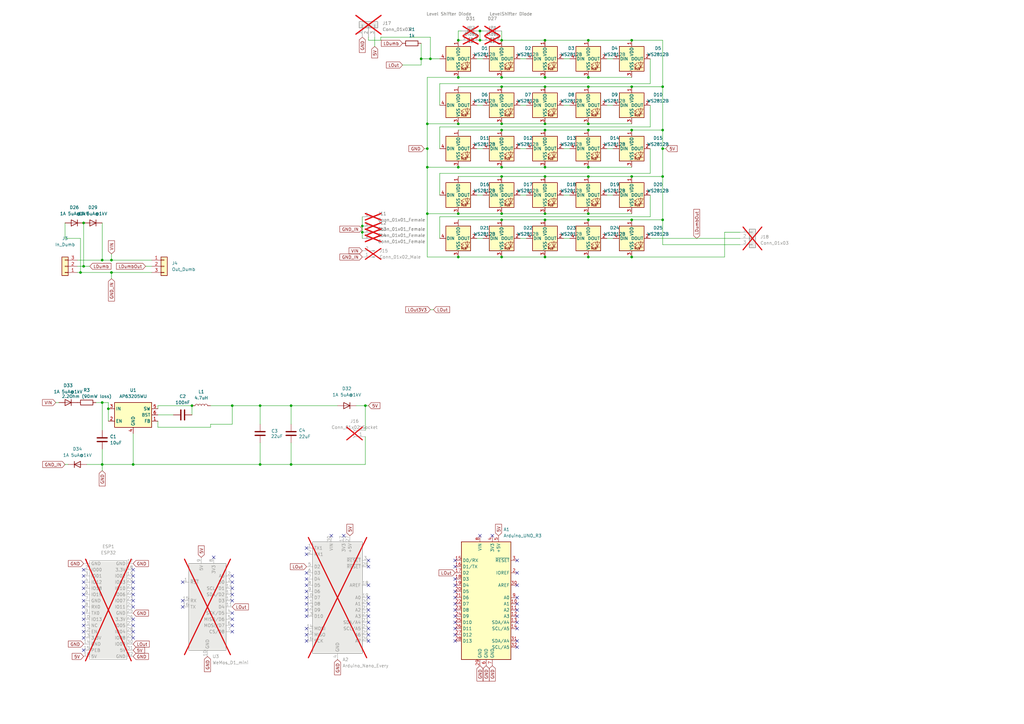
<source format=kicad_sch>
(kicad_sch
	(version 20231120)
	(generator "eeschema")
	(generator_version "8.0")
	(uuid "03d6a00f-a8c8-4eb8-91ea-299864b30e8f")
	(paper "A3")
	
	(junction
		(at 241.3 72.39)
		(diameter 0)
		(color 0 0 0 0)
		(uuid "0080c51c-165a-46b6-af75-1f6fcd52632b")
	)
	(junction
		(at 187.96 31.75)
		(diameter 0)
		(color 0 0 0 0)
		(uuid "02db5dba-138a-466a-a462-5f5816ee80aa")
	)
	(junction
		(at 95.25 166.37)
		(diameter 0)
		(color 0 0 0 0)
		(uuid "04d321bf-3835-46b5-b902-e5ee5bfce789")
	)
	(junction
		(at 45.72 106.68)
		(diameter 0)
		(color 0 0 0 0)
		(uuid "054e7c84-b39e-4e26-8cc1-c424fbb30420")
	)
	(junction
		(at 259.08 105.41)
		(diameter 0)
		(color 0 0 0 0)
		(uuid "0709c96c-4d29-47c2-965a-d5d96a16a095")
	)
	(junction
		(at 106.68 190.5)
		(diameter 0)
		(color 0 0 0 0)
		(uuid "0d9a197f-2a84-45e0-8f23-d51966840f8e")
	)
	(junction
		(at 187.96 50.8)
		(diameter 0)
		(color 0 0 0 0)
		(uuid "14bd4e95-6664-45f3-b797-7ce993c9913e")
	)
	(junction
		(at 205.74 16.51)
		(diameter 0)
		(color 0 0 0 0)
		(uuid "19d67446-a149-4e58-b9c7-b3ed16676206")
	)
	(junction
		(at 44.45 167.64)
		(diameter 0)
		(color 0 0 0 0)
		(uuid "1abee582-a250-4dc8-b836-a27e0c2c1396")
	)
	(junction
		(at 196.85 16.51)
		(diameter 0)
		(color 0 0 0 0)
		(uuid "1d462945-9c22-46a9-bd37-9a97f20f924d")
	)
	(junction
		(at 148.59 95.25)
		(diameter 0)
		(color 0 0 0 0)
		(uuid "20fd6721-b81d-45f6-bdc7-a3ad84bdaac0")
	)
	(junction
		(at 176.53 24.13)
		(diameter 0)
		(color 0 0 0 0)
		(uuid "261db096-ec81-4f67-9833-c223d4fa89b3")
	)
	(junction
		(at 205.74 53.34)
		(diameter 0)
		(color 0 0 0 0)
		(uuid "275f90c8-ade7-4a8c-be7b-7c636d403991")
	)
	(junction
		(at 45.72 111.76)
		(diameter 0)
		(color 0 0 0 0)
		(uuid "27de4c20-50ad-45e5-b9a9-25ab08f3d737")
	)
	(junction
		(at 175.26 50.8)
		(diameter 0)
		(color 0 0 0 0)
		(uuid "27ffeb72-2ddb-4c77-be52-d6a819c35d2a")
	)
	(junction
		(at 259.08 35.56)
		(diameter 0)
		(color 0 0 0 0)
		(uuid "28e06add-c512-4bc2-9e64-34350c34c6cf")
	)
	(junction
		(at 205.74 90.17)
		(diameter 0)
		(color 0 0 0 0)
		(uuid "2e3693a5-7ed8-45fd-ba66-89699aae59d1")
	)
	(junction
		(at 148.59 92.71)
		(diameter 0)
		(color 0 0 0 0)
		(uuid "3675a5f2-abf9-4ec5-a562-fcd0de9f7c43")
	)
	(junction
		(at 241.3 68.58)
		(diameter 0)
		(color 0 0 0 0)
		(uuid "395dc1aa-73d2-42e0-9b04-f26363ce6c74")
	)
	(junction
		(at 175.26 60.96)
		(diameter 0)
		(color 0 0 0 0)
		(uuid "3abbfb95-c3f4-444f-a3c6-bf401836593a")
	)
	(junction
		(at 149.86 166.37)
		(diameter 0)
		(color 0 0 0 0)
		(uuid "441c08f5-21bc-4328-aad0-e7e195027ae5")
	)
	(junction
		(at 41.91 165.1)
		(diameter 0)
		(color 0 0 0 0)
		(uuid "46dba5a9-af19-47ba-b1f6-122dfc2e2d61")
	)
	(junction
		(at 205.74 87.63)
		(diameter 0)
		(color 0 0 0 0)
		(uuid "514e9dd3-8758-405b-8854-73c1f3325f19")
	)
	(junction
		(at 187.96 87.63)
		(diameter 0)
		(color 0 0 0 0)
		(uuid "59c56558-7734-46b7-a196-046de56a472e")
	)
	(junction
		(at 271.78 60.96)
		(diameter 0)
		(color 0 0 0 0)
		(uuid "5a934966-1e8c-46cc-b524-5aaf550497c7")
	)
	(junction
		(at 223.52 35.56)
		(diameter 0)
		(color 0 0 0 0)
		(uuid "5b799328-e7b0-411b-8b55-96d6aa9b7911")
	)
	(junction
		(at 241.3 50.8)
		(diameter 0)
		(color 0 0 0 0)
		(uuid "5b90e982-800a-4188-9099-74054eafdbf5")
	)
	(junction
		(at 34.29 109.22)
		(diameter 0)
		(color 0 0 0 0)
		(uuid "5ef81484-dee3-4b6d-8149-48d46a3b6d10")
	)
	(junction
		(at 172.72 24.13)
		(diameter 0)
		(color 0 0 0 0)
		(uuid "637587dc-52e5-41d9-9dcb-76b8a04ee46c")
	)
	(junction
		(at 41.91 190.5)
		(diameter 0)
		(color 0 0 0 0)
		(uuid "6792e0bb-e9ca-46d0-8e34-7e30bef5b539")
	)
	(junction
		(at 223.52 50.8)
		(diameter 0)
		(color 0 0 0 0)
		(uuid "6a00a849-ee3a-445b-9e5e-b1243f7881c7")
	)
	(junction
		(at 205.74 105.41)
		(diameter 0)
		(color 0 0 0 0)
		(uuid "6be913d5-f546-4d2d-87d7-c82ffe5ffc0c")
	)
	(junction
		(at 241.3 16.51)
		(diameter 0)
		(color 0 0 0 0)
		(uuid "6c8a6714-10af-45d3-a210-3b4e2afabab7")
	)
	(junction
		(at 223.52 31.75)
		(diameter 0)
		(color 0 0 0 0)
		(uuid "6df12956-5869-4d3f-8033-4f7cb326d0f6")
	)
	(junction
		(at 271.78 35.56)
		(diameter 0)
		(color 0 0 0 0)
		(uuid "772b24be-8467-4eb4-946e-c29e456692df")
	)
	(junction
		(at 241.3 105.41)
		(diameter 0)
		(color 0 0 0 0)
		(uuid "7a7dfdaf-d9d9-40d5-a925-7efd80630cbf")
	)
	(junction
		(at 106.68 166.37)
		(diameter 0)
		(color 0 0 0 0)
		(uuid "7b02addf-049f-4f2e-81e5-6ba433881159")
	)
	(junction
		(at 223.52 105.41)
		(diameter 0)
		(color 0 0 0 0)
		(uuid "814d3906-12d8-47db-8c9f-e72f4c2402e6")
	)
	(junction
		(at 205.74 72.39)
		(diameter 0)
		(color 0 0 0 0)
		(uuid "8b3ff8d7-5513-48bd-926c-b2b5f07cbc55")
	)
	(junction
		(at 78.74 166.37)
		(diameter 0)
		(color 0 0 0 0)
		(uuid "8f1427d4-91d2-4362-8876-694e219f278c")
	)
	(junction
		(at 223.52 90.17)
		(diameter 0)
		(color 0 0 0 0)
		(uuid "906a71da-bee1-4ca6-9d82-ad27986b574f")
	)
	(junction
		(at 241.3 53.34)
		(diameter 0)
		(color 0 0 0 0)
		(uuid "9194988e-f3f5-437b-8a05-3f7ad934262a")
	)
	(junction
		(at 241.3 35.56)
		(diameter 0)
		(color 0 0 0 0)
		(uuid "92139fba-e3a7-4deb-b1ad-f556e28ec7aa")
	)
	(junction
		(at 223.52 87.63)
		(diameter 0)
		(color 0 0 0 0)
		(uuid "94d1c0ee-4062-4ed8-b3e7-beac916bcbc2")
	)
	(junction
		(at 223.52 16.51)
		(diameter 0)
		(color 0 0 0 0)
		(uuid "95baff8a-01e4-41d3-b522-afbfeb5cc476")
	)
	(junction
		(at 241.3 87.63)
		(diameter 0)
		(color 0 0 0 0)
		(uuid "96d0da9b-5348-4da1-95b4-fe34638761f3")
	)
	(junction
		(at 271.78 90.17)
		(diameter 0)
		(color 0 0 0 0)
		(uuid "99a32904-58c2-43a7-a6d8-a84cc0382052")
	)
	(junction
		(at 259.08 16.51)
		(diameter 0)
		(color 0 0 0 0)
		(uuid "99f6ee1a-d052-4cf7-9297-11df24f0915b")
	)
	(junction
		(at 205.74 31.75)
		(diameter 0)
		(color 0 0 0 0)
		(uuid "9ca2fc56-1671-48c9-8eca-184127e4d731")
	)
	(junction
		(at 54.61 190.5)
		(diameter 0)
		(color 0 0 0 0)
		(uuid "a26f42f5-14bb-4634-b842-83d3cd76e2db")
	)
	(junction
		(at 119.38 190.5)
		(diameter 0)
		(color 0 0 0 0)
		(uuid "a33e944d-0993-4327-bc06-b54fc7846a64")
	)
	(junction
		(at 34.29 91.44)
		(diameter 0)
		(color 0 0 0 0)
		(uuid "a5265cce-7aaa-4f44-acf1-3dbcdc430236")
	)
	(junction
		(at 175.26 68.58)
		(diameter 0)
		(color 0 0 0 0)
		(uuid "a98b9786-3bb1-4d5d-9c03-40990c393be1")
	)
	(junction
		(at 223.52 53.34)
		(diameter 0)
		(color 0 0 0 0)
		(uuid "b0330f76-716e-4daa-b5ff-b0efd34ab0cf")
	)
	(junction
		(at 205.74 35.56)
		(diameter 0)
		(color 0 0 0 0)
		(uuid "b05cfc2c-4a86-4cb3-966e-253d838ab7d7")
	)
	(junction
		(at 241.3 90.17)
		(diameter 0)
		(color 0 0 0 0)
		(uuid "b6031cba-4403-47c6-afec-6669b1d90a4d")
	)
	(junction
		(at 271.78 72.39)
		(diameter 0)
		(color 0 0 0 0)
		(uuid "b652f933-196c-4b3e-911e-829aa940b403")
	)
	(junction
		(at 119.38 166.37)
		(diameter 0)
		(color 0 0 0 0)
		(uuid "b942b25b-25d0-4841-9f0d-75ac6467e615")
	)
	(junction
		(at 33.02 111.76)
		(diameter 0)
		(color 0 0 0 0)
		(uuid "ba5f74ff-d817-4e6c-83bd-5f50bb08f8ac")
	)
	(junction
		(at 187.96 105.41)
		(diameter 0)
		(color 0 0 0 0)
		(uuid "c57f06b0-3fd0-44b8-a5df-bdd0de7fc213")
	)
	(junction
		(at 187.96 16.51)
		(diameter 0)
		(color 0 0 0 0)
		(uuid "c5aa0657-3ba4-4ce1-a6f8-f5e9421a9924")
	)
	(junction
		(at 41.91 106.68)
		(diameter 0)
		(color 0 0 0 0)
		(uuid "c5f9cd6a-e17d-4fe5-99fd-86aa723e52a6")
	)
	(junction
		(at 259.08 53.34)
		(diameter 0)
		(color 0 0 0 0)
		(uuid "c987c913-5aa1-4a2d-b43b-b8e26c0d22d1")
	)
	(junction
		(at 223.52 72.39)
		(diameter 0)
		(color 0 0 0 0)
		(uuid "cdbc325e-f9b3-4f4b-8c8f-2887b5f5eb1a")
	)
	(junction
		(at 175.26 87.63)
		(diameter 0)
		(color 0 0 0 0)
		(uuid "d82f125c-8db8-4f37-9544-2a987e0a52db")
	)
	(junction
		(at 241.3 31.75)
		(diameter 0)
		(color 0 0 0 0)
		(uuid "d88395d4-c87a-46ca-abbf-8de3c0714bad")
	)
	(junction
		(at 259.08 72.39)
		(diameter 0)
		(color 0 0 0 0)
		(uuid "e1968104-2775-4fcb-ac09-16190a0bf128")
	)
	(junction
		(at 196.85 12.7)
		(diameter 0)
		(color 0 0 0 0)
		(uuid "e36586e7-6363-4188-bc22-832bb09f6146")
	)
	(junction
		(at 271.78 53.34)
		(diameter 0)
		(color 0 0 0 0)
		(uuid "e7ea1532-6212-4f17-8444-dcc11b255fd1")
	)
	(junction
		(at 259.08 90.17)
		(diameter 0)
		(color 0 0 0 0)
		(uuid "ec8bb4ee-92de-4428-9a46-bc717e911cd5")
	)
	(junction
		(at 223.52 68.58)
		(diameter 0)
		(color 0 0 0 0)
		(uuid "f4600aff-3597-462b-bde1-220eae1419f5")
	)
	(junction
		(at 205.74 68.58)
		(diameter 0)
		(color 0 0 0 0)
		(uuid "f5a4dbd1-0676-46b4-8ec4-3a9857801e7b")
	)
	(junction
		(at 205.74 50.8)
		(diameter 0)
		(color 0 0 0 0)
		(uuid "fa2ceebd-9c62-4892-b0bc-e8ebff6de7c9")
	)
	(junction
		(at 187.96 68.58)
		(diameter 0)
		(color 0 0 0 0)
		(uuid "fdf94f68-ec2c-4f81-8e0d-b65c2234e41e")
	)
	(no_connect
		(at 54.61 254)
		(uuid "0024428e-4d4d-4d7d-b9cf-e446c0d28516")
	)
	(no_connect
		(at 212.09 265.43)
		(uuid "03780031-9c1e-4d4a-8c89-92622e9d11ea")
	)
	(no_connect
		(at 125.73 247.65)
		(uuid "0394d10d-1c3e-4e34-8f48-d08797fcd31d")
	)
	(no_connect
		(at 34.29 254)
		(uuid "08c859d0-80a5-462e-af26-488703c12eb3")
	)
	(no_connect
		(at 186.69 255.27)
		(uuid "0d29076e-0361-4e1c-8964-e3a12357ddfd")
	)
	(no_connect
		(at 54.61 261.62)
		(uuid "14d3b76e-d0e0-4e7a-8954-8747ef729dce")
	)
	(no_connect
		(at 151.13 247.65)
		(uuid "17672d7f-b3be-44cc-8b76-d7385de29fa2")
	)
	(no_connect
		(at 151.13 260.35)
		(uuid "180ab503-9aa3-4bb9-819e-12e4b781409f")
	)
	(no_connect
		(at 140.97 219.71)
		(uuid "1d688dab-944f-433f-9c24-840d44836de7")
	)
	(no_connect
		(at 34.29 243.84)
		(uuid "1ee0afa9-1fdb-4996-8a76-547516363ffd")
	)
	(no_connect
		(at 125.73 240.03)
		(uuid "1fa343e5-77af-46a6-b2cc-27e48060146c")
	)
	(no_connect
		(at 212.09 245.11)
		(uuid "208ac418-c168-46de-a58d-de6773a8535b")
	)
	(no_connect
		(at 34.29 266.7)
		(uuid "22f033f4-2ce7-4aea-af12-caf8e19406d7")
	)
	(no_connect
		(at 212.09 252.73)
		(uuid "24cd29b5-956a-4c8a-9197-a343238b8e1f")
	)
	(no_connect
		(at 74.93 248.92)
		(uuid "294625da-6d62-47c7-bbc9-cd1f2b83c566")
	)
	(no_connect
		(at 186.69 252.73)
		(uuid "2d5e6ee6-2fcb-4233-944c-49fb97d59a2b")
	)
	(no_connect
		(at 95.25 238.76)
		(uuid "2fa30d06-678d-4844-8059-e04d0c5f069c")
	)
	(no_connect
		(at 34.29 251.46)
		(uuid "315ee813-e7ab-4307-95e3-b750181afa1d")
	)
	(no_connect
		(at 186.69 247.65)
		(uuid "3a31bd9d-7a13-46b4-8ee2-bcc43bcac121")
	)
	(no_connect
		(at 95.25 254)
		(uuid "3a776f1c-d743-43e5-bd71-c31412c7dcb4")
	)
	(no_connect
		(at 54.61 241.3)
		(uuid "3c319e8d-4b83-4290-b3e9-ded8ff7efe29")
	)
	(no_connect
		(at 95.25 246.38)
		(uuid "4187bc7a-fb33-4219-ba2e-8d18e7d2d8a1")
	)
	(no_connect
		(at 186.69 229.87)
		(uuid "432de0f3-e6f9-402c-b37a-3887de63a83a")
	)
	(no_connect
		(at 186.69 237.49)
		(uuid "49e5a14a-669a-4828-8998-e5fd114aa0ed")
	)
	(no_connect
		(at 34.29 248.92)
		(uuid "4b432ee7-92d7-4530-81a4-29b4b2ae2127")
	)
	(no_connect
		(at 186.69 240.03)
		(uuid "4b4817f8-845d-4218-833d-1c53d36a5627")
	)
	(no_connect
		(at 95.25 243.84)
		(uuid "50d13cf1-2626-436f-881f-3f4e13cfbdaa")
	)
	(no_connect
		(at 34.29 261.62)
		(uuid "55d447a4-8479-4090-864f-cdefdbb96612")
	)
	(no_connect
		(at 125.73 237.49)
		(uuid "57de125d-9bea-4e05-91ad-4d343358fecc")
	)
	(no_connect
		(at 54.61 256.54)
		(uuid "5a1d3cf5-dd04-4e02-aa68-8c9e69399432")
	)
	(no_connect
		(at 151.13 255.27)
		(uuid "5d62711c-4b3f-452c-b72c-9ebf697fa65f")
	)
	(no_connect
		(at 151.13 240.03)
		(uuid "6140df15-f2e7-4aa3-8f02-ab02ac81ec1b")
	)
	(no_connect
		(at 212.09 240.03)
		(uuid "6b5336eb-7fef-4212-8d0c-859e3b4f5aeb")
	)
	(no_connect
		(at 74.93 238.76)
		(uuid "6be784c6-8c3a-49ff-b957-387c0f58588b")
	)
	(no_connect
		(at 125.73 245.11)
		(uuid "6f2895c2-188c-405d-9a88-8c9b6edc3130")
	)
	(no_connect
		(at 151.13 245.11)
		(uuid "701152ca-161a-4ff2-a959-b31f47da59b0")
	)
	(no_connect
		(at 34.29 233.68)
		(uuid "723d80dd-52b2-49af-a580-2642a1f438e9")
	)
	(no_connect
		(at 151.13 232.41)
		(uuid "7add3a15-9ebf-41d6-8e84-5ff272e26a32")
	)
	(no_connect
		(at 125.73 260.35)
		(uuid "7ba91861-319c-4729-a962-d7715ec21295")
	)
	(no_connect
		(at 54.61 243.84)
		(uuid "7c638a23-1bff-4f33-82e0-9920e0fd71bb")
	)
	(no_connect
		(at 212.09 262.89)
		(uuid "81777281-3f18-400b-be9a-93cc0b415e1e")
	)
	(no_connect
		(at 186.69 260.35)
		(uuid "81f64d9a-1bfa-4f94-96f0-839bb588df9b")
	)
	(no_connect
		(at 212.09 234.95)
		(uuid "8345cf9d-30d8-42be-a120-27c02139e707")
	)
	(no_connect
		(at 125.73 242.57)
		(uuid "853ec391-c803-4b25-bbb0-8f3e4ce2dcc3")
	)
	(no_connect
		(at 186.69 245.11)
		(uuid "8693a9c1-2e57-4dab-b6b9-770579541307")
	)
	(no_connect
		(at 34.29 256.54)
		(uuid "8881f5b7-8b15-4198-8494-25e38bfb81fe")
	)
	(no_connect
		(at 186.69 232.41)
		(uuid "8b246d91-6369-4338-9cb0-4fee3f5924bc")
	)
	(no_connect
		(at 54.61 233.68)
		(uuid "8b9267dc-582a-4f79-9f53-47aab919b1da")
	)
	(no_connect
		(at 212.09 250.19)
		(uuid "8e383d91-acd2-40e2-85f1-d971aec5f3fd")
	)
	(no_connect
		(at 54.61 238.76)
		(uuid "924ce674-3504-4d4b-9d39-104d11cef5f6")
	)
	(no_connect
		(at 34.29 238.76)
		(uuid "99661d75-99eb-42d3-86c6-94fef22ce65f")
	)
	(no_connect
		(at 151.13 257.81)
		(uuid "9a06d1fd-fca2-48c8-9482-396d78e616da")
	)
	(no_connect
		(at 186.69 257.81)
		(uuid "9a5acbb9-ff7c-4625-98b3-89eb2fffa4ad")
	)
	(no_connect
		(at 125.73 257.81)
		(uuid "9ef53e24-90fd-4763-83fd-71a3be774515")
	)
	(no_connect
		(at 212.09 255.27)
		(uuid "a20e199a-a921-4b1e-9a3d-fbc5ed0b8cc7")
	)
	(no_connect
		(at 95.25 259.08)
		(uuid "a32747f1-e960-4110-a587-7e8200494ea9")
	)
	(no_connect
		(at 34.29 246.38)
		(uuid "a41feb5b-5d27-4a1b-a229-c5e5caef7cd9")
	)
	(no_connect
		(at 186.69 242.57)
		(uuid "a4721f21-1f07-4a2a-b754-17f38e214c9b")
	)
	(no_connect
		(at 95.25 251.46)
		(uuid "a531d9c4-cb9f-4235-81bf-f5842d5a8d17")
	)
	(no_connect
		(at 212.09 247.65)
		(uuid "add78a6b-e863-4dd6-ad62-930e43e8a1fb")
	)
	(no_connect
		(at 125.73 227.33)
		(uuid "ae6367ef-efae-498d-8a59-cf18a4c019d0")
	)
	(no_connect
		(at 212.09 257.81)
		(uuid "b0321d68-275e-4f1b-8acd-78490b7541f3")
	)
	(no_connect
		(at 87.63 228.6)
		(uuid "b0702953-bd90-4d2b-b4c7-1a71383531cf")
	)
	(no_connect
		(at 212.09 229.87)
		(uuid "b13a3186-2935-486a-8bf8-a0a66e51cfc4")
	)
	(no_connect
		(at 54.61 259.08)
		(uuid "b77a491d-7683-4315-9685-cd764269ffe3")
	)
	(no_connect
		(at 196.85 219.71)
		(uuid "bda22029-cad6-48f9-a1f4-294285719917")
	)
	(no_connect
		(at 186.69 262.89)
		(uuid "c4632624-83c8-46dd-86a9-8c98eb564ec7")
	)
	(no_connect
		(at 95.25 241.3)
		(uuid "c4a921a1-790d-438b-a672-090424c32786")
	)
	(no_connect
		(at 151.13 252.73)
		(uuid "cf53bf3d-6bcf-4e2a-9902-157740daa254")
	)
	(no_connect
		(at 151.13 262.89)
		(uuid "d2505e5e-be9d-468b-93ab-cead6866ed49")
	)
	(no_connect
		(at 125.73 250.19)
		(uuid "d268986b-ecd6-4b1b-b3af-132794ffd314")
	)
	(no_connect
		(at 125.73 252.73)
		(uuid "d2a26456-94ab-4c87-b438-7e780540b3d8")
	)
	(no_connect
		(at 54.61 246.38)
		(uuid "d38653e3-c944-4152-a518-9205bd644916")
	)
	(no_connect
		(at 201.93 219.71)
		(uuid "d88d4003-e72d-4547-ad07-12ea562c742b")
	)
	(no_connect
		(at 151.13 229.87)
		(uuid "d8cd63e8-a9e9-40a0-b504-48a3ced3350c")
	)
	(no_connect
		(at 135.89 219.71)
		(uuid "df7306f3-ea88-48fe-b4b1-bc3e14ca6c89")
	)
	(no_connect
		(at 95.25 256.54)
		(uuid "e091a3cb-0ca7-4c89-b418-6bf50c25db19")
	)
	(no_connect
		(at 54.61 236.22)
		(uuid "e156581c-dcb2-42a0-8376-c672ef5b4749")
	)
	(no_connect
		(at 34.29 236.22)
		(uuid "e65b7d9c-edcf-48da-ba9f-6e8c30386d5b")
	)
	(no_connect
		(at 125.73 224.79)
		(uuid "e71a0c9f-e418-42f3-a96f-c74883ff4348")
	)
	(no_connect
		(at 125.73 262.89)
		(uuid "e9eac6aa-c90c-4854-8cde-0dcef83cf927")
	)
	(no_connect
		(at 151.13 250.19)
		(uuid "ecf04f18-4995-4de7-92e6-9c0c6ffc4c67")
	)
	(no_connect
		(at 54.61 248.92)
		(uuid "f4d66233-b660-43a8-84e8-b1f10b097d90")
	)
	(no_connect
		(at 34.29 241.3)
		(uuid "f5c51fcb-4cbb-49f4-ae84-752a57475c64")
	)
	(no_connect
		(at 74.93 246.38)
		(uuid "f8b68be2-698f-4613-8117-47cf2a106b03")
	)
	(no_connect
		(at 95.25 236.22)
		(uuid "f8ea346a-2366-4aa5-b6d6-1bbe05d35053")
	)
	(no_connect
		(at 34.29 259.08)
		(uuid "f96b53f3-c0bd-4548-b9d6-725fccfa9ca2")
	)
	(no_connect
		(at 186.69 250.19)
		(uuid "fb92c06d-81df-4532-86f4-c687d537202d")
	)
	(no_connect
		(at 125.73 234.95)
		(uuid "ff6da706-e7bd-4dbf-a084-2706ae300660")
	)
	(wire
		(pts
			(xy 205.74 31.75) (xy 187.96 31.75)
		)
		(stroke
			(width 0)
			(type default)
		)
		(uuid "040d78a6-e4c4-434f-a23b-7804708b6f22")
	)
	(wire
		(pts
			(xy 205.74 72.39) (xy 223.52 72.39)
		)
		(stroke
			(width 0)
			(type default)
		)
		(uuid "04f00625-6cdb-4963-b2bc-10772808cb94")
	)
	(wire
		(pts
			(xy 41.91 165.1) (xy 41.91 176.53)
		)
		(stroke
			(width 0)
			(type default)
		)
		(uuid "097c3446-2047-4659-97ae-50baf4759b44")
	)
	(wire
		(pts
			(xy 176.53 24.13) (xy 176.53 15.24)
		)
		(stroke
			(width 0)
			(type default)
		)
		(uuid "0aa3a4ee-c669-4fb1-a43d-dd4d14792cb8")
	)
	(wire
		(pts
			(xy 195.58 80.01) (xy 198.12 80.01)
		)
		(stroke
			(width 0)
			(type default)
		)
		(uuid "0b6ab7d0-0f27-4b10-9027-3660b93fbb8b")
	)
	(wire
		(pts
			(xy 273.05 60.96) (xy 271.78 60.96)
		)
		(stroke
			(width 0)
			(type default)
		)
		(uuid "0d09b1c5-9249-4310-ae2b-cd84e9daf4cb")
	)
	(wire
		(pts
			(xy 41.91 190.5) (xy 41.91 193.04)
		)
		(stroke
			(width 0)
			(type default)
		)
		(uuid "0d2e9198-70e8-4929-a112-54887b2c835d")
	)
	(wire
		(pts
			(xy 151.13 15.24) (xy 151.13 16.51)
		)
		(stroke
			(width 0)
			(type default)
		)
		(uuid "0e3c9d6c-6069-4f20-84fc-6fe91604df1c")
	)
	(wire
		(pts
			(xy 26.67 97.79) (xy 33.02 97.79)
		)
		(stroke
			(width 0)
			(type default)
		)
		(uuid "0f6163e8-13fa-49d7-974a-511968d92bca")
	)
	(wire
		(pts
			(xy 213.36 60.96) (xy 215.9 60.96)
		)
		(stroke
			(width 0)
			(type default)
		)
		(uuid "0fe3aabf-4944-494a-9e4a-9c116094125a")
	)
	(wire
		(pts
			(xy 271.78 60.96) (xy 271.78 72.39)
		)
		(stroke
			(width 0)
			(type default)
		)
		(uuid "103af46a-ccce-45a1-925c-1569849bf774")
	)
	(wire
		(pts
			(xy 64.77 167.64) (xy 64.77 166.37)
		)
		(stroke
			(width 0)
			(type default)
		)
		(uuid "10474eeb-f5ad-4128-a3cf-4fd06971ddbb")
	)
	(wire
		(pts
			(xy 241.3 16.51) (xy 259.08 16.51)
		)
		(stroke
			(width 0)
			(type default)
		)
		(uuid "112e6ce6-31a6-459d-9db8-1be088311bdd")
	)
	(wire
		(pts
			(xy 95.25 166.37) (xy 95.25 173.99)
		)
		(stroke
			(width 0)
			(type default)
		)
		(uuid "11fe03b9-d311-4a87-bc48-daafb3c322ee")
	)
	(wire
		(pts
			(xy 22.86 165.1) (xy 24.13 165.1)
		)
		(stroke
			(width 0)
			(type default)
		)
		(uuid "1644f7ce-e917-4318-8fb1-864a3a3c658f")
	)
	(wire
		(pts
			(xy 45.72 111.76) (xy 62.23 111.76)
		)
		(stroke
			(width 0)
			(type default)
		)
		(uuid "1694c6f6-9ae4-4bb1-ae10-7e8332d4242e")
	)
	(wire
		(pts
			(xy 213.36 80.01) (xy 215.9 80.01)
		)
		(stroke
			(width 0)
			(type default)
		)
		(uuid "19a88b51-1872-4065-86c2-1658d06e5f98")
	)
	(wire
		(pts
			(xy 223.52 35.56) (xy 241.3 35.56)
		)
		(stroke
			(width 0)
			(type default)
		)
		(uuid "1b23eb0a-0721-4f5b-bb69-53fcc08bc6d2")
	)
	(wire
		(pts
			(xy 241.3 87.63) (xy 223.52 87.63)
		)
		(stroke
			(width 0)
			(type default)
		)
		(uuid "1c3e17ff-a22e-4b7b-8a6f-83aaebd04f20")
	)
	(wire
		(pts
			(xy 205.74 68.58) (xy 187.96 68.58)
		)
		(stroke
			(width 0)
			(type default)
		)
		(uuid "1ca2e2a2-12bb-42fb-bea7-a0103a59d1b7")
	)
	(wire
		(pts
			(xy 271.78 90.17) (xy 259.08 90.17)
		)
		(stroke
			(width 0)
			(type default)
		)
		(uuid "21d7e4f3-0bbf-4afe-ac86-66dd26c4bbc9")
	)
	(wire
		(pts
			(xy 106.68 166.37) (xy 119.38 166.37)
		)
		(stroke
			(width 0)
			(type default)
		)
		(uuid "229e32ec-d8c4-4bb2-91eb-7e4ac653ba9a")
	)
	(wire
		(pts
			(xy 205.74 16.51) (xy 223.52 16.51)
		)
		(stroke
			(width 0)
			(type default)
		)
		(uuid "23a83024-b819-427d-9136-2c7f3ba77a78")
	)
	(wire
		(pts
			(xy 259.08 68.58) (xy 241.3 68.58)
		)
		(stroke
			(width 0)
			(type default)
		)
		(uuid "245bbbb8-f7bc-4b55-8d48-2902e8d57f75")
	)
	(wire
		(pts
			(xy 241.3 72.39) (xy 259.08 72.39)
		)
		(stroke
			(width 0)
			(type default)
		)
		(uuid "24e433c2-4308-4dca-a2d3-6b565311f2a3")
	)
	(wire
		(pts
			(xy 223.52 16.51) (xy 241.3 16.51)
		)
		(stroke
			(width 0)
			(type default)
		)
		(uuid "263adb14-168f-47ef-b4be-3bfe18b5f3d5")
	)
	(wire
		(pts
			(xy 45.72 106.68) (xy 62.23 106.68)
		)
		(stroke
			(width 0)
			(type default)
		)
		(uuid "2666dc09-4609-45a6-b3e4-354818df977d")
	)
	(wire
		(pts
			(xy 119.38 166.37) (xy 119.38 173.99)
		)
		(stroke
			(width 0)
			(type default)
		)
		(uuid "2cab5030-92e2-4c1a-9fb6-ae418e7cb45c")
	)
	(wire
		(pts
			(xy 86.36 166.37) (xy 95.25 166.37)
		)
		(stroke
			(width 0)
			(type default)
		)
		(uuid "3271953d-4a95-43b2-a3c5-c81945995087")
	)
	(wire
		(pts
			(xy 149.86 166.37) (xy 149.86 176.53)
		)
		(stroke
			(width 0)
			(type default)
		)
		(uuid "330fd298-d35c-45e4-819f-290e010cf7d4")
	)
	(wire
		(pts
			(xy 106.68 190.5) (xy 119.38 190.5)
		)
		(stroke
			(width 0)
			(type default)
		)
		(uuid "33fa66bc-61e0-44c4-8e0b-954d9d1fc9a0")
	)
	(wire
		(pts
			(xy 59.69 109.22) (xy 62.23 109.22)
		)
		(stroke
			(width 0)
			(type default)
		)
		(uuid "37c93a46-eeef-44f7-82d7-aa9114f9aa82")
	)
	(wire
		(pts
			(xy 213.36 43.18) (xy 215.9 43.18)
		)
		(stroke
			(width 0)
			(type default)
		)
		(uuid "387c5a5c-660c-42b9-83f0-cf5ad89ea5e6")
	)
	(wire
		(pts
			(xy 266.7 52.07) (xy 180.34 52.07)
		)
		(stroke
			(width 0)
			(type default)
		)
		(uuid "3a33f0a3-38bd-4c12-98ea-ce3849e1623e")
	)
	(wire
		(pts
			(xy 248.92 60.96) (xy 251.46 60.96)
		)
		(stroke
			(width 0)
			(type default)
		)
		(uuid "3a5b8d7c-8a66-469c-b17c-8ec4474d560a")
	)
	(wire
		(pts
			(xy 119.38 190.5) (xy 149.86 190.5)
		)
		(stroke
			(width 0)
			(type default)
		)
		(uuid "3c4b4ed5-2fec-43ca-99eb-80e1c8477a46")
	)
	(wire
		(pts
			(xy 187.96 53.34) (xy 205.74 53.34)
		)
		(stroke
			(width 0)
			(type default)
		)
		(uuid "3d662bc8-d221-4c52-9de8-fe67382a4df3")
	)
	(wire
		(pts
			(xy 156.21 15.24) (xy 176.53 15.24)
		)
		(stroke
			(width 0)
			(type default)
		)
		(uuid "40292994-28ea-410e-a242-9e211f1ee097")
	)
	(wire
		(pts
			(xy 31.75 106.68) (xy 41.91 106.68)
		)
		(stroke
			(width 0)
			(type default)
		)
		(uuid "40e9bb6a-a5bc-4112-9d09-8c407a763c85")
	)
	(wire
		(pts
			(xy 187.96 35.56) (xy 205.74 35.56)
		)
		(stroke
			(width 0)
			(type default)
		)
		(uuid "42f2fb8e-6c83-4485-8c7f-9025f027d7e1")
	)
	(wire
		(pts
			(xy 266.7 88.9) (xy 180.34 88.9)
		)
		(stroke
			(width 0)
			(type default)
		)
		(uuid "451d1e11-b185-4b8f-b2d9-ba77c086d791")
	)
	(wire
		(pts
			(xy 196.85 12.7) (xy 196.85 16.51)
		)
		(stroke
			(width 0)
			(type default)
		)
		(uuid "45278678-30c5-44cd-ad59-92d030b57bba")
	)
	(wire
		(pts
			(xy 223.52 50.8) (xy 241.3 50.8)
		)
		(stroke
			(width 0)
			(type default)
		)
		(uuid "4677766c-28e4-408f-a522-6d427d70a44e")
	)
	(wire
		(pts
			(xy 45.72 111.76) (xy 45.72 114.3)
		)
		(stroke
			(width 0)
			(type default)
		)
		(uuid "467c0fb4-3e3c-4291-834a-fff741680965")
	)
	(wire
		(pts
			(xy 259.08 90.17) (xy 241.3 90.17)
		)
		(stroke
			(width 0)
			(type default)
		)
		(uuid "48878318-0553-4076-9ca5-ac9015cfdd18")
	)
	(wire
		(pts
			(xy 148.59 92.71) (xy 148.59 95.25)
		)
		(stroke
			(width 0)
			(type default)
		)
		(uuid "48a2ea3a-789d-41d2-a445-3257d8436a57")
	)
	(wire
		(pts
			(xy 271.78 53.34) (xy 271.78 60.96)
		)
		(stroke
			(width 0)
			(type default)
		)
		(uuid "4f3decee-7e85-4688-bd5b-e18ba3567dee")
	)
	(wire
		(pts
			(xy 187.96 68.58) (xy 175.26 68.58)
		)
		(stroke
			(width 0)
			(type default)
		)
		(uuid "50b20a64-d568-440f-9388-9f84b82612d0")
	)
	(wire
		(pts
			(xy 303.53 100.33) (xy 271.78 100.33)
		)
		(stroke
			(width 0)
			(type default)
		)
		(uuid "52106efc-50f9-4230-8ebd-a5470d8ec74c")
	)
	(wire
		(pts
			(xy 33.02 97.79) (xy 33.02 111.76)
		)
		(stroke
			(width 0)
			(type default)
		)
		(uuid "56e3aa97-1a5f-4452-8b24-1ec846b55ccd")
	)
	(wire
		(pts
			(xy 223.52 72.39) (xy 241.3 72.39)
		)
		(stroke
			(width 0)
			(type default)
		)
		(uuid "57b7be7c-fe97-4ecc-9735-3b70c046ea53")
	)
	(wire
		(pts
			(xy 205.74 87.63) (xy 187.96 87.63)
		)
		(stroke
			(width 0)
			(type default)
		)
		(uuid "59032b07-f5d1-4a4f-8116-7a99cac5fbfa")
	)
	(wire
		(pts
			(xy 187.96 87.63) (xy 175.26 87.63)
		)
		(stroke
			(width 0)
			(type default)
		)
		(uuid "5a3895e2-18ec-4c40-8eb1-5cc8c67f4a44")
	)
	(wire
		(pts
			(xy 86.36 173.99) (xy 95.25 173.99)
		)
		(stroke
			(width 0)
			(type default)
		)
		(uuid "5aa7708e-aa82-4f8c-8979-ecf40216239a")
	)
	(wire
		(pts
			(xy 176.53 127) (xy 177.8 127)
		)
		(stroke
			(width 0)
			(type default)
		)
		(uuid "5b08dd52-8a96-4a62-a7f8-bd7c6f81df82")
	)
	(wire
		(pts
			(xy 196.85 12.7) (xy 198.12 12.7)
		)
		(stroke
			(width 0)
			(type default)
		)
		(uuid "5ce2ad57-b0e9-4346-8393-d27eff83a52b")
	)
	(wire
		(pts
			(xy 149.86 166.37) (xy 151.13 166.37)
		)
		(stroke
			(width 0)
			(type default)
		)
		(uuid "5d74d536-a86b-4adb-bba7-653aa0d83ef2")
	)
	(wire
		(pts
			(xy 223.52 53.34) (xy 241.3 53.34)
		)
		(stroke
			(width 0)
			(type default)
		)
		(uuid "5f2824e9-b29d-4fa4-9a32-b545b270eb9e")
	)
	(wire
		(pts
			(xy 231.14 80.01) (xy 233.68 80.01)
		)
		(stroke
			(width 0)
			(type default)
		)
		(uuid "618c8fee-bec9-4a4c-a599-50424637ae87")
	)
	(wire
		(pts
			(xy 64.77 175.26) (xy 64.77 172.72)
		)
		(stroke
			(width 0)
			(type default)
		)
		(uuid "61ca29f5-a59f-4d07-8cd4-b04ca3128507")
	)
	(wire
		(pts
			(xy 31.75 109.22) (xy 34.29 109.22)
		)
		(stroke
			(width 0)
			(type default)
		)
		(uuid "65886fc9-d861-499e-a6a4-0f05d2a7d2ff")
	)
	(wire
		(pts
			(xy 153.67 15.24) (xy 153.67 19.05)
		)
		(stroke
			(width 0)
			(type default)
		)
		(uuid "65ce4bfa-352c-48ef-9d1f-b292b2c22330")
	)
	(wire
		(pts
			(xy 187.96 12.7) (xy 187.96 16.51)
		)
		(stroke
			(width 0)
			(type default)
		)
		(uuid "662802ce-c970-4c61-ae9d-4c17433e9421")
	)
	(wire
		(pts
			(xy 259.08 53.34) (xy 271.78 53.34)
		)
		(stroke
			(width 0)
			(type default)
		)
		(uuid "66ade4e6-3856-400c-96e4-aa8a02361370")
	)
	(wire
		(pts
			(xy 205.74 53.34) (xy 223.52 53.34)
		)
		(stroke
			(width 0)
			(type default)
		)
		(uuid "680fb48f-b8d5-45a9-b6f1-6489490a0c5c")
	)
	(wire
		(pts
			(xy 259.08 105.41) (xy 297.18 105.41)
		)
		(stroke
			(width 0)
			(type default)
		)
		(uuid "691b20d5-465d-4261-a7f7-97f91fa81d5c")
	)
	(wire
		(pts
			(xy 86.36 175.26) (xy 64.77 175.26)
		)
		(stroke
			(width 0)
			(type default)
		)
		(uuid "698a0e8e-2ac5-423d-888a-297239b37dc1")
	)
	(wire
		(pts
			(xy 266.7 43.18) (xy 266.7 52.07)
		)
		(stroke
			(width 0)
			(type default)
		)
		(uuid "6b33412e-b610-4cad-8312-872cc1ea0b31")
	)
	(wire
		(pts
			(xy 266.7 97.79) (xy 303.53 97.79)
		)
		(stroke
			(width 0)
			(type default)
		)
		(uuid "6c425a1e-f604-420b-93fb-87328b2c8a8e")
	)
	(wire
		(pts
			(xy 266.7 71.12) (xy 180.34 71.12)
		)
		(stroke
			(width 0)
			(type default)
		)
		(uuid "6cf0fa54-809e-4872-b453-b629d1937d25")
	)
	(wire
		(pts
			(xy 148.59 95.25) (xy 148.59 97.79)
		)
		(stroke
			(width 0)
			(type default)
		)
		(uuid "6d44f80f-1ccb-43f1-a3a6-42f841166e0d")
	)
	(wire
		(pts
			(xy 34.29 91.44) (xy 34.29 109.22)
		)
		(stroke
			(width 0)
			(type default)
		)
		(uuid "7045bca0-f988-4630-9bdd-9050faed3e4c")
	)
	(wire
		(pts
			(xy 241.3 35.56) (xy 259.08 35.56)
		)
		(stroke
			(width 0)
			(type default)
		)
		(uuid "72045945-037d-4415-9739-c4daac11d897")
	)
	(wire
		(pts
			(xy 213.36 97.79) (xy 215.9 97.79)
		)
		(stroke
			(width 0)
			(type default)
		)
		(uuid "720fb474-9ee9-4d8a-85f0-d54cf050a351")
	)
	(wire
		(pts
			(xy 106.68 181.61) (xy 106.68 190.5)
		)
		(stroke
			(width 0)
			(type default)
		)
		(uuid "729cc893-6696-40e1-9583-9c61796500b4")
	)
	(wire
		(pts
			(xy 241.3 50.8) (xy 259.08 50.8)
		)
		(stroke
			(width 0)
			(type default)
		)
		(uuid "735afacf-abc2-4293-8ab2-c2dab6e38fcf")
	)
	(wire
		(pts
			(xy 54.61 190.5) (xy 106.68 190.5)
		)
		(stroke
			(width 0)
			(type default)
		)
		(uuid "73d05808-7ae3-4d9e-9b1e-a72b3fc745dd")
	)
	(wire
		(pts
			(xy 248.92 24.13) (xy 251.46 24.13)
		)
		(stroke
			(width 0)
			(type default)
		)
		(uuid "75b19206-0ce0-4b50-9fed-1052f0bec270")
	)
	(wire
		(pts
			(xy 31.75 111.76) (xy 33.02 111.76)
		)
		(stroke
			(width 0)
			(type default)
		)
		(uuid "75de0cc3-dae0-4bb0-8935-df3b31fc72f2")
	)
	(wire
		(pts
			(xy 259.08 35.56) (xy 271.78 35.56)
		)
		(stroke
			(width 0)
			(type default)
		)
		(uuid "76ec63e8-04fe-4db8-8a8a-68faa31a6ec9")
	)
	(wire
		(pts
			(xy 33.02 111.76) (xy 45.72 111.76)
		)
		(stroke
			(width 0)
			(type default)
		)
		(uuid "788a99bd-6535-4be8-a103-834c19a3089c")
	)
	(wire
		(pts
			(xy 187.96 105.41) (xy 175.26 105.41)
		)
		(stroke
			(width 0)
			(type default)
		)
		(uuid "79a1a3a4-31b9-4f99-a174-ee0e445316cd")
	)
	(wire
		(pts
			(xy 175.26 105.41) (xy 175.26 87.63)
		)
		(stroke
			(width 0)
			(type default)
		)
		(uuid "79e3847d-c508-4dd2-a3e6-3a79b115ba7d")
	)
	(wire
		(pts
			(xy 259.08 72.39) (xy 271.78 72.39)
		)
		(stroke
			(width 0)
			(type default)
		)
		(uuid "7a0e463a-d7df-4be8-93ef-f806d8563d8d")
	)
	(wire
		(pts
			(xy 189.23 12.7) (xy 187.96 12.7)
		)
		(stroke
			(width 0)
			(type default)
		)
		(uuid "7ab43210-3abb-4ed0-809c-1131aef041e5")
	)
	(wire
		(pts
			(xy 175.26 87.63) (xy 175.26 68.58)
		)
		(stroke
			(width 0)
			(type default)
		)
		(uuid "7ad55587-755e-4dc4-9821-a345161395c0")
	)
	(wire
		(pts
			(xy 266.7 60.96) (xy 266.7 71.12)
		)
		(stroke
			(width 0)
			(type default)
		)
		(uuid "7b23ac76-185b-4f20-adba-d9cd6f2b49bf")
	)
	(wire
		(pts
			(xy 54.61 190.5) (xy 54.61 177.8)
		)
		(stroke
			(width 0)
			(type default)
		)
		(uuid "7b6dd6fd-d4d2-4560-a851-78afaf3a5688")
	)
	(wire
		(pts
			(xy 223.52 31.75) (xy 205.74 31.75)
		)
		(stroke
			(width 0)
			(type default)
		)
		(uuid "7fcdf346-c370-414f-a167-66a9e3fe71f9")
	)
	(wire
		(pts
			(xy 175.26 68.58) (xy 175.26 60.96)
		)
		(stroke
			(width 0)
			(type default)
		)
		(uuid "806453cc-a82a-41ea-81ae-0128515f6d19")
	)
	(wire
		(pts
			(xy 180.34 52.07) (xy 180.34 60.96)
		)
		(stroke
			(width 0)
			(type default)
		)
		(uuid "82a4af17-420f-4665-8b3f-96d2e32e2d4b")
	)
	(wire
		(pts
			(xy 146.05 166.37) (xy 149.86 166.37)
		)
		(stroke
			(width 0)
			(type default)
		)
		(uuid "82de9757-b4c3-4c2a-8d4b-70d1c96cb982")
	)
	(wire
		(pts
			(xy 223.52 87.63) (xy 205.74 87.63)
		)
		(stroke
			(width 0)
			(type default)
		)
		(uuid "841ca877-7164-4e33-8099-9ab3f033c4fd")
	)
	(wire
		(pts
			(xy 44.45 167.64) (xy 44.45 165.1)
		)
		(stroke
			(width 0)
			(type default)
		)
		(uuid "864da594-0376-4084-b9c7-7ea794d3f966")
	)
	(wire
		(pts
			(xy 172.72 24.13) (xy 176.53 24.13)
		)
		(stroke
			(width 0)
			(type default)
		)
		(uuid "882cabf4-bd16-41ed-9dec-32889389ff88")
	)
	(wire
		(pts
			(xy 205.74 50.8) (xy 223.52 50.8)
		)
		(stroke
			(width 0)
			(type default)
		)
		(uuid "88ecbb44-cc5a-43c5-8c22-e9c735fb8e76")
	)
	(wire
		(pts
			(xy 266.7 34.29) (xy 180.34 34.29)
		)
		(stroke
			(width 0)
			(type default)
		)
		(uuid "8e060054-dc1e-4406-84c7-fe3dce18741c")
	)
	(wire
		(pts
			(xy 195.58 60.96) (xy 198.12 60.96)
		)
		(stroke
			(width 0)
			(type default)
		)
		(uuid "8ed28709-2a8a-4b5b-845d-7f8a20c0bc96")
	)
	(wire
		(pts
			(xy 248.92 43.18) (xy 251.46 43.18)
		)
		(stroke
			(width 0)
			(type default)
		)
		(uuid "92884aaf-19f6-4373-accf-bb5d0cca5691")
	)
	(wire
		(pts
			(xy 173.99 60.96) (xy 175.26 60.96)
		)
		(stroke
			(width 0)
			(type default)
		)
		(uuid "93a0bdeb-37b7-4823-9032-03cafda75cb3")
	)
	(wire
		(pts
			(xy 119.38 166.37) (xy 138.43 166.37)
		)
		(stroke
			(width 0)
			(type default)
		)
		(uuid "940ee463-2a65-4481-a072-148acaf9b195")
	)
	(wire
		(pts
			(xy 35.56 190.5) (xy 41.91 190.5)
		)
		(stroke
			(width 0)
			(type default)
		)
		(uuid "966ec15b-453c-43cc-b8a6-dd71130b3bb8")
	)
	(wire
		(pts
			(xy 86.36 173.99) (xy 86.36 175.26)
		)
		(stroke
			(width 0)
			(type default)
		)
		(uuid "99c1d9af-3b67-4e17-b250-f27a3c93bcbb")
	)
	(wire
		(pts
			(xy 248.92 97.79) (xy 251.46 97.79)
		)
		(stroke
			(width 0)
			(type default)
		)
		(uuid "9aeae574-990a-4510-9709-63a6fdd8aaae")
	)
	(wire
		(pts
			(xy 187.96 72.39) (xy 205.74 72.39)
		)
		(stroke
			(width 0)
			(type default)
		)
		(uuid "9b7c8212-e055-44be-a0d3-46f0bd07cb32")
	)
	(wire
		(pts
			(xy 231.14 43.18) (xy 233.68 43.18)
		)
		(stroke
			(width 0)
			(type default)
		)
		(uuid "9dfdd15b-d1d8-4cc2-8b57-138dc6f2463b")
	)
	(wire
		(pts
			(xy 205.74 12.7) (xy 205.74 16.51)
		)
		(stroke
			(width 0)
			(type default)
		)
		(uuid "9ed52564-362f-4d12-b21b-b9755208da12")
	)
	(wire
		(pts
			(xy 196.85 16.51) (xy 198.12 16.51)
		)
		(stroke
			(width 0)
			(type default)
		)
		(uuid "a00a89e4-df09-439f-b5e7-e73641ec4660")
	)
	(wire
		(pts
			(xy 271.78 35.56) (xy 271.78 53.34)
		)
		(stroke
			(width 0)
			(type default)
		)
		(uuid "a22e1285-6e18-43fd-9b1e-18507389c67c")
	)
	(wire
		(pts
			(xy 297.18 105.41) (xy 297.18 95.25)
		)
		(stroke
			(width 0)
			(type default)
		)
		(uuid "a37e47b4-bcfb-4d06-b94c-4cfa954ce6b8")
	)
	(wire
		(pts
			(xy 106.68 166.37) (xy 106.68 173.99)
		)
		(stroke
			(width 0)
			(type default)
		)
		(uuid "a58c7cdb-4234-40fc-bad8-c3824f636e65")
	)
	(wire
		(pts
			(xy 195.58 97.79) (xy 198.12 97.79)
		)
		(stroke
			(width 0)
			(type default)
		)
		(uuid "a5992edf-c12a-49bf-a269-e58c8c0b9d89")
	)
	(wire
		(pts
			(xy 223.52 105.41) (xy 205.74 105.41)
		)
		(stroke
			(width 0)
			(type default)
		)
		(uuid "a5cc7f72-b768-49ab-bf5f-a14ed96b9d91")
	)
	(wire
		(pts
			(xy 95.25 166.37) (xy 106.68 166.37)
		)
		(stroke
			(width 0)
			(type default)
		)
		(uuid "a7af11e4-5356-4f17-9036-5fa3a1710488")
	)
	(wire
		(pts
			(xy 26.67 91.44) (xy 26.67 97.79)
		)
		(stroke
			(width 0)
			(type default)
		)
		(uuid "aa5b7968-f916-4493-9854-5564947ab3c0")
	)
	(wire
		(pts
			(xy 205.74 35.56) (xy 223.52 35.56)
		)
		(stroke
			(width 0)
			(type default)
		)
		(uuid "ada5d91d-8eee-417b-a787-45807e7b745b")
	)
	(wire
		(pts
			(xy 213.36 24.13) (xy 215.9 24.13)
		)
		(stroke
			(width 0)
			(type default)
		)
		(uuid "aeacf491-56a0-4591-a448-8a7112f3a7a0")
	)
	(wire
		(pts
			(xy 180.34 34.29) (xy 180.34 43.18)
		)
		(stroke
			(width 0)
			(type default)
		)
		(uuid "b1877fac-dede-4a83-9adb-84c239f3c115")
	)
	(wire
		(pts
			(xy 64.77 166.37) (xy 78.74 166.37)
		)
		(stroke
			(width 0)
			(type default)
		)
		(uuid "b1902262-d497-49c9-b5f6-d71f9c16157e")
	)
	(wire
		(pts
			(xy 205.74 90.17) (xy 187.96 90.17)
		)
		(stroke
			(width 0)
			(type default)
		)
		(uuid "b2717da9-8b85-433b-af6a-fa6003637a6a")
	)
	(wire
		(pts
			(xy 241.3 68.58) (xy 223.52 68.58)
		)
		(stroke
			(width 0)
			(type default)
		)
		(uuid "b27bb3e1-8bc2-4831-b45c-1c1eef1321e2")
	)
	(wire
		(pts
			(xy 176.53 24.13) (xy 180.34 24.13)
		)
		(stroke
			(width 0)
			(type default)
		)
		(uuid "b31162c6-8675-4699-8e2f-1ab474a50180")
	)
	(wire
		(pts
			(xy 248.92 80.01) (xy 251.46 80.01)
		)
		(stroke
			(width 0)
			(type default)
		)
		(uuid "b327322e-2ab3-45db-9b43-31abca34f319")
	)
	(wire
		(pts
			(xy 172.72 17.78) (xy 172.72 24.13)
		)
		(stroke
			(width 0)
			(type default)
		)
		(uuid "b3ceb8ab-cd67-49e1-a04d-c0c6e273fbb3")
	)
	(wire
		(pts
			(xy 119.38 181.61) (xy 119.38 190.5)
		)
		(stroke
			(width 0)
			(type default)
		)
		(uuid "b6276d19-16d6-43e2-9ecd-4120694ba9ef")
	)
	(wire
		(pts
			(xy 39.37 165.1) (xy 41.91 165.1)
		)
		(stroke
			(width 0)
			(type default)
		)
		(uuid "b664b024-979a-46be-945c-eb767a570873")
	)
	(wire
		(pts
			(xy 151.13 16.51) (xy 156.21 16.51)
		)
		(stroke
			(width 0)
			(type default)
		)
		(uuid "b8974729-f116-4435-9a37-671b757e7843")
	)
	(wire
		(pts
			(xy 41.91 106.68) (xy 45.72 106.68)
		)
		(stroke
			(width 0)
			(type default)
		)
		(uuid "b8cc8113-88e4-47b6-ac38-202bda38da7f")
	)
	(wire
		(pts
			(xy 266.7 80.01) (xy 266.7 88.9)
		)
		(stroke
			(width 0)
			(type default)
		)
		(uuid "b9b9698c-f71d-4fb6-9a76-042c8b1e5444")
	)
	(wire
		(pts
			(xy 175.26 31.75) (xy 175.26 50.8)
		)
		(stroke
			(width 0)
			(type default)
		)
		(uuid "ba37c014-1aa2-45d9-bb4b-43c012ed5b83")
	)
	(wire
		(pts
			(xy 26.67 190.5) (xy 27.94 190.5)
		)
		(stroke
			(width 0)
			(type default)
		)
		(uuid "bc82104d-844d-4f8f-aeda-9053a574d988")
	)
	(wire
		(pts
			(xy 241.3 53.34) (xy 259.08 53.34)
		)
		(stroke
			(width 0)
			(type default)
		)
		(uuid "c112ec00-3269-4e8a-922f-9c503978d349")
	)
	(wire
		(pts
			(xy 259.08 31.75) (xy 241.3 31.75)
		)
		(stroke
			(width 0)
			(type default)
		)
		(uuid "c1543140-56aa-47c3-aa41-21608bc280ed")
	)
	(wire
		(pts
			(xy 165.1 26.67) (xy 172.72 26.67)
		)
		(stroke
			(width 0)
			(type default)
		)
		(uuid "c16f1b6b-b1fa-49fb-8909-97c678161b39")
	)
	(wire
		(pts
			(xy 205.74 105.41) (xy 187.96 105.41)
		)
		(stroke
			(width 0)
			(type default)
		)
		(uuid "c495d676-dd5a-41ed-83d2-2ac687237d2e")
	)
	(wire
		(pts
			(xy 44.45 167.64) (xy 44.45 172.72)
		)
		(stroke
			(width 0)
			(type default)
		)
		(uuid "c7351f5a-c042-4fd5-8a96-4e956d023bd8")
	)
	(wire
		(pts
			(xy 266.7 24.13) (xy 266.7 34.29)
		)
		(stroke
			(width 0)
			(type default)
		)
		(uuid "c7a25917-4199-4c37-a31b-bdee77be4509")
	)
	(wire
		(pts
			(xy 195.58 43.18) (xy 198.12 43.18)
		)
		(stroke
			(width 0)
			(type default)
		)
		(uuid "c83e2e5b-88a5-42f6-8fe6-280da74f8f25")
	)
	(wire
		(pts
			(xy 148.59 88.9) (xy 148.59 92.71)
		)
		(stroke
			(width 0)
			(type default)
		)
		(uuid "ca45f0b7-c350-4d74-857e-1c8dbd29072c")
	)
	(wire
		(pts
			(xy 231.14 97.79) (xy 233.68 97.79)
		)
		(stroke
			(width 0)
			(type default)
		)
		(uuid "cae23b35-4ccf-4667-a193-dac6199ff805")
	)
	(wire
		(pts
			(xy 271.78 16.51) (xy 271.78 35.56)
		)
		(stroke
			(width 0)
			(type default)
		)
		(uuid "cb77c682-672d-43a0-96d4-22f8b79bac42")
	)
	(wire
		(pts
			(xy 241.3 31.75) (xy 223.52 31.75)
		)
		(stroke
			(width 0)
			(type default)
		)
		(uuid "cc95eb2b-c4b6-4848-915c-a504fd3e5816")
	)
	(wire
		(pts
			(xy 271.78 72.39) (xy 271.78 90.17)
		)
		(stroke
			(width 0)
			(type default)
		)
		(uuid "ce1d6813-5b9b-44ba-ba0d-72f182b6fa9c")
	)
	(wire
		(pts
			(xy 45.72 104.14) (xy 45.72 106.68)
		)
		(stroke
			(width 0)
			(type default)
		)
		(uuid "d0227f3e-5d37-49b8-9e23-a1f6b55419dd")
	)
	(wire
		(pts
			(xy 180.34 88.9) (xy 180.34 97.79)
		)
		(stroke
			(width 0)
			(type default)
		)
		(uuid "d076bd75-4172-4145-be3b-5251da4c93d4")
	)
	(wire
		(pts
			(xy 231.14 24.13) (xy 233.68 24.13)
		)
		(stroke
			(width 0)
			(type default)
		)
		(uuid "d371c82e-98cc-4fee-937c-3179fe813916")
	)
	(wire
		(pts
			(xy 223.52 68.58) (xy 205.74 68.58)
		)
		(stroke
			(width 0)
			(type default)
		)
		(uuid "d6a0eba4-7ba9-4768-b47f-a6f415d0aa6d")
	)
	(wire
		(pts
			(xy 241.3 90.17) (xy 223.52 90.17)
		)
		(stroke
			(width 0)
			(type default)
		)
		(uuid "d76e2c44-f5cc-4885-8e2f-d33b34bde09a")
	)
	(wire
		(pts
			(xy 64.77 170.18) (xy 71.12 170.18)
		)
		(stroke
			(width 0)
			(type default)
		)
		(uuid "d883c93b-9d90-4622-809b-2b1c8327196f")
	)
	(wire
		(pts
			(xy 187.96 50.8) (xy 205.74 50.8)
		)
		(stroke
			(width 0)
			(type default)
		)
		(uuid "dba38ccb-96d7-4263-94fc-5b18f73f2d78")
	)
	(wire
		(pts
			(xy 241.3 105.41) (xy 223.52 105.41)
		)
		(stroke
			(width 0)
			(type default)
		)
		(uuid "de212a6b-f5fd-4c9b-832c-2f9a417585ee")
	)
	(wire
		(pts
			(xy 41.91 190.5) (xy 54.61 190.5)
		)
		(stroke
			(width 0)
			(type default)
		)
		(uuid "deae2dd2-651b-4c4d-b7ef-78c2e330a84f")
	)
	(wire
		(pts
			(xy 180.34 71.12) (xy 180.34 80.01)
		)
		(stroke
			(width 0)
			(type default)
		)
		(uuid "df5f3c4a-43ac-4b32-892f-eb6c0462e43d")
	)
	(wire
		(pts
			(xy 259.08 16.51) (xy 271.78 16.51)
		)
		(stroke
			(width 0)
			(type default)
		)
		(uuid "dfb67a9b-73f6-477c-ba4c-cd426af6f109")
	)
	(wire
		(pts
			(xy 231.14 60.96) (xy 233.68 60.96)
		)
		(stroke
			(width 0)
			(type default)
		)
		(uuid "e0b83a81-9811-4680-8e24-bc679ddd422c")
	)
	(wire
		(pts
			(xy 149.86 179.07) (xy 149.86 190.5)
		)
		(stroke
			(width 0)
			(type default)
		)
		(uuid "e1ea7e42-89dc-4e29-9818-4e37cb307df9")
	)
	(wire
		(pts
			(xy 41.91 184.15) (xy 41.91 190.5)
		)
		(stroke
			(width 0)
			(type default)
		)
		(uuid "e3a7fa70-53ef-48a2-96cf-6ae533013f30")
	)
	(wire
		(pts
			(xy 223.52 90.17) (xy 205.74 90.17)
		)
		(stroke
			(width 0)
			(type default)
		)
		(uuid "e4b59aae-3705-4667-bd71-2b0b738da284")
	)
	(wire
		(pts
			(xy 156.21 16.51) (xy 156.21 15.24)
		)
		(stroke
			(width 0)
			(type default)
		)
		(uuid "e6ba77d5-340c-4f69-b86e-491ddddc64c8")
	)
	(wire
		(pts
			(xy 34.29 109.22) (xy 36.83 109.22)
		)
		(stroke
			(width 0)
			(type default)
		)
		(uuid "ecffda78-0534-41b5-8cf2-10137af5e12d")
	)
	(wire
		(pts
			(xy 271.78 100.33) (xy 271.78 90.17)
		)
		(stroke
			(width 0)
			(type default)
		)
		(uuid "ee7b6380-04ea-4e8e-b552-1b8b13af7456")
	)
	(wire
		(pts
			(xy 41.91 165.1) (xy 44.45 165.1)
		)
		(stroke
			(width 0)
			(type default)
		)
		(uuid "eedf8afb-6b90-4b5d-a9b4-d7d95b599549")
	)
	(wire
		(pts
			(xy 175.26 60.96) (xy 175.26 50.8)
		)
		(stroke
			(width 0)
			(type default)
		)
		(uuid "eeed84b9-d17c-417a-a4f9-bb5ba53937d5")
	)
	(wire
		(pts
			(xy 187.96 16.51) (xy 189.23 16.51)
		)
		(stroke
			(width 0)
			(type default)
		)
		(uuid "ef6748cf-61de-466f-98b5-ec02828b3ef8")
	)
	(wire
		(pts
			(xy 78.74 166.37) (xy 78.74 170.18)
		)
		(stroke
			(width 0)
			(type default)
		)
		(uuid "f17ad4eb-35f3-4407-b64c-935209013c85")
	)
	(wire
		(pts
			(xy 195.58 24.13) (xy 198.12 24.13)
		)
		(stroke
			(width 0)
			(type default)
		)
		(uuid "f1adc955-5b28-4fe9-8fd9-990335ab7599")
	)
	(wire
		(pts
			(xy 259.08 105.41) (xy 241.3 105.41)
		)
		(stroke
			(width 0)
			(type default)
		)
		(uuid "f3a5e0fe-8f9d-403b-bad3-f1d17743ee3d")
	)
	(wire
		(pts
			(xy 175.26 50.8) (xy 187.96 50.8)
		)
		(stroke
			(width 0)
			(type default)
		)
		(uuid "f52c3c29-036f-4a18-91a4-75a05795ba67")
	)
	(wire
		(pts
			(xy 172.72 24.13) (xy 172.72 26.67)
		)
		(stroke
			(width 0)
			(type default)
		)
		(uuid "f6bcd461-17d0-429f-9bcf-f98e68c5694f")
	)
	(wire
		(pts
			(xy 41.91 91.44) (xy 41.91 106.68)
		)
		(stroke
			(width 0)
			(type default)
		)
		(uuid "f8e82960-9bbc-453a-a303-774a43e93451")
	)
	(wire
		(pts
			(xy 187.96 31.75) (xy 175.26 31.75)
		)
		(stroke
			(width 0)
			(type default)
		)
		(uuid "f8fbf389-a807-447d-a976-4eeb482d5590")
	)
	(wire
		(pts
			(xy 259.08 87.63) (xy 241.3 87.63)
		)
		(stroke
			(width 0)
			(type default)
		)
		(uuid "fb079544-37c1-4cce-a68a-1919321ec722")
	)
	(wire
		(pts
			(xy 297.18 95.25) (xy 303.53 95.25)
		)
		(stroke
			(width 0)
			(type default)
		)
		(uuid "fd99cc07-b8b8-4969-9997-e8f1d92cc5b5")
	)
	(global_label "GND_IN"
		(shape input)
		(at 26.67 190.5 180)
		(fields_autoplaced yes)
		(effects
			(font
				(size 1.27 1.27)
			)
			(justify right)
		)
		(uuid "0072c599-ab63-4e02-bede-bf176a264c29")
		(property "Intersheetrefs" "${INTERSHEET_REFS}"
			(at 16.9114 190.5 0)
			(effects
				(font
					(size 1.27 1.27)
				)
				(justify right)
				(hide yes)
			)
		)
	)
	(global_label "GND"
		(shape input)
		(at 54.61 269.24 0)
		(fields_autoplaced yes)
		(effects
			(font
				(size 1.27 1.27)
			)
			(justify left)
		)
		(uuid "0816cd8e-6ccd-4154-8854-ff09de1c4c5e")
		(property "Intersheetrefs" "${INTERSHEET_REFS}"
			(at 60.8936 269.3194 0)
			(effects
				(font
					(size 1.27 1.27)
				)
				(justify left)
				(hide yes)
			)
		)
	)
	(global_label "GND"
		(shape input)
		(at 199.39 273.05 270)
		(fields_autoplaced yes)
		(effects
			(font
				(size 1.27 1.27)
			)
			(justify right)
		)
		(uuid "0b2371d7-8c78-4007-88d6-5d701d5b1981")
		(property "Intersheetrefs" "${INTERSHEET_REFS}"
			(at 199.3106 279.3336 90)
			(effects
				(font
					(size 1.27 1.27)
				)
				(justify right)
				(hide yes)
			)
		)
	)
	(global_label "LDumbOut"
		(shape input)
		(at 59.69 109.22 180)
		(fields_autoplaced yes)
		(effects
			(font
				(size 1.27 1.27)
			)
			(justify right)
		)
		(uuid "17a8f6cc-f0a4-48e0-aaca-045b5b3fe465")
		(property "Intersheetrefs" "${INTERSHEET_REFS}"
			(at 47.2896 109.22 0)
			(effects
				(font
					(size 1.27 1.27)
				)
				(justify right)
				(hide yes)
			)
		)
	)
	(global_label "LOut"
		(shape input)
		(at 125.73 232.41 180)
		(fields_autoplaced yes)
		(effects
			(font
				(size 1.27 1.27)
			)
			(justify right)
		)
		(uuid "2086db58-2573-444a-b69a-5c0b1615d7ec")
		(property "Intersheetrefs" "${INTERSHEET_REFS}"
			(at 119.0836 232.3306 0)
			(effects
				(font
					(size 1.27 1.27)
				)
				(justify right)
				(hide yes)
			)
		)
	)
	(global_label "LOut"
		(shape input)
		(at 177.8 127 0)
		(fields_autoplaced yes)
		(effects
			(font
				(size 1.27 1.27)
			)
			(justify left)
		)
		(uuid "24e4d438-8daf-484b-89ab-f50c94916299")
		(property "Intersheetrefs" "${INTERSHEET_REFS}"
			(at 184.9391 127 0)
			(effects
				(font
					(size 1.27 1.27)
				)
				(justify left)
				(hide yes)
			)
		)
	)
	(global_label "GND"
		(shape input)
		(at 85.09 269.24 270)
		(fields_autoplaced yes)
		(effects
			(font
				(size 1.27 1.27)
			)
			(justify right)
		)
		(uuid "376de27a-22a4-4962-ac79-26ae86286868")
		(property "Intersheetrefs" "${INTERSHEET_REFS}"
			(at 85.0106 275.5236 90)
			(effects
				(font
					(size 1.27 1.27)
				)
				(justify right)
				(hide yes)
			)
		)
	)
	(global_label "LDumb"
		(shape input)
		(at 36.83 109.22 0)
		(fields_autoplaced yes)
		(effects
			(font
				(size 1.27 1.27)
			)
			(justify left)
		)
		(uuid "4364d400-c6c5-47ea-b8ba-9804c1a6ac53")
		(property "Intersheetrefs" "${INTERSHEET_REFS}"
			(at 45.5326 109.1406 0)
			(effects
				(font
					(size 1.27 1.27)
				)
				(justify left)
				(hide yes)
			)
		)
	)
	(global_label "LOut"
		(shape input)
		(at 186.69 234.95 180)
		(fields_autoplaced yes)
		(effects
			(font
				(size 1.27 1.27)
			)
			(justify right)
		)
		(uuid "464e7a6c-6920-4495-a83f-8d211b9e4b68")
		(property "Intersheetrefs" "${INTERSHEET_REFS}"
			(at 180.0436 234.8706 0)
			(effects
				(font
					(size 1.27 1.27)
				)
				(justify right)
				(hide yes)
			)
		)
	)
	(global_label "5V"
		(shape input)
		(at 82.55 228.6 90)
		(fields_autoplaced yes)
		(effects
			(font
				(size 1.27 1.27)
			)
			(justify left)
		)
		(uuid "4eb08d0a-7bbf-4987-9390-096b5973194d")
		(property "Intersheetrefs" "${INTERSHEET_REFS}"
			(at 82.4706 223.8888 90)
			(effects
				(font
					(size 1.27 1.27)
				)
				(justify left)
				(hide yes)
			)
		)
	)
	(global_label "5V"
		(shape input)
		(at 204.47 219.71 90)
		(fields_autoplaced yes)
		(effects
			(font
				(size 1.27 1.27)
			)
			(justify left)
		)
		(uuid "53f43b78-7ff0-40ec-8883-c061f07c6efc")
		(property "Intersheetrefs" "${INTERSHEET_REFS}"
			(at 204.3906 214.9988 90)
			(effects
				(font
					(size 1.27 1.27)
				)
				(justify left)
				(hide yes)
			)
		)
	)
	(global_label "LOut"
		(shape input)
		(at 165.1 26.67 180)
		(fields_autoplaced yes)
		(effects
			(font
				(size 1.27 1.27)
			)
			(justify right)
		)
		(uuid "55fbebcf-a89b-424c-8b36-51945bb69513")
		(property "Intersheetrefs" "${INTERSHEET_REFS}"
			(at 158.4536 26.5906 0)
			(effects
				(font
					(size 1.27 1.27)
				)
				(justify right)
				(hide yes)
			)
		)
	)
	(global_label "LOut3V3"
		(shape input)
		(at 176.53 127 180)
		(fields_autoplaced yes)
		(effects
			(font
				(size 1.27 1.27)
			)
			(justify right)
		)
		(uuid "56dd5ef9-dd1b-4f9a-8693-34379ce93d7d")
		(property "Intersheetrefs" "${INTERSHEET_REFS}"
			(at 165.8833 127 0)
			(effects
				(font
					(size 1.27 1.27)
				)
				(justify right)
				(hide yes)
			)
		)
	)
	(global_label "GND"
		(shape input)
		(at 54.61 251.46 0)
		(fields_autoplaced yes)
		(effects
			(font
				(size 1.27 1.27)
			)
			(justify left)
		)
		(uuid "5c7c9f68-87e3-4e0b-beeb-1a63a195b361")
		(property "Intersheetrefs" "${INTERSHEET_REFS}"
			(at 60.8936 251.5394 0)
			(effects
				(font
					(size 1.27 1.27)
				)
				(justify left)
				(hide yes)
			)
		)
	)
	(global_label "5V"
		(shape input)
		(at 34.29 269.24 180)
		(fields_autoplaced yes)
		(effects
			(font
				(size 1.27 1.27)
			)
			(justify right)
		)
		(uuid "5cf09134-6465-4f51-9e80-1db6a99dfb0c")
		(property "Intersheetrefs" "${INTERSHEET_REFS}"
			(at 29.5788 269.3194 0)
			(effects
				(font
					(size 1.27 1.27)
				)
				(justify right)
				(hide yes)
			)
		)
	)
	(global_label "VIN"
		(shape input)
		(at 22.86 165.1 180)
		(fields_autoplaced yes)
		(effects
			(font
				(size 1.27 1.27)
			)
			(justify right)
		)
		(uuid "6ac8675e-6f4a-4248-95b8-2a2847f6887e")
		(property "Intersheetrefs" "${INTERSHEET_REFS}"
			(at 17.4231 165.0206 0)
			(effects
				(font
					(size 1.27 1.27)
				)
				(justify right)
				(hide yes)
			)
		)
	)
	(global_label "GND_IN"
		(shape input)
		(at 148.59 105.41 180)
		(fields_autoplaced yes)
		(effects
			(font
				(size 1.27 1.27)
			)
			(justify right)
		)
		(uuid "6ff76629-fd60-4db9-8980-199093154430")
		(property "Intersheetrefs" "${INTERSHEET_REFS}"
			(at 138.8314 105.41 0)
			(effects
				(font
					(size 1.27 1.27)
				)
				(justify right)
				(hide yes)
			)
		)
	)
	(global_label "5V"
		(shape input)
		(at 143.51 219.71 90)
		(fields_autoplaced yes)
		(effects
			(font
				(size 1.27 1.27)
			)
			(justify left)
		)
		(uuid "719d0569-f28d-4eb7-9a28-e68c9a2c504b")
		(property "Intersheetrefs" "${INTERSHEET_REFS}"
			(at 143.4306 214.9988 90)
			(effects
				(font
					(size 1.27 1.27)
				)
				(justify left)
				(hide yes)
			)
		)
	)
	(global_label "5V"
		(shape input)
		(at 153.67 19.05 270)
		(fields_autoplaced yes)
		(effects
			(font
				(size 1.27 1.27)
			)
			(justify right)
		)
		(uuid "79542892-94f7-4525-a32d-bef768c08499")
		(property "Intersheetrefs" "${INTERSHEET_REFS}"
			(at 153.67 24.2539 90)
			(effects
				(font
					(size 1.27 1.27)
				)
				(justify right)
				(hide yes)
			)
		)
	)
	(global_label "GND_IN"
		(shape input)
		(at 45.72 114.3 270)
		(fields_autoplaced yes)
		(effects
			(font
				(size 1.27 1.27)
			)
			(justify right)
		)
		(uuid "79bd4e11-77a5-48de-b989-5fe45fee3355")
		(property "Intersheetrefs" "${INTERSHEET_REFS}"
			(at 45.72 124.0586 90)
			(effects
				(font
					(size 1.27 1.27)
				)
				(justify right)
				(hide yes)
			)
		)
	)
	(global_label "VIN"
		(shape input)
		(at 148.59 102.87 180)
		(fields_autoplaced yes)
		(effects
			(font
				(size 1.27 1.27)
			)
			(justify right)
		)
		(uuid "7d2fd139-20db-4d72-9fcc-e21433b25dab")
		(property "Intersheetrefs" "${INTERSHEET_REFS}"
			(at 143.1531 102.9494 0)
			(effects
				(font
					(size 1.27 1.27)
				)
				(justify right)
				(hide yes)
			)
		)
	)
	(global_label "GND"
		(shape input)
		(at 196.85 273.05 270)
		(fields_autoplaced yes)
		(effects
			(font
				(size 1.27 1.27)
			)
			(justify right)
		)
		(uuid "82b5fa07-080b-4fb2-a4c1-ec3620821bbc")
		(property "Intersheetrefs" "${INTERSHEET_REFS}"
			(at 196.7706 279.3336 90)
			(effects
				(font
					(size 1.27 1.27)
				)
				(justify right)
				(hide yes)
			)
		)
	)
	(global_label "GND"
		(shape input)
		(at 201.93 273.05 270)
		(fields_autoplaced yes)
		(effects
			(font
				(size 1.27 1.27)
			)
			(justify right)
		)
		(uuid "90044b57-48ff-40fc-9903-1e9ca91a648b")
		(property "Intersheetrefs" "${INTERSHEET_REFS}"
			(at 201.8506 279.3336 90)
			(effects
				(font
					(size 1.27 1.27)
				)
				(justify right)
				(hide yes)
			)
		)
	)
	(global_label "GND"
		(shape input)
		(at 34.29 231.14 180)
		(fields_autoplaced yes)
		(effects
			(font
				(size 1.27 1.27)
			)
			(justify right)
		)
		(uuid "a202831a-ef35-4560-899c-c3ca6cce9014")
		(property "Intersheetrefs" "${INTERSHEET_REFS}"
			(at 28.0064 231.0606 0)
			(effects
				(font
					(size 1.27 1.27)
				)
				(justify right)
				(hide yes)
			)
		)
	)
	(global_label "VIN"
		(shape input)
		(at 45.72 104.14 90)
		(fields_autoplaced yes)
		(effects
			(font
				(size 1.27 1.27)
			)
			(justify left)
		)
		(uuid "ad3783a5-b2ba-42fd-aa5c-59cb670eafe2")
		(property "Intersheetrefs" "${INTERSHEET_REFS}"
			(at 45.6406 98.7031 90)
			(effects
				(font
					(size 1.27 1.27)
				)
				(justify left)
				(hide yes)
			)
		)
	)
	(global_label "GND"
		(shape input)
		(at 54.61 231.14 0)
		(fields_autoplaced yes)
		(effects
			(font
				(size 1.27 1.27)
			)
			(justify left)
		)
		(uuid "bb0812b6-1c61-4e01-8a6c-33353da11c2a")
		(property "Intersheetrefs" "${INTERSHEET_REFS}"
			(at 60.8936 231.2194 0)
			(effects
				(font
					(size 1.27 1.27)
				)
				(justify left)
				(hide yes)
			)
		)
	)
	(global_label "GND"
		(shape input)
		(at 148.59 15.24 270)
		(fields_autoplaced yes)
		(effects
			(font
				(size 1.27 1.27)
			)
			(justify right)
		)
		(uuid "c175e58b-2b67-477c-86ff-9ee884a21a03")
		(property "Intersheetrefs" "${INTERSHEET_REFS}"
			(at 148.59 22.0163 90)
			(effects
				(font
					(size 1.27 1.27)
				)
				(justify right)
				(hide yes)
			)
		)
	)
	(global_label "GND_IN"
		(shape input)
		(at 148.59 93.98 180)
		(fields_autoplaced yes)
		(effects
			(font
				(size 1.27 1.27)
			)
			(justify right)
		)
		(uuid "c49a2291-a71c-40ec-96da-f808906481a9")
		(property "Intersheetrefs" "${INTERSHEET_REFS}"
			(at 138.8314 93.98 0)
			(effects
				(font
					(size 1.27 1.27)
				)
				(justify right)
				(hide yes)
			)
		)
	)
	(global_label "LOut"
		(shape input)
		(at 95.25 248.92 0)
		(fields_autoplaced yes)
		(effects
			(font
				(size 1.27 1.27)
			)
			(justify left)
		)
		(uuid "d0b7ccab-b5d1-443f-b4ab-6b514a9f13e1")
		(property "Intersheetrefs" "${INTERSHEET_REFS}"
			(at 102.3891 248.92 0)
			(effects
				(font
					(size 1.27 1.27)
				)
				(justify left)
				(hide yes)
			)
		)
	)
	(global_label "5V"
		(shape input)
		(at 54.61 266.7 0)
		(fields_autoplaced yes)
		(effects
			(font
				(size 1.27 1.27)
			)
			(justify left)
		)
		(uuid "d5423c17-0ea4-45dc-8cf3-0b3f9916181b")
		(property "Intersheetrefs" "${INTERSHEET_REFS}"
			(at 59.3212 266.6206 0)
			(effects
				(font
					(size 1.27 1.27)
				)
				(justify left)
				(hide yes)
			)
		)
	)
	(global_label "5V"
		(shape input)
		(at 151.13 166.37 0)
		(fields_autoplaced yes)
		(effects
			(font
				(size 1.27 1.27)
			)
			(justify left)
		)
		(uuid "d92f7b52-e01f-4be2-9052-56f199c71655")
		(property "Intersheetrefs" "${INTERSHEET_REFS}"
			(at 155.8412 166.2906 0)
			(effects
				(font
					(size 1.27 1.27)
				)
				(justify left)
				(hide yes)
			)
		)
	)
	(global_label "LOut"
		(shape input)
		(at 54.61 264.16 0)
		(fields_autoplaced yes)
		(effects
			(font
				(size 1.27 1.27)
			)
			(justify left)
		)
		(uuid "d93b5906-c68f-4a77-8ac2-3ab1180994b3")
		(property "Intersheetrefs" "${INTERSHEET_REFS}"
			(at 61.7491 264.16 0)
			(effects
				(font
					(size 1.27 1.27)
				)
				(justify left)
				(hide yes)
			)
		)
	)
	(global_label "GND"
		(shape input)
		(at 41.91 193.04 270)
		(fields_autoplaced yes)
		(effects
			(font
				(size 1.27 1.27)
			)
			(justify right)
		)
		(uuid "dc59ba73-af1c-46e8-aa67-cdfac752bd2d")
		(property "Intersheetrefs" "${INTERSHEET_REFS}"
			(at 41.91 199.8957 90)
			(effects
				(font
					(size 1.27 1.27)
				)
				(justify right)
				(hide yes)
			)
		)
	)
	(global_label "GND"
		(shape input)
		(at 34.29 264.16 180)
		(fields_autoplaced yes)
		(effects
			(font
				(size 1.27 1.27)
			)
			(justify right)
		)
		(uuid "df47f15c-a100-400b-8135-510e7b3bfa06")
		(property "Intersheetrefs" "${INTERSHEET_REFS}"
			(at 28.0064 264.0806 0)
			(effects
				(font
					(size 1.27 1.27)
				)
				(justify right)
				(hide yes)
			)
		)
	)
	(global_label "LDumb"
		(shape input)
		(at 165.1 17.78 180)
		(fields_autoplaced yes)
		(effects
			(font
				(size 1.27 1.27)
			)
			(justify right)
		)
		(uuid "dfa3144e-0c66-4917-8108-705ed6dea970")
		(property "Intersheetrefs" "${INTERSHEET_REFS}"
			(at 156.3974 17.7006 0)
			(effects
				(font
					(size 1.27 1.27)
				)
				(justify right)
				(hide yes)
			)
		)
	)
	(global_label "GND"
		(shape input)
		(at 138.43 270.51 270)
		(fields_autoplaced yes)
		(effects
			(font
				(size 1.27 1.27)
			)
			(justify right)
		)
		(uuid "e3473d34-4a12-47f1-a6e6-19863d8f4d0c")
		(property "Intersheetrefs" "${INTERSHEET_REFS}"
			(at 138.3506 276.7936 90)
			(effects
				(font
					(size 1.27 1.27)
				)
				(justify right)
				(hide yes)
			)
		)
	)
	(global_label "LDumbOut"
		(shape input)
		(at 285.75 97.79 90)
		(fields_autoplaced yes)
		(effects
			(font
				(size 1.27 1.27)
			)
			(justify left)
		)
		(uuid "e4fb94b6-cef6-4410-8641-d0bc1cbc63cb")
		(property "Intersheetrefs" "${INTERSHEET_REFS}"
			(at 285.75 85.3896 90)
			(effects
				(font
					(size 1.27 1.27)
				)
				(justify left)
				(hide yes)
			)
		)
	)
	(global_label "5V"
		(shape input)
		(at 273.05 60.96 0)
		(fields_autoplaced yes)
		(effects
			(font
				(size 1.27 1.27)
			)
			(justify left)
		)
		(uuid "e8dd9e98-23c6-471a-9092-a43da2469bc8")
		(property "Intersheetrefs" "${INTERSHEET_REFS}"
			(at 277.7612 61.0394 0)
			(effects
				(font
					(size 1.27 1.27)
				)
				(justify left)
				(hide yes)
			)
		)
	)
	(global_label "GND"
		(shape input)
		(at 173.99 60.96 180)
		(fields_autoplaced yes)
		(effects
			(font
				(size 1.27 1.27)
			)
			(justify right)
		)
		(uuid "eb061749-5643-466a-8d0a-b0cf963996f8")
		(property "Intersheetrefs" "${INTERSHEET_REFS}"
			(at 167.7064 60.8806 0)
			(effects
				(font
					(size 1.27 1.27)
				)
				(justify right)
				(hide yes)
			)
		)
	)
	(symbol
		(lib_id "LED:WS2812B")
		(at 241.3 24.13 0)
		(unit 1)
		(exclude_from_sim no)
		(in_bom yes)
		(on_board yes)
		(dnp no)
		(fields_autoplaced yes)
		(uuid "0632451a-5237-4fbe-9519-7baf6d6c52a4")
		(property "Reference" "D4"
			(at 252.095 19.7993 0)
			(effects
				(font
					(size 1.27 1.27)
				)
			)
		)
		(property "Value" "WS2812B"
			(at 252.095 22.3393 0)
			(effects
				(font
					(size 1.27 1.27)
				)
			)
		)
		(property "Footprint" "LED_SMD:LED_WS2812B_PLCC4_5.0x5.0mm_P3.2mm"
			(at 242.57 31.75 0)
			(effects
				(font
					(size 1.27 1.27)
				)
				(justify left top)
				(hide yes)
			)
		)
		(property "Datasheet" "https://cdn-shop.adafruit.com/datasheets/WS2812B.pdf"
			(at 243.84 33.655 0)
			(effects
				(font
					(size 1.27 1.27)
				)
				(justify left top)
				(hide yes)
			)
		)
		(property "Description" ""
			(at 241.3 24.13 0)
			(effects
				(font
					(size 1.27 1.27)
				)
				(hide yes)
			)
		)
		(property "LCSC" "C22461793"
			(at 241.3 24.13 0)
			(effects
				(font
					(size 1.27 1.27)
				)
				(hide yes)
			)
		)
		(pin "1"
			(uuid "87b58168-0e85-4d36-9bc2-2676738faf6a")
		)
		(pin "2"
			(uuid "3e036b72-99a5-401c-9766-87b3a0083f93")
		)
		(pin "3"
			(uuid "ae1de41c-d8ef-4250-915d-8b89f69614a5")
		)
		(pin "4"
			(uuid "8807b447-3fd5-4f42-a5c2-554848037ac3")
		)
		(instances
			(project "lig"
				(path "/03d6a00f-a8c8-4eb8-91ea-299864b30e8f"
					(reference "D4")
					(unit 1)
				)
			)
		)
	)
	(symbol
		(lib_id "Device:C")
		(at 41.91 180.34 0)
		(unit 1)
		(exclude_from_sim no)
		(in_bom yes)
		(on_board yes)
		(dnp no)
		(fields_autoplaced yes)
		(uuid "06f0146c-b19c-4471-91a3-fe105036385b")
		(property "Reference" "C1"
			(at 45.085 179.0699 0)
			(effects
				(font
					(size 1.27 1.27)
				)
				(justify left)
			)
		)
		(property "Value" "10uF"
			(at 45.085 181.6099 0)
			(effects
				(font
					(size 1.27 1.27)
				)
				(justify left)
			)
		)
		(property "Footprint" "Capacitor_SMD:C_1206_3216Metric"
			(at 42.8752 184.15 0)
			(effects
				(font
					(size 1.27 1.27)
				)
				(hide yes)
			)
		)
		(property "Datasheet" "~"
			(at 41.91 180.34 0)
			(effects
				(font
					(size 1.27 1.27)
				)
				(hide yes)
			)
		)
		(property "Description" ""
			(at 41.91 180.34 0)
			(effects
				(font
					(size 1.27 1.27)
				)
				(hide yes)
			)
		)
		(property "LCSC" "C13585"
			(at 41.91 180.34 0)
			(effects
				(font
					(size 1.27 1.27)
				)
				(hide yes)
			)
		)
		(pin "1"
			(uuid "46a39a21-8fef-4e5f-bd19-bed8f8abdf6a")
		)
		(pin "2"
			(uuid "0c7e870d-a1ad-4bc1-b096-cee827bb1060")
		)
		(instances
			(project "lig"
				(path "/03d6a00f-a8c8-4eb8-91ea-299864b30e8f"
					(reference "C1")
					(unit 1)
				)
			)
		)
	)
	(symbol
		(lib_id "LED:WS2812B")
		(at 241.3 43.18 0)
		(unit 1)
		(exclude_from_sim no)
		(in_bom yes)
		(on_board yes)
		(dnp no)
		(fields_autoplaced yes)
		(uuid "0f424332-749e-4a70-bfeb-ae7c23406ad2")
		(property "Reference" "D9"
			(at 252.095 38.8493 0)
			(effects
				(font
					(size 1.27 1.27)
				)
			)
		)
		(property "Value" "WS2812B"
			(at 252.095 41.3893 0)
			(effects
				(font
					(size 1.27 1.27)
				)
			)
		)
		(property "Footprint" "LED_SMD:LED_WS2812B_PLCC4_5.0x5.0mm_P3.2mm"
			(at 242.57 50.8 0)
			(effects
				(font
					(size 1.27 1.27)
				)
				(justify left top)
				(hide yes)
			)
		)
		(property "Datasheet" "https://cdn-shop.adafruit.com/datasheets/WS2812B.pdf"
			(at 243.84 52.705 0)
			(effects
				(font
					(size 1.27 1.27)
				)
				(justify left top)
				(hide yes)
			)
		)
		(property "Description" ""
			(at 241.3 43.18 0)
			(effects
				(font
					(size 1.27 1.27)
				)
				(hide yes)
			)
		)
		(property "LCSC" "C22461793"
			(at 241.3 43.18 0)
			(effects
				(font
					(size 1.27 1.27)
				)
				(hide yes)
			)
		)
		(pin "1"
			(uuid "a92379f3-c9c1-49c6-9d62-46f3463d2a10")
		)
		(pin "2"
			(uuid "ae119914-d731-4a31-86e0-0cd1e178206a")
		)
		(pin "3"
			(uuid "e0e9525e-5315-4fb3-8843-2c7732804fd6")
		)
		(pin "4"
			(uuid "c0a15b85-af34-4a26-b4d8-5c750f0037ec")
		)
		(instances
			(project "lig"
				(path "/03d6a00f-a8c8-4eb8-91ea-299864b30e8f"
					(reference "D9")
					(unit 1)
				)
			)
		)
	)
	(symbol
		(lib_id "Connector:Conn_01x01_Socket")
		(at 153.67 88.9 0)
		(unit 1)
		(exclude_from_sim no)
		(in_bom yes)
		(on_board yes)
		(dnp yes)
		(fields_autoplaced yes)
		(uuid "10203e21-545c-4580-be9c-92d0643b2ede")
		(property "Reference" "J11"
			(at 154.94 87.6299 0)
			(effects
				(font
					(size 1.27 1.27)
				)
				(justify left)
			)
		)
		(property "Value" "Conn_01x01_Female"
			(at 154.94 90.1699 0)
			(effects
				(font
					(size 1.27 1.27)
				)
				(justify left)
			)
		)
		(property "Footprint" "Library:Solder_Screw_Mount"
			(at 153.67 88.9 0)
			(effects
				(font
					(size 1.27 1.27)
				)
				(hide yes)
			)
		)
		(property "Datasheet" "~"
			(at 153.67 88.9 0)
			(effects
				(font
					(size 1.27 1.27)
				)
				(hide yes)
			)
		)
		(property "Description" ""
			(at 153.67 88.9 0)
			(effects
				(font
					(size 1.27 1.27)
				)
				(hide yes)
			)
		)
		(pin "1"
			(uuid "c182b8cc-ce6f-4ca6-a6cc-6e29b7df1837")
		)
		(instances
			(project "lig"
				(path "/03d6a00f-a8c8-4eb8-91ea-299864b30e8f"
					(reference "J11")
					(unit 1)
				)
			)
		)
	)
	(symbol
		(lib_id "LED:WS2812B")
		(at 259.08 24.13 0)
		(unit 1)
		(exclude_from_sim no)
		(in_bom yes)
		(on_board yes)
		(dnp no)
		(fields_autoplaced yes)
		(uuid "11b9d845-9d37-457a-8c99-11c4cda119d1")
		(property "Reference" "D5"
			(at 269.875 19.7993 0)
			(effects
				(font
					(size 1.27 1.27)
				)
			)
		)
		(property "Value" "WS2812B"
			(at 269.875 22.3393 0)
			(effects
				(font
					(size 1.27 1.27)
				)
			)
		)
		(property "Footprint" "LED_SMD:LED_WS2812B_PLCC4_5.0x5.0mm_P3.2mm"
			(at 260.35 31.75 0)
			(effects
				(font
					(size 1.27 1.27)
				)
				(justify left top)
				(hide yes)
			)
		)
		(property "Datasheet" "https://cdn-shop.adafruit.com/datasheets/WS2812B.pdf"
			(at 261.62 33.655 0)
			(effects
				(font
					(size 1.27 1.27)
				)
				(justify left top)
				(hide yes)
			)
		)
		(property "Description" ""
			(at 259.08 24.13 0)
			(effects
				(font
					(size 1.27 1.27)
				)
				(hide yes)
			)
		)
		(property "LCSC" "C22461793"
			(at 259.08 24.13 0)
			(effects
				(font
					(size 1.27 1.27)
				)
				(hide yes)
			)
		)
		(pin "1"
			(uuid "8510a572-dbb0-4c28-b563-b79324b239df")
		)
		(pin "2"
			(uuid "dbc9fbdb-18d5-425c-88a6-8972f723dd10")
		)
		(pin "3"
			(uuid "021328af-55b1-4421-88f3-58453169d027")
		)
		(pin "4"
			(uuid "b8d11127-0194-4eb1-80c0-e662fc981b08")
		)
		(instances
			(project "lig"
				(path "/03d6a00f-a8c8-4eb8-91ea-299864b30e8f"
					(reference "D5")
					(unit 1)
				)
			)
		)
	)
	(symbol
		(lib_id "LED:WS2812B")
		(at 205.74 24.13 0)
		(unit 1)
		(exclude_from_sim no)
		(in_bom yes)
		(on_board yes)
		(dnp no)
		(fields_autoplaced yes)
		(uuid "20737761-84e7-483e-9208-6aa31d583f14")
		(property "Reference" "D2"
			(at 216.535 19.7993 0)
			(effects
				(font
					(size 1.27 1.27)
				)
			)
		)
		(property "Value" "WS2812B"
			(at 216.535 22.3393 0)
			(effects
				(font
					(size 1.27 1.27)
				)
			)
		)
		(property "Footprint" "LED_SMD:LED_WS2812B_PLCC4_5.0x5.0mm_P3.2mm"
			(at 207.01 31.75 0)
			(effects
				(font
					(size 1.27 1.27)
				)
				(justify left top)
				(hide yes)
			)
		)
		(property "Datasheet" "https://cdn-shop.adafruit.com/datasheets/WS2812B.pdf"
			(at 208.28 33.655 0)
			(effects
				(font
					(size 1.27 1.27)
				)
				(justify left top)
				(hide yes)
			)
		)
		(property "Description" ""
			(at 205.74 24.13 0)
			(effects
				(font
					(size 1.27 1.27)
				)
				(hide yes)
			)
		)
		(property "LCSC" "C22461793"
			(at 205.74 24.13 0)
			(effects
				(font
					(size 1.27 1.27)
				)
				(hide yes)
			)
		)
		(pin "1"
			(uuid "208bc032-935c-408a-bbe6-eee87f6e4788")
		)
		(pin "2"
			(uuid "e62f84cb-5b91-4c9d-8279-61b7c110c2a0")
		)
		(pin "3"
			(uuid "906903a2-6c90-43c9-a7c8-b7cd9cc59fa8")
		)
		(pin "4"
			(uuid "0ed5a5dc-2370-456d-8d1d-6be0ccd717c6")
		)
		(instances
			(project "lig"
				(path "/03d6a00f-a8c8-4eb8-91ea-299864b30e8f"
					(reference "D2")
					(unit 1)
				)
			)
		)
	)
	(symbol
		(lib_id "Device:C")
		(at 106.68 177.8 0)
		(unit 1)
		(exclude_from_sim no)
		(in_bom yes)
		(on_board yes)
		(dnp no)
		(uuid "26c3b82d-e334-49b7-a7bb-25e4aa256ae7")
		(property "Reference" "C3"
			(at 111.252 176.784 0)
			(effects
				(font
					(size 1.27 1.27)
				)
				(justify left)
			)
		)
		(property "Value" "22uF"
			(at 111.125 178.943 0)
			(effects
				(font
					(size 1.27 1.27)
				)
				(justify left)
			)
		)
		(property "Footprint" "Capacitor_SMD:C_1206_3216Metric"
			(at 107.6452 181.61 0)
			(effects
				(font
					(size 1.27 1.27)
				)
				(hide yes)
			)
		)
		(property "Datasheet" "~"
			(at 106.68 177.8 0)
			(effects
				(font
					(size 1.27 1.27)
				)
				(hide yes)
			)
		)
		(property "Description" ""
			(at 106.68 177.8 0)
			(effects
				(font
					(size 1.27 1.27)
				)
				(hide yes)
			)
		)
		(property "LCSC" " C15008"
			(at 106.68 177.8 0)
			(effects
				(font
					(size 1.27 1.27)
				)
				(hide yes)
			)
		)
		(pin "1"
			(uuid "fb905709-d97f-4a50-9fe8-b9c733e0a3c0")
		)
		(pin "2"
			(uuid "4f4e5756-6cef-4a9a-911d-b0dbc14e90b1")
		)
		(instances
			(project "lig"
				(path "/03d6a00f-a8c8-4eb8-91ea-299864b30e8f"
					(reference "C3")
					(unit 1)
				)
			)
		)
	)
	(symbol
		(lib_id "LED:WS2812B")
		(at 205.74 80.01 0)
		(unit 1)
		(exclude_from_sim no)
		(in_bom yes)
		(on_board yes)
		(dnp no)
		(fields_autoplaced yes)
		(uuid "285c1ace-e1c9-48df-afbb-d78cbf658ce9")
		(property "Reference" "D17"
			(at 216.535 75.6793 0)
			(effects
				(font
					(size 1.27 1.27)
				)
			)
		)
		(property "Value" "WS2812B"
			(at 216.535 78.2193 0)
			(effects
				(font
					(size 1.27 1.27)
				)
			)
		)
		(property "Footprint" "LED_SMD:LED_WS2812B_PLCC4_5.0x5.0mm_P3.2mm"
			(at 207.01 87.63 0)
			(effects
				(font
					(size 1.27 1.27)
				)
				(justify left top)
				(hide yes)
			)
		)
		(property "Datasheet" "https://cdn-shop.adafruit.com/datasheets/WS2812B.pdf"
			(at 208.28 89.535 0)
			(effects
				(font
					(size 1.27 1.27)
				)
				(justify left top)
				(hide yes)
			)
		)
		(property "Description" ""
			(at 205.74 80.01 0)
			(effects
				(font
					(size 1.27 1.27)
				)
				(hide yes)
			)
		)
		(property "LCSC" "C22461793"
			(at 205.74 80.01 0)
			(effects
				(font
					(size 1.27 1.27)
				)
				(hide yes)
			)
		)
		(pin "1"
			(uuid "3ba3dd71-3e50-492b-ac5b-f29dbc7f510c")
		)
		(pin "2"
			(uuid "01b179d4-f4dd-43b1-adfd-d8e78093af8e")
		)
		(pin "3"
			(uuid "4944fea3-2102-41d4-8dbc-2f0e5af401c2")
		)
		(pin "4"
			(uuid "6d96bf93-1495-48ec-bfef-0223221b6677")
		)
		(instances
			(project "lig"
				(path "/03d6a00f-a8c8-4eb8-91ea-299864b30e8f"
					(reference "D17")
					(unit 1)
				)
			)
		)
	)
	(symbol
		(lib_id "LED:WS2812B")
		(at 205.74 97.79 0)
		(unit 1)
		(exclude_from_sim no)
		(in_bom yes)
		(on_board yes)
		(dnp no)
		(fields_autoplaced yes)
		(uuid "291dd76b-87ba-4879-b095-c38a312d7a00")
		(property "Reference" "D22"
			(at 216.535 93.4593 0)
			(effects
				(font
					(size 1.27 1.27)
				)
			)
		)
		(property "Value" "WS2812B"
			(at 216.535 95.9993 0)
			(effects
				(font
					(size 1.27 1.27)
				)
			)
		)
		(property "Footprint" "LED_SMD:LED_WS2812B_PLCC4_5.0x5.0mm_P3.2mm"
			(at 207.01 105.41 0)
			(effects
				(font
					(size 1.27 1.27)
				)
				(justify left top)
				(hide yes)
			)
		)
		(property "Datasheet" "https://cdn-shop.adafruit.com/datasheets/WS2812B.pdf"
			(at 208.28 107.315 0)
			(effects
				(font
					(size 1.27 1.27)
				)
				(justify left top)
				(hide yes)
			)
		)
		(property "Description" ""
			(at 205.74 97.79 0)
			(effects
				(font
					(size 1.27 1.27)
				)
				(hide yes)
			)
		)
		(property "LCSC" "C22461793"
			(at 205.74 97.79 0)
			(effects
				(font
					(size 1.27 1.27)
				)
				(hide yes)
			)
		)
		(pin "1"
			(uuid "000c9245-db11-4cd4-ab5f-cf3ae9317c2d")
		)
		(pin "2"
			(uuid "89e15d6e-2c81-46cd-b991-8e21fd1ec03f")
		)
		(pin "3"
			(uuid "0bf1a713-5a9d-49b2-89ad-e1dff8060686")
		)
		(pin "4"
			(uuid "e77254c0-89f4-49ba-86e9-f63bb6d08683")
		)
		(instances
			(project "lig"
				(path "/03d6a00f-a8c8-4eb8-91ea-299864b30e8f"
					(reference "D22")
					(unit 1)
				)
			)
		)
	)
	(symbol
		(lib_id "Device:C")
		(at 74.93 170.18 90)
		(unit 1)
		(exclude_from_sim no)
		(in_bom yes)
		(on_board yes)
		(dnp no)
		(fields_autoplaced yes)
		(uuid "2968b2c5-04ce-49ad-b97a-b99bf4840b63")
		(property "Reference" "C2"
			(at 74.93 162.56 90)
			(effects
				(font
					(size 1.27 1.27)
				)
			)
		)
		(property "Value" "100nF"
			(at 74.93 165.1 90)
			(effects
				(font
					(size 1.27 1.27)
				)
			)
		)
		(property "Footprint" "Capacitor_SMD:C_0603_1608Metric"
			(at 78.74 169.2148 0)
			(effects
				(font
					(size 1.27 1.27)
				)
				(hide yes)
			)
		)
		(property "Datasheet" "~"
			(at 74.93 170.18 0)
			(effects
				(font
					(size 1.27 1.27)
				)
				(hide yes)
			)
		)
		(property "Description" ""
			(at 74.93 170.18 0)
			(effects
				(font
					(size 1.27 1.27)
				)
				(hide yes)
			)
		)
		(property "LCSC" "C14663"
			(at 74.93 170.18 0)
			(effects
				(font
					(size 1.27 1.27)
				)
				(hide yes)
			)
		)
		(pin "1"
			(uuid "87fec65c-3170-4546-be30-cc36e1676f2a")
		)
		(pin "2"
			(uuid "9f9d555b-2098-40ef-a29d-b54275153a03")
		)
		(instances
			(project "lig"
				(path "/03d6a00f-a8c8-4eb8-91ea-299864b30e8f"
					(reference "C2")
					(unit 1)
				)
			)
		)
	)
	(symbol
		(lib_id "Device:R")
		(at 168.91 17.78 90)
		(unit 1)
		(exclude_from_sim no)
		(in_bom yes)
		(on_board yes)
		(dnp no)
		(fields_autoplaced yes)
		(uuid "29ff35e7-2aea-4899-a953-35b94ccdd0f9")
		(property "Reference" "R1"
			(at 168.91 12.065 90)
			(effects
				(font
					(size 1.27 1.27)
				)
			)
		)
		(property "Value" "1k"
			(at 168.91 14.605 90)
			(effects
				(font
					(size 1.27 1.27)
				)
			)
		)
		(property "Footprint" "Resistor_SMD:R_0603_1608Metric"
			(at 168.91 19.558 90)
			(effects
				(font
					(size 1.27 1.27)
				)
				(hide yes)
			)
		)
		(property "Datasheet" "~"
			(at 168.91 17.78 0)
			(effects
				(font
					(size 1.27 1.27)
				)
				(hide yes)
			)
		)
		(property "Description" ""
			(at 168.91 17.78 0)
			(effects
				(font
					(size 1.27 1.27)
				)
				(hide yes)
			)
		)
		(property "LCSC" "C21190"
			(at 168.91 17.78 0)
			(effects
				(font
					(size 1.27 1.27)
				)
				(hide yes)
			)
		)
		(pin "1"
			(uuid "3abc5428-5656-4d89-b539-3e71241914a0")
		)
		(pin "2"
			(uuid "7b26a2c2-7b12-4f8d-9785-c68fb73726d8")
		)
		(instances
			(project "lig"
				(path "/03d6a00f-a8c8-4eb8-91ea-299864b30e8f"
					(reference "R1")
					(unit 1)
				)
			)
		)
	)
	(symbol
		(lib_id "LED:WS2812B")
		(at 223.52 24.13 0)
		(unit 1)
		(exclude_from_sim no)
		(in_bom yes)
		(on_board yes)
		(dnp no)
		(fields_autoplaced yes)
		(uuid "2fb48bed-354f-49e8-91c4-7a775f2e81f3")
		(property "Reference" "D3"
			(at 234.315 19.7993 0)
			(effects
				(font
					(size 1.27 1.27)
				)
			)
		)
		(property "Value" "WS2812B"
			(at 234.315 22.3393 0)
			(effects
				(font
					(size 1.27 1.27)
				)
			)
		)
		(property "Footprint" "LED_SMD:LED_WS2812B_PLCC4_5.0x5.0mm_P3.2mm"
			(at 224.79 31.75 0)
			(effects
				(font
					(size 1.27 1.27)
				)
				(justify left top)
				(hide yes)
			)
		)
		(property "Datasheet" "https://cdn-shop.adafruit.com/datasheets/WS2812B.pdf"
			(at 226.06 33.655 0)
			(effects
				(font
					(size 1.27 1.27)
				)
				(justify left top)
				(hide yes)
			)
		)
		(property "Description" ""
			(at 223.52 24.13 0)
			(effects
				(font
					(size 1.27 1.27)
				)
				(hide yes)
			)
		)
		(property "LCSC" "C22461793"
			(at 223.52 24.13 0)
			(effects
				(font
					(size 1.27 1.27)
				)
				(hide yes)
			)
		)
		(pin "1"
			(uuid "be258c17-f993-4bc7-a7a4-e4095857e067")
		)
		(pin "2"
			(uuid "e0ae3125-03a6-412b-a00e-001f782beb4e")
		)
		(pin "3"
			(uuid "d741f33d-a537-4968-b7d6-286751806edd")
		)
		(pin "4"
			(uuid "7374ffda-569b-4a6d-8324-4ba97fcd9476")
		)
		(instances
			(project "lig"
				(path "/03d6a00f-a8c8-4eb8-91ea-299864b30e8f"
					(reference "D3")
					(unit 1)
				)
			)
		)
	)
	(symbol
		(lib_id "LED:WS2812B")
		(at 223.52 43.18 0)
		(unit 1)
		(exclude_from_sim no)
		(in_bom yes)
		(on_board yes)
		(dnp no)
		(fields_autoplaced yes)
		(uuid "33b36352-3df9-4452-9324-1cb21e87cafb")
		(property "Reference" "D8"
			(at 234.315 38.8493 0)
			(effects
				(font
					(size 1.27 1.27)
				)
			)
		)
		(property "Value" "WS2812B"
			(at 234.315 41.3893 0)
			(effects
				(font
					(size 1.27 1.27)
				)
			)
		)
		(property "Footprint" "LED_SMD:LED_WS2812B_PLCC4_5.0x5.0mm_P3.2mm"
			(at 224.79 50.8 0)
			(effects
				(font
					(size 1.27 1.27)
				)
				(justify left top)
				(hide yes)
			)
		)
		(property "Datasheet" "https://cdn-shop.adafruit.com/datasheets/WS2812B.pdf"
			(at 226.06 52.705 0)
			(effects
				(font
					(size 1.27 1.27)
				)
				(justify left top)
				(hide yes)
			)
		)
		(property "Description" ""
			(at 223.52 43.18 0)
			(effects
				(font
					(size 1.27 1.27)
				)
				(hide yes)
			)
		)
		(property "LCSC" "C22461793"
			(at 223.52 43.18 0)
			(effects
				(font
					(size 1.27 1.27)
				)
				(hide yes)
			)
		)
		(pin "1"
			(uuid "75589d5d-5722-43b1-9001-ec3da2a5c4f9")
		)
		(pin "2"
			(uuid "15aab9d6-4ac4-4894-8c2c-5a92d5360722")
		)
		(pin "3"
			(uuid "37c102cb-2f6b-422b-a3c0-2d63cc639da4")
		)
		(pin "4"
			(uuid "f5abc229-3f42-4e1c-af7a-b387065ae7fb")
		)
		(instances
			(project "lig"
				(path "/03d6a00f-a8c8-4eb8-91ea-299864b30e8f"
					(reference "D8")
					(unit 1)
				)
			)
		)
	)
	(symbol
		(lib_id "LED:WS2812B")
		(at 187.96 80.01 0)
		(unit 1)
		(exclude_from_sim no)
		(in_bom yes)
		(on_board yes)
		(dnp no)
		(fields_autoplaced yes)
		(uuid "3424814f-99e7-4a8a-96a5-ce3137709133")
		(property "Reference" "D16"
			(at 198.755 75.6793 0)
			(effects
				(font
					(size 1.27 1.27)
				)
			)
		)
		(property "Value" "WS2812B"
			(at 198.755 78.2193 0)
			(effects
				(font
					(size 1.27 1.27)
				)
			)
		)
		(property "Footprint" "LED_SMD:LED_WS2812B_PLCC4_5.0x5.0mm_P3.2mm"
			(at 189.23 87.63 0)
			(effects
				(font
					(size 1.27 1.27)
				)
				(justify left top)
				(hide yes)
			)
		)
		(property "Datasheet" "https://cdn-shop.adafruit.com/datasheets/WS2812B.pdf"
			(at 190.5 89.535 0)
			(effects
				(font
					(size 1.27 1.27)
				)
				(justify left top)
				(hide yes)
			)
		)
		(property "Description" ""
			(at 187.96 80.01 0)
			(effects
				(font
					(size 1.27 1.27)
				)
				(hide yes)
			)
		)
		(property "LCSC" "C22461793"
			(at 187.96 80.01 0)
			(effects
				(font
					(size 1.27 1.27)
				)
				(hide yes)
			)
		)
		(pin "1"
			(uuid "b681dfff-cd00-4db6-bfa5-4f15f65f9ec6")
		)
		(pin "2"
			(uuid "b85d219e-55a1-403a-b87b-0b81335c242e")
		)
		(pin "3"
			(uuid "7fb1b1d7-6dd7-4715-a7de-adaa3740daf4")
		)
		(pin "4"
			(uuid "a177dcea-e280-48b8-89c5-0496dae972dd")
		)
		(instances
			(project "lig"
				(path "/03d6a00f-a8c8-4eb8-91ea-299864b30e8f"
					(reference "D16")
					(unit 1)
				)
			)
		)
	)
	(symbol
		(lib_id "Device:L")
		(at 82.55 166.37 90)
		(unit 1)
		(exclude_from_sim no)
		(in_bom yes)
		(on_board yes)
		(dnp no)
		(fields_autoplaced yes)
		(uuid "3454356d-cfb9-4ff0-a5db-1bd3c002f77d")
		(property "Reference" "L1"
			(at 82.55 160.655 90)
			(effects
				(font
					(size 1.27 1.27)
				)
			)
		)
		(property "Value" "4.7uH"
			(at 82.55 163.195 90)
			(effects
				(font
					(size 1.27 1.27)
				)
			)
		)
		(property "Footprint" "Inductor_SMD:L_1210_3225Metric"
			(at 82.55 166.37 0)
			(effects
				(font
					(size 1.27 1.27)
				)
				(hide yes)
			)
		)
		(property "Datasheet" "http://www.yuden.co.jp/cs/"
			(at 82.55 166.37 0)
			(effects
				(font
					(size 1.27 1.27)
				)
				(hide yes)
			)
		)
		(property "Description" ""
			(at 82.55 166.37 0)
			(effects
				(font
					(size 1.27 1.27)
				)
				(hide yes)
			)
		)
		(property "LCSC" "C20623974"
			(at 82.55 166.37 0)
			(effects
				(font
					(size 1.27 1.27)
				)
				(hide yes)
			)
		)
		(pin "1"
			(uuid "2a9edee7-2dff-413c-a050-8168e4c7466b")
		)
		(pin "2"
			(uuid "ba967a77-80ad-45eb-a8bf-aedf0a9b3762")
		)
		(instances
			(project "lig"
				(path "/03d6a00f-a8c8-4eb8-91ea-299864b30e8f"
					(reference "L1")
					(unit 1)
				)
			)
		)
	)
	(symbol
		(lib_id "Jumper:SolderJumper_2_Open")
		(at 193.04 16.51 0)
		(unit 1)
		(exclude_from_sim no)
		(in_bom yes)
		(on_board yes)
		(dnp yes)
		(fields_autoplaced yes)
		(uuid "3683dbe6-6129-4965-b34d-e77a7b1427ce")
		(property "Reference" "JP2"
			(at 193.04 11.43 0)
			(effects
				(font
					(size 1.27 1.27)
				)
			)
		)
		(property "Value" "Close"
			(at 193.04 13.97 0)
			(effects
				(font
					(size 1.27 1.27)
				)
			)
		)
		(property "Footprint" "Jumper:SolderJumper-2_P1.3mm_Bridged_Pad1.0x1.5mm"
			(at 193.04 16.51 0)
			(effects
				(font
					(size 1.27 1.27)
				)
				(hide yes)
			)
		)
		(property "Datasheet" "~"
			(at 193.04 16.51 0)
			(effects
				(font
					(size 1.27 1.27)
				)
				(hide yes)
			)
		)
		(property "Description" ""
			(at 193.04 16.51 0)
			(effects
				(font
					(size 1.27 1.27)
				)
				(hide yes)
			)
		)
		(pin "1"
			(uuid "c60829be-f547-4100-8b96-6fe46155d099")
		)
		(pin "2"
			(uuid "c716ed32-1f26-4113-b0e7-222e179baf30")
		)
		(instances
			(project "lig"
				(path "/03d6a00f-a8c8-4eb8-91ea-299864b30e8f"
					(reference "JP2")
					(unit 1)
				)
			)
		)
	)
	(symbol
		(lib_id "MCU_Module:Arduino_Nano_Every")
		(at 138.43 245.11 0)
		(unit 1)
		(exclude_from_sim no)
		(in_bom yes)
		(on_board yes)
		(dnp yes)
		(fields_autoplaced yes)
		(uuid "37433266-2939-4bb7-9ebb-9ba0ea90f095")
		(property "Reference" "A2"
			(at 140.4494 270.51 0)
			(effects
				(font
					(size 1.27 1.27)
				)
				(justify left)
			)
		)
		(property "Value" "Arduino_Nano_Every"
			(at 140.4494 273.05 0)
			(effects
				(font
					(size 1.27 1.27)
				)
				(justify left)
			)
		)
		(property "Footprint" "Module:Arduino_Nano"
			(at 138.43 245.11 0)
			(effects
				(font
					(size 1.27 1.27)
					(italic yes)
				)
				(hide yes)
			)
		)
		(property "Datasheet" "https://content.arduino.cc/assets/NANOEveryV3.0_sch.pdf"
			(at 138.43 245.11 0)
			(effects
				(font
					(size 1.27 1.27)
				)
				(hide yes)
			)
		)
		(property "Description" ""
			(at 138.43 245.11 0)
			(effects
				(font
					(size 1.27 1.27)
				)
				(hide yes)
			)
		)
		(pin "1"
			(uuid "04b7bffd-19d9-4b7c-8a63-9dd1653800e2")
		)
		(pin "10"
			(uuid "16ebdd66-1647-4c6c-b98a-a075b7e1900d")
		)
		(pin "11"
			(uuid "b208c9b6-ef47-4d17-a8bb-832018180dfc")
		)
		(pin "12"
			(uuid "c3470bd9-6040-4c07-9318-a8f6872a46f4")
		)
		(pin "13"
			(uuid "18db9d6e-a1ac-45b7-98be-8c8ebc42e487")
		)
		(pin "14"
			(uuid "d6ea9536-0be9-4828-b7f5-ec6d146ebaca")
		)
		(pin "15"
			(uuid "81d5474f-0e17-434b-9eed-a48abd600737")
		)
		(pin "16"
			(uuid "ccc2edee-71cc-46c8-88c8-4c17a5180052")
		)
		(pin "17"
			(uuid "e1bc357a-face-4e88-a685-d4e128f962db")
		)
		(pin "18"
			(uuid "1c0af633-d5f2-4963-8a74-4462528fd79f")
		)
		(pin "19"
			(uuid "1c4f4bb3-c41c-4293-9a85-1a4c4c51f454")
		)
		(pin "2"
			(uuid "90781015-b3cf-49cf-97ea-0d2da4fec9d2")
		)
		(pin "20"
			(uuid "94b21839-b0ba-4d57-bd94-2a6c3d2bb878")
		)
		(pin "21"
			(uuid "6f2dfbb5-b5e2-40b8-9592-27645edc72fe")
		)
		(pin "22"
			(uuid "fdaad52f-b34e-4e3c-80af-7f1a8af4b7da")
		)
		(pin "23"
			(uuid "3ed4382e-9d10-4700-ab4b-d3b2a7dfa6ec")
		)
		(pin "24"
			(uuid "bb59acf2-4589-4ecd-bca9-1c41ef8b1363")
		)
		(pin "25"
			(uuid "422eca68-69c8-489a-bec5-1811046c68e2")
		)
		(pin "26"
			(uuid "c3ae1d63-d6a0-4014-b32b-ebae0ad0f414")
		)
		(pin "27"
			(uuid "a70c71de-908c-4653-a00a-35fb1a64dc3b")
		)
		(pin "28"
			(uuid "91ac45b2-bbd2-4cab-8b3c-f287f85e2731")
		)
		(pin "29"
			(uuid "b0311cfd-5d42-438e-8f9e-443e16b2004d")
		)
		(pin "3"
			(uuid "df8e29d6-c079-4713-b61b-a8d189f6cdbd")
		)
		(pin "30"
			(uuid "0ca0a104-1cd0-4ef4-bcac-59dc062c1932")
		)
		(pin "4"
			(uuid "6ee9a6af-14a7-43b3-9f9a-7f89c8880c47")
		)
		(pin "5"
			(uuid "d231664f-b85b-41b5-baf0-d5ac1fc3c1a4")
		)
		(pin "6"
			(uuid "a4535bb1-32da-4944-a534-a7418ad73b38")
		)
		(pin "7"
			(uuid "00974c4f-80c9-4a4e-80f6-6d88c9eae550")
		)
		(pin "8"
			(uuid "74f3f1b9-564b-4ecf-b64f-b01908229fdc")
		)
		(pin "9"
			(uuid "2661ce92-75c6-4f2b-a91a-bea72b3fda5a")
		)
		(instances
			(project "lig"
				(path "/03d6a00f-a8c8-4eb8-91ea-299864b30e8f"
					(reference "A2")
					(unit 1)
				)
			)
		)
	)
	(symbol
		(lib_id "LED:WS2812B")
		(at 205.74 43.18 0)
		(unit 1)
		(exclude_from_sim no)
		(in_bom yes)
		(on_board yes)
		(dnp no)
		(fields_autoplaced yes)
		(uuid "47f8e512-befe-4fa1-856b-c1eefb71f077")
		(property "Reference" "D7"
			(at 216.535 38.8493 0)
			(effects
				(font
					(size 1.27 1.27)
				)
			)
		)
		(property "Value" "WS2812B"
			(at 216.535 41.3893 0)
			(effects
				(font
					(size 1.27 1.27)
				)
			)
		)
		(property "Footprint" "LED_SMD:LED_WS2812B_PLCC4_5.0x5.0mm_P3.2mm"
			(at 207.01 50.8 0)
			(effects
				(font
					(size 1.27 1.27)
				)
				(justify left top)
				(hide yes)
			)
		)
		(property "Datasheet" "https://cdn-shop.adafruit.com/datasheets/WS2812B.pdf"
			(at 208.28 52.705 0)
			(effects
				(font
					(size 1.27 1.27)
				)
				(justify left top)
				(hide yes)
			)
		)
		(property "Description" ""
			(at 205.74 43.18 0)
			(effects
				(font
					(size 1.27 1.27)
				)
				(hide yes)
			)
		)
		(property "LCSC" "C22461793"
			(at 205.74 43.18 0)
			(effects
				(font
					(size 1.27 1.27)
				)
				(hide yes)
			)
		)
		(pin "1"
			(uuid "5c8fbda6-ea36-4046-896a-f16531f74c0a")
		)
		(pin "2"
			(uuid "6aa17d3b-c3b3-4642-bbb9-8c5047c735e3")
		)
		(pin "3"
			(uuid "03ed07c9-e65b-4912-9ef3-63506d14b467")
		)
		(pin "4"
			(uuid "280b3f0d-17e8-4a01-902d-2e6f17c826a2")
		)
		(instances
			(project "lig"
				(path "/03d6a00f-a8c8-4eb8-91ea-299864b30e8f"
					(reference "D7")
					(unit 1)
				)
			)
		)
	)
	(symbol
		(lib_id "LED:WS2812B")
		(at 223.52 97.79 0)
		(unit 1)
		(exclude_from_sim no)
		(in_bom yes)
		(on_board yes)
		(dnp no)
		(fields_autoplaced yes)
		(uuid "4b9f70d2-f4de-4fa0-a4e9-f8534b06aa37")
		(property "Reference" "D23"
			(at 234.315 93.4593 0)
			(effects
				(font
					(size 1.27 1.27)
				)
			)
		)
		(property "Value" "WS2812B"
			(at 234.315 95.9993 0)
			(effects
				(font
					(size 1.27 1.27)
				)
			)
		)
		(property "Footprint" "LED_SMD:LED_WS2812B_PLCC4_5.0x5.0mm_P3.2mm"
			(at 224.79 105.41 0)
			(effects
				(font
					(size 1.27 1.27)
				)
				(justify left top)
				(hide yes)
			)
		)
		(property "Datasheet" "https://cdn-shop.adafruit.com/datasheets/WS2812B.pdf"
			(at 226.06 107.315 0)
			(effects
				(font
					(size 1.27 1.27)
				)
				(justify left top)
				(hide yes)
			)
		)
		(property "Description" ""
			(at 223.52 97.79 0)
			(effects
				(font
					(size 1.27 1.27)
				)
				(hide yes)
			)
		)
		(property "LCSC" "C22461793"
			(at 223.52 97.79 0)
			(effects
				(font
					(size 1.27 1.27)
				)
				(hide yes)
			)
		)
		(pin "1"
			(uuid "bf80226d-442c-433a-a1e8-bde80ac1116d")
		)
		(pin "2"
			(uuid "d38e85db-d781-4f85-8a07-001357eb7062")
		)
		(pin "3"
			(uuid "31bf35cf-84c2-4eb7-a782-a1c9f1383ba1")
		)
		(pin "4"
			(uuid "80711639-78e8-4e2b-9ab9-eabbe89b2b5a")
		)
		(instances
			(project "lig"
				(path "/03d6a00f-a8c8-4eb8-91ea-299864b30e8f"
					(reference "D23")
					(unit 1)
				)
			)
		)
	)
	(symbol
		(lib_id "Device:D")
		(at 38.1 91.44 180)
		(unit 1)
		(exclude_from_sim no)
		(in_bom yes)
		(on_board yes)
		(dnp no)
		(fields_autoplaced yes)
		(uuid "5095552a-c1b9-4139-b27f-13a895bbcb41")
		(property "Reference" "D29"
			(at 38.1 85.09 0)
			(effects
				(font
					(size 1.27 1.27)
				)
			)
		)
		(property "Value" "1A 5uA@1kV"
			(at 38.1 87.63 0)
			(effects
				(font
					(size 1.27 1.27)
				)
			)
		)
		(property "Footprint" "Diode_SMD:D_SOD-123F"
			(at 38.1 91.44 0)
			(effects
				(font
					(size 1.27 1.27)
				)
				(hide yes)
			)
		)
		(property "Datasheet" "~"
			(at 38.1 91.44 0)
			(effects
				(font
					(size 1.27 1.27)
				)
				(hide yes)
			)
		)
		(property "Description" ""
			(at 38.1 91.44 0)
			(effects
				(font
					(size 1.27 1.27)
				)
				(hide yes)
			)
		)
		(property "LCSC" "C64898"
			(at 38.1 91.44 0)
			(effects
				(font
					(size 1.27 1.27)
				)
				(hide yes)
			)
		)
		(property "Sim.Device" "D"
			(at 38.1 91.44 0)
			(effects
				(font
					(size 1.27 1.27)
				)
				(hide yes)
			)
		)
		(property "Sim.Pins" "1=K 2=A"
			(at 38.1 91.44 0)
			(effects
				(font
					(size 1.27 1.27)
				)
				(hide yes)
			)
		)
		(pin "1"
			(uuid "5e49e22f-13f1-4aab-b8ab-18d864972444")
		)
		(pin "2"
			(uuid "00f7cd51-7fbc-4faa-9d54-d9d157699c00")
		)
		(instances
			(project "lig"
				(path "/03d6a00f-a8c8-4eb8-91ea-299864b30e8f"
					(reference "D29")
					(unit 1)
				)
			)
		)
	)
	(symbol
		(lib_id "LED:WS2812B")
		(at 241.3 80.01 0)
		(unit 1)
		(exclude_from_sim no)
		(in_bom yes)
		(on_board yes)
		(dnp no)
		(fields_autoplaced yes)
		(uuid "51edbaf8-73bd-44f4-91d0-f06d89b11ef5")
		(property "Reference" "D19"
			(at 252.095 75.6793 0)
			(effects
				(font
					(size 1.27 1.27)
				)
			)
		)
		(property "Value" "WS2812B"
			(at 252.095 78.2193 0)
			(effects
				(font
					(size 1.27 1.27)
				)
			)
		)
		(property "Footprint" "LED_SMD:LED_WS2812B_PLCC4_5.0x5.0mm_P3.2mm"
			(at 242.57 87.63 0)
			(effects
				(font
					(size 1.27 1.27)
				)
				(justify left top)
				(hide yes)
			)
		)
		(property "Datasheet" "https://cdn-shop.adafruit.com/datasheets/WS2812B.pdf"
			(at 243.84 89.535 0)
			(effects
				(font
					(size 1.27 1.27)
				)
				(justify left top)
				(hide yes)
			)
		)
		(property "Description" ""
			(at 241.3 80.01 0)
			(effects
				(font
					(size 1.27 1.27)
				)
				(hide yes)
			)
		)
		(property "LCSC" "C22461793"
			(at 241.3 80.01 0)
			(effects
				(font
					(size 1.27 1.27)
				)
				(hide yes)
			)
		)
		(pin "1"
			(uuid "efc9ae9c-c629-47cc-a38d-7854946fd54c")
		)
		(pin "2"
			(uuid "7f265c59-ba10-4b4a-9eb7-b67e6d9f8014")
		)
		(pin "3"
			(uuid "9e06619e-6012-41f5-93ab-967f7915de97")
		)
		(pin "4"
			(uuid "f7f93dd3-669a-4c8e-826a-bb421e888138")
		)
		(instances
			(project "lig"
				(path "/03d6a00f-a8c8-4eb8-91ea-299864b30e8f"
					(reference "D19")
					(unit 1)
				)
			)
		)
	)
	(symbol
		(lib_id "Connector:Conn_01x02_Pin")
		(at 153.67 105.41 180)
		(unit 1)
		(exclude_from_sim no)
		(in_bom yes)
		(on_board yes)
		(dnp yes)
		(fields_autoplaced yes)
		(uuid "53a01f69-8b45-45ed-92c6-5b93f4ac0a9b")
		(property "Reference" "J15"
			(at 155.575 102.8699 0)
			(effects
				(font
					(size 1.27 1.27)
				)
				(justify right)
			)
		)
		(property "Value" "Conn_01x02_Male"
			(at 155.575 105.4099 0)
			(effects
				(font
					(size 1.27 1.27)
				)
				(justify right)
			)
		)
		(property "Footprint" "Connector_AMASS:AMASS_XT60-M_1x02_P7.20mm_Vertical"
			(at 153.67 105.41 0)
			(effects
				(font
					(size 1.27 1.27)
				)
				(hide yes)
			)
		)
		(property "Datasheet" "~"
			(at 153.67 105.41 0)
			(effects
				(font
					(size 1.27 1.27)
				)
				(hide yes)
			)
		)
		(property "Description" ""
			(at 153.67 105.41 0)
			(effects
				(font
					(size 1.27 1.27)
				)
				(hide yes)
			)
		)
		(pin "1"
			(uuid "7b78db2f-e1d2-4cab-b4fe-923473c6006f")
		)
		(pin "2"
			(uuid "bfcadf88-95a5-4dfa-a3b7-5566f13c1606")
		)
		(instances
			(project "lig"
				(path "/03d6a00f-a8c8-4eb8-91ea-299864b30e8f"
					(reference "J15")
					(unit 1)
				)
			)
		)
	)
	(symbol
		(lib_id "Connector:Conn_01x01_Socket")
		(at 153.67 95.25 0)
		(unit 1)
		(exclude_from_sim no)
		(in_bom yes)
		(on_board yes)
		(dnp yes)
		(fields_autoplaced yes)
		(uuid "566042da-7e50-46d6-a253-2e5f381950b4")
		(property "Reference" "J13"
			(at 154.94 93.9799 0)
			(effects
				(font
					(size 1.27 1.27)
				)
				(justify left)
			)
		)
		(property "Value" "Conn_01x01_Female"
			(at 154.94 96.5199 0)
			(effects
				(font
					(size 1.27 1.27)
				)
				(justify left)
			)
		)
		(property "Footprint" "Library:Solder_Screw_Mount"
			(at 153.67 95.25 0)
			(effects
				(font
					(size 1.27 1.27)
				)
				(hide yes)
			)
		)
		(property "Datasheet" "~"
			(at 153.67 95.25 0)
			(effects
				(font
					(size 1.27 1.27)
				)
				(hide yes)
			)
		)
		(property "Description" ""
			(at 153.67 95.25 0)
			(effects
				(font
					(size 1.27 1.27)
				)
				(hide yes)
			)
		)
		(pin "1"
			(uuid "441492a5-d270-486f-a5a9-410af4d50c08")
		)
		(instances
			(project "lig"
				(path "/03d6a00f-a8c8-4eb8-91ea-299864b30e8f"
					(reference "J13")
					(unit 1)
				)
			)
		)
	)
	(symbol
		(lib_id "LED:WS2812B")
		(at 187.96 24.13 0)
		(unit 1)
		(exclude_from_sim no)
		(in_bom yes)
		(on_board yes)
		(dnp no)
		(fields_autoplaced yes)
		(uuid "59c9d021-3007-4f45-a708-fdc7b220ddb5")
		(property "Reference" "D1"
			(at 198.755 19.7993 0)
			(effects
				(font
					(size 1.27 1.27)
				)
			)
		)
		(property "Value" "WS2812B"
			(at 198.755 22.3393 0)
			(effects
				(font
					(size 1.27 1.27)
				)
			)
		)
		(property "Footprint" "LED_SMD:LED_WS2812B_PLCC4_5.0x5.0mm_P3.2mm"
			(at 189.23 31.75 0)
			(effects
				(font
					(size 1.27 1.27)
				)
				(justify left top)
				(hide yes)
			)
		)
		(property "Datasheet" "https://cdn-shop.adafruit.com/datasheets/WS2812B.pdf"
			(at 190.5 33.655 0)
			(effects
				(font
					(size 1.27 1.27)
				)
				(justify left top)
				(hide yes)
			)
		)
		(property "Description" ""
			(at 187.96 24.13 0)
			(effects
				(font
					(size 1.27 1.27)
				)
				(hide yes)
			)
		)
		(property "LCSC" "C22461793"
			(at 187.96 24.13 0)
			(effects
				(font
					(size 1.27 1.27)
				)
				(hide yes)
			)
		)
		(pin "1"
			(uuid "164bb90b-a147-465a-a88b-f9105ab29588")
		)
		(pin "2"
			(uuid "da01c828-fcde-4d4c-b02c-b9d17aa21ab1")
		)
		(pin "3"
			(uuid "3c5a4c1b-a0c3-4716-99ec-b4d83d279044")
		)
		(pin "4"
			(uuid "52e144a7-4fc3-415e-89a9-e71a969c8b5b")
		)
		(instances
			(project "lig"
				(path "/03d6a00f-a8c8-4eb8-91ea-299864b30e8f"
					(reference "D1")
					(unit 1)
				)
			)
		)
	)
	(symbol
		(lib_id "LED:WS2812B")
		(at 187.96 60.96 0)
		(unit 1)
		(exclude_from_sim no)
		(in_bom yes)
		(on_board yes)
		(dnp no)
		(fields_autoplaced yes)
		(uuid "61c5a19b-647a-4125-b16d-3e5dd564ceae")
		(property "Reference" "D11"
			(at 198.755 56.6293 0)
			(effects
				(font
					(size 1.27 1.27)
				)
			)
		)
		(property "Value" "WS2812B"
			(at 198.755 59.1693 0)
			(effects
				(font
					(size 1.27 1.27)
				)
			)
		)
		(property "Footprint" "LED_SMD:LED_WS2812B_PLCC4_5.0x5.0mm_P3.2mm"
			(at 189.23 68.58 0)
			(effects
				(font
					(size 1.27 1.27)
				)
				(justify left top)
				(hide yes)
			)
		)
		(property "Datasheet" "https://cdn-shop.adafruit.com/datasheets/WS2812B.pdf"
			(at 190.5 70.485 0)
			(effects
				(font
					(size 1.27 1.27)
				)
				(justify left top)
				(hide yes)
			)
		)
		(property "Description" ""
			(at 187.96 60.96 0)
			(effects
				(font
					(size 1.27 1.27)
				)
				(hide yes)
			)
		)
		(property "LCSC" "C22461793"
			(at 187.96 60.96 0)
			(effects
				(font
					(size 1.27 1.27)
				)
				(hide yes)
			)
		)
		(pin "1"
			(uuid "a3db4e68-5284-4806-af8f-2c64937dfccb")
		)
		(pin "2"
			(uuid "293c7f5d-6b56-4c12-9edd-7cdda9093ea7")
		)
		(pin "3"
			(uuid "e8946ca5-f6a5-4305-a0e3-8a621572f4dd")
		)
		(pin "4"
			(uuid "702ec139-91b4-4047-8669-0cfe5682da47")
		)
		(instances
			(project "lig"
				(path "/03d6a00f-a8c8-4eb8-91ea-299864b30e8f"
					(reference "D11")
					(unit 1)
				)
			)
		)
	)
	(symbol
		(lib_id "LED:WS2812B")
		(at 223.52 60.96 0)
		(unit 1)
		(exclude_from_sim no)
		(in_bom yes)
		(on_board yes)
		(dnp no)
		(fields_autoplaced yes)
		(uuid "656e8c27-5a53-40f8-8ca5-a73eff661714")
		(property "Reference" "D13"
			(at 234.315 56.6293 0)
			(effects
				(font
					(size 1.27 1.27)
				)
			)
		)
		(property "Value" "WS2812B"
			(at 234.315 59.1693 0)
			(effects
				(font
					(size 1.27 1.27)
				)
			)
		)
		(property "Footprint" "LED_SMD:LED_WS2812B_PLCC4_5.0x5.0mm_P3.2mm"
			(at 224.79 68.58 0)
			(effects
				(font
					(size 1.27 1.27)
				)
				(justify left top)
				(hide yes)
			)
		)
		(property "Datasheet" "https://cdn-shop.adafruit.com/datasheets/WS2812B.pdf"
			(at 226.06 70.485 0)
			(effects
				(font
					(size 1.27 1.27)
				)
				(justify left top)
				(hide yes)
			)
		)
		(property "Description" ""
			(at 223.52 60.96 0)
			(effects
				(font
					(size 1.27 1.27)
				)
				(hide yes)
			)
		)
		(property "LCSC" "C22461793"
			(at 223.52 60.96 0)
			(effects
				(font
					(size 1.27 1.27)
				)
				(hide yes)
			)
		)
		(pin "1"
			(uuid "963cda6f-6c41-468a-9f58-45d3db5c56be")
		)
		(pin "2"
			(uuid "f0bae962-5fa6-42bf-8a71-dedb224171f6")
		)
		(pin "3"
			(uuid "43a6bdd2-04a4-419c-b635-0e35e467d67a")
		)
		(pin "4"
			(uuid "292c66a6-a1ad-40a1-9480-ecdc9d496346")
		)
		(instances
			(project "lig"
				(path "/03d6a00f-a8c8-4eb8-91ea-299864b30e8f"
					(reference "D13")
					(unit 1)
				)
			)
		)
	)
	(symbol
		(lib_id "LED:WS2812B")
		(at 259.08 97.79 0)
		(unit 1)
		(exclude_from_sim no)
		(in_bom yes)
		(on_board yes)
		(dnp no)
		(fields_autoplaced yes)
		(uuid "6f2c1a13-58e3-45ad-a879-e9c0218919f0")
		(property "Reference" "D25"
			(at 269.875 93.4593 0)
			(effects
				(font
					(size 1.27 1.27)
				)
			)
		)
		(property "Value" "WS2812B"
			(at 269.875 95.9993 0)
			(effects
				(font
					(size 1.27 1.27)
				)
			)
		)
		(property "Footprint" "LED_SMD:LED_WS2812B_PLCC4_5.0x5.0mm_P3.2mm"
			(at 260.35 105.41 0)
			(effects
				(font
					(size 1.27 1.27)
				)
				(justify left top)
				(hide yes)
			)
		)
		(property "Datasheet" "https://cdn-shop.adafruit.com/datasheets/WS2812B.pdf"
			(at 261.62 107.315 0)
			(effects
				(font
					(size 1.27 1.27)
				)
				(justify left top)
				(hide yes)
			)
		)
		(property "Description" ""
			(at 259.08 97.79 0)
			(effects
				(font
					(size 1.27 1.27)
				)
				(hide yes)
			)
		)
		(property "LCSC" "C22461793"
			(at 259.08 97.79 0)
			(effects
				(font
					(size 1.27 1.27)
				)
				(hide yes)
			)
		)
		(pin "1"
			(uuid "aa8ba9a5-ad99-4727-bba3-90b91230369b")
		)
		(pin "2"
			(uuid "791f8691-3be7-482d-b712-f3ff6554d487")
		)
		(pin "3"
			(uuid "f69b0be7-8575-427a-a012-aea1893118c9")
		)
		(pin "4"
			(uuid "a840c13d-5820-43fe-9c25-c1a3bced71dd")
		)
		(instances
			(project "lig"
				(path "/03d6a00f-a8c8-4eb8-91ea-299864b30e8f"
					(reference "D25")
					(unit 1)
				)
			)
		)
	)
	(symbol
		(lib_id "LED:WS2812B")
		(at 223.52 80.01 0)
		(unit 1)
		(exclude_from_sim no)
		(in_bom yes)
		(on_board yes)
		(dnp no)
		(fields_autoplaced yes)
		(uuid "71dd2e5d-9e8c-4da0-aaeb-033fb9f1adfe")
		(property "Reference" "D18"
			(at 234.315 75.6793 0)
			(effects
				(font
					(size 1.27 1.27)
				)
			)
		)
		(property "Value" "WS2812B"
			(at 234.315 78.2193 0)
			(effects
				(font
					(size 1.27 1.27)
				)
			)
		)
		(property "Footprint" "LED_SMD:LED_WS2812B_PLCC4_5.0x5.0mm_P3.2mm"
			(at 224.79 87.63 0)
			(effects
				(font
					(size 1.27 1.27)
				)
				(justify left top)
				(hide yes)
			)
		)
		(property "Datasheet" "https://cdn-shop.adafruit.com/datasheets/WS2812B.pdf"
			(at 226.06 89.535 0)
			(effects
				(font
					(size 1.27 1.27)
				)
				(justify left top)
				(hide yes)
			)
		)
		(property "Description" ""
			(at 223.52 80.01 0)
			(effects
				(font
					(size 1.27 1.27)
				)
				(hide yes)
			)
		)
		(property "LCSC" "C22461793"
			(at 223.52 80.01 0)
			(effects
				(font
					(size 1.27 1.27)
				)
				(hide yes)
			)
		)
		(pin "1"
			(uuid "74776a79-acfe-4a27-b45d-7a0c7f8cb928")
		)
		(pin "2"
			(uuid "903cc066-f384-42d3-86ca-df3750e7daa1")
		)
		(pin "3"
			(uuid "d67c40b5-5956-46fa-ab89-f7c89d6a2d49")
		)
		(pin "4"
			(uuid "4ca102b6-de8e-484c-b61b-6e2a11cf5e35")
		)
		(instances
			(project "lig"
				(path "/03d6a00f-a8c8-4eb8-91ea-299864b30e8f"
					(reference "D18")
					(unit 1)
				)
			)
		)
	)
	(symbol
		(lib_id "Device:D")
		(at 27.94 165.1 180)
		(unit 1)
		(exclude_from_sim no)
		(in_bom yes)
		(on_board yes)
		(dnp no)
		(fields_autoplaced yes)
		(uuid "76851f22-25de-4df2-9c1b-1768c434b60b")
		(property "Reference" "D33"
			(at 27.94 158.115 0)
			(effects
				(font
					(size 1.27 1.27)
				)
			)
		)
		(property "Value" "1A 5uA@1kV"
			(at 27.94 160.655 0)
			(effects
				(font
					(size 1.27 1.27)
				)
			)
		)
		(property "Footprint" "Diode_SMD:D_SOD-123F"
			(at 27.94 165.1 0)
			(effects
				(font
					(size 1.27 1.27)
				)
				(hide yes)
			)
		)
		(property "Datasheet" "~"
			(at 27.94 165.1 0)
			(effects
				(font
					(size 1.27 1.27)
				)
				(hide yes)
			)
		)
		(property "Description" ""
			(at 27.94 165.1 0)
			(effects
				(font
					(size 1.27 1.27)
				)
				(hide yes)
			)
		)
		(property "LCSC" "C64898"
			(at 27.94 165.1 0)
			(effects
				(font
					(size 1.27 1.27)
				)
				(hide yes)
			)
		)
		(property "Sim.Device" "D"
			(at 27.94 165.1 0)
			(effects
				(font
					(size 1.27 1.27)
				)
				(hide yes)
			)
		)
		(property "Sim.Pins" "1=K 2=A"
			(at 27.94 165.1 0)
			(effects
				(font
					(size 1.27 1.27)
				)
				(hide yes)
			)
		)
		(pin "1"
			(uuid "56b5ec7c-f229-4189-8bdb-8b3c33bf516f")
		)
		(pin "2"
			(uuid "0f1d86e5-bda2-438e-ab63-a5abbb98293e")
		)
		(instances
			(project "lig"
				(path "/03d6a00f-a8c8-4eb8-91ea-299864b30e8f"
					(reference "D33")
					(unit 1)
				)
			)
		)
	)
	(symbol
		(lib_id "Device:D")
		(at 31.75 190.5 0)
		(unit 1)
		(exclude_from_sim no)
		(in_bom yes)
		(on_board yes)
		(dnp no)
		(fields_autoplaced yes)
		(uuid "76ee73c1-1fcc-4f8e-ac63-4238f8606b31")
		(property "Reference" "D34"
			(at 31.75 184.15 0)
			(effects
				(font
					(size 1.27 1.27)
				)
			)
		)
		(property "Value" "1A 5uA@1kV"
			(at 31.75 186.69 0)
			(effects
				(font
					(size 1.27 1.27)
				)
			)
		)
		(property "Footprint" "Diode_SMD:D_SOD-123F"
			(at 31.75 190.5 0)
			(effects
				(font
					(size 1.27 1.27)
				)
				(hide yes)
			)
		)
		(property "Datasheet" "~"
			(at 31.75 190.5 0)
			(effects
				(font
					(size 1.27 1.27)
				)
				(hide yes)
			)
		)
		(property "Description" ""
			(at 31.75 190.5 0)
			(effects
				(font
					(size 1.27 1.27)
				)
				(hide yes)
			)
		)
		(property "LCSC" "C64898"
			(at 31.75 190.5 0)
			(effects
				(font
					(size 1.27 1.27)
				)
				(hide yes)
			)
		)
		(property "Sim.Device" "D"
			(at 31.75 190.5 0)
			(effects
				(font
					(size 1.27 1.27)
				)
				(hide yes)
			)
		)
		(property "Sim.Pins" "1=K 2=A"
			(at 31.75 190.5 0)
			(effects
				(font
					(size 1.27 1.27)
				)
				(hide yes)
			)
		)
		(pin "1"
			(uuid "5de3971d-63d8-4d5d-bee9-4db02ac91be2")
		)
		(pin "2"
			(uuid "02cc07c5-cb59-43c0-afbf-00d699268083")
		)
		(instances
			(project "lig"
				(path "/03d6a00f-a8c8-4eb8-91ea-299864b30e8f"
					(reference "D34")
					(unit 1)
				)
			)
		)
	)
	(symbol
		(lib_id "Regulator_Switching:AP63205WU")
		(at 54.61 170.18 0)
		(unit 1)
		(exclude_from_sim no)
		(in_bom yes)
		(on_board yes)
		(dnp no)
		(fields_autoplaced yes)
		(uuid "7a65b7c9-6c12-4d8a-8afa-b2fa7e7f54a7")
		(property "Reference" "U1"
			(at 54.61 160.02 0)
			(effects
				(font
					(size 1.27 1.27)
				)
			)
		)
		(property "Value" "AP63205WU"
			(at 54.61 162.56 0)
			(effects
				(font
					(size 1.27 1.27)
				)
			)
		)
		(property "Footprint" "Package_TO_SOT_SMD:TSOT-23-6"
			(at 54.61 193.04 0)
			(effects
				(font
					(size 1.27 1.27)
				)
				(hide yes)
			)
		)
		(property "Datasheet" "https://www.diodes.com/assets/Datasheets/AP63200-AP63201-AP63203-AP63205.pdf"
			(at 54.61 170.18 0)
			(effects
				(font
					(size 1.27 1.27)
				)
				(hide yes)
			)
		)
		(property "Description" ""
			(at 54.61 170.18 0)
			(effects
				(font
					(size 1.27 1.27)
				)
				(hide yes)
			)
		)
		(property "LCSC" "C2071056"
			(at 54.61 170.18 0)
			(effects
				(font
					(size 1.27 1.27)
				)
				(hide yes)
			)
		)
		(pin "1"
			(uuid "ceab87ff-ca43-4cac-976c-111e94919776")
		)
		(pin "2"
			(uuid "76e1e8be-6f09-4423-b91d-9479b8f0c063")
		)
		(pin "3"
			(uuid "bea69572-204d-4b73-97b7-c44a32cf86a1")
		)
		(pin "4"
			(uuid "3d74e942-c91a-438f-b351-986c17ccc604")
		)
		(pin "5"
			(uuid "38b9333a-d507-490a-b3b4-1c4a6b953e4b")
		)
		(pin "6"
			(uuid "71d5b81d-998e-44b7-8b53-7d0cfd2b6de7")
		)
		(instances
			(project "lig"
				(path "/03d6a00f-a8c8-4eb8-91ea-299864b30e8f"
					(reference "U1")
					(unit 1)
				)
			)
		)
	)
	(symbol
		(lib_id "Device:D")
		(at 193.04 12.7 0)
		(unit 1)
		(exclude_from_sim no)
		(in_bom yes)
		(on_board yes)
		(dnp yes)
		(uuid "82860d2a-5c24-4d6f-81a3-e12521bf44f7")
		(property "Reference" "D31"
			(at 193.04 7.62 0)
			(effects
				(font
					(size 1.27 1.27)
				)
			)
		)
		(property "Value" "Level Shifter Diode"
			(at 184.15 5.715 0)
			(effects
				(font
					(size 1.27 1.27)
				)
			)
		)
		(property "Footprint" "Diode_SMD:D_SOD-123F"
			(at 193.04 12.7 0)
			(effects
				(font
					(size 1.27 1.27)
				)
				(hide yes)
			)
		)
		(property "Datasheet" "~"
			(at 193.04 12.7 0)
			(effects
				(font
					(size 1.27 1.27)
				)
				(hide yes)
			)
		)
		(property "Description" ""
			(at 193.04 12.7 0)
			(effects
				(font
					(size 1.27 1.27)
				)
				(hide yes)
			)
		)
		(property "LCSC" ""
			(at 193.04 12.7 0)
			(effects
				(font
					(size 1.27 1.27)
				)
				(hide yes)
			)
		)
		(property "Sim.Device" "D"
			(at 193.04 12.7 0)
			(effects
				(font
					(size 1.27 1.27)
				)
				(hide yes)
			)
		)
		(property "Sim.Pins" "1=K 2=A"
			(at 193.04 12.7 0)
			(effects
				(font
					(size 1.27 1.27)
				)
				(hide yes)
			)
		)
		(pin "1"
			(uuid "2ceefab5-1c24-4159-a426-6220cb9c9abd")
		)
		(pin "2"
			(uuid "3460c6b9-21f9-4fe2-a062-ba1d2b54d673")
		)
		(instances
			(project "lig"
				(path "/03d6a00f-a8c8-4eb8-91ea-299864b30e8f"
					(reference "D31")
					(unit 1)
				)
			)
		)
	)
	(symbol
		(lib_id "MCU_Module:WeMos_D1_mini")
		(at 85.09 248.92 0)
		(unit 1)
		(exclude_from_sim no)
		(in_bom yes)
		(on_board yes)
		(dnp yes)
		(fields_autoplaced yes)
		(uuid "994ef953-e221-4ac5-ab24-c1e275bec3b9")
		(property "Reference" "U3"
			(at 87.1094 269.24 0)
			(effects
				(font
					(size 1.27 1.27)
				)
				(justify left)
			)
		)
		(property "Value" "WeMos_D1_mini"
			(at 87.1094 271.78 0)
			(effects
				(font
					(size 1.27 1.27)
				)
				(justify left)
			)
		)
		(property "Footprint" "Module:WEMOS_D1_mini_light"
			(at 85.09 278.13 0)
			(effects
				(font
					(size 1.27 1.27)
				)
				(hide yes)
			)
		)
		(property "Datasheet" "https://wiki.wemos.cc/products:d1:d1_mini#documentation"
			(at 38.1 278.13 0)
			(effects
				(font
					(size 1.27 1.27)
				)
				(hide yes)
			)
		)
		(property "Description" ""
			(at 85.09 248.92 0)
			(effects
				(font
					(size 1.27 1.27)
				)
				(hide yes)
			)
		)
		(pin "1"
			(uuid "d2d062d3-0022-4bf9-b6e5-c1645b9908c7")
		)
		(pin "10"
			(uuid "bf10a38d-29a4-4558-9490-8fd221866c7c")
		)
		(pin "11"
			(uuid "86a96625-f2d5-4c44-aaf6-e074f32ed40e")
		)
		(pin "12"
			(uuid "3f6a1021-d1e7-4ee6-9cf8-aefe068a506b")
		)
		(pin "13"
			(uuid "d5fb8e9d-1148-43d8-9da3-ada149b29ed1")
		)
		(pin "14"
			(uuid "d4ecf2e3-0160-4ceb-9672-f619a51b9ccc")
		)
		(pin "15"
			(uuid "c8127180-db3a-4f25-8d6c-0359dbd2d03e")
		)
		(pin "16"
			(uuid "552abe01-8d0c-4b07-b96c-f9347ad62bac")
		)
		(pin "2"
			(uuid "420caa18-ff7f-4871-b4a5-750aff804c29")
		)
		(pin "3"
			(uuid "e4147ecb-0222-4bc3-a4d9-93b931f2912f")
		)
		(pin "4"
			(uuid "0910f029-a2a7-4b69-a5e5-fd263c3a126f")
		)
		(pin "5"
			(uuid "0023d943-f127-49ec-b27c-b3c6c2db3f2d")
		)
		(pin "6"
			(uuid "9466964b-fa20-44ce-99dc-5a479d2545b3")
		)
		(pin "7"
			(uuid "f4033e0d-a4b8-4571-8e81-8e8bc13ad00d")
		)
		(pin "8"
			(uuid "cec1da2f-8243-4900-8053-feed99e05f22")
		)
		(pin "9"
			(uuid "bd2ff7b5-9579-4fb5-9ac1-3320ec56fb87")
		)
		(instances
			(project "lig"
				(path "/03d6a00f-a8c8-4eb8-91ea-299864b30e8f"
					(reference "U3")
					(unit 1)
				)
			)
		)
	)
	(symbol
		(lib_id "LED:WS2812B")
		(at 241.3 97.79 0)
		(unit 1)
		(exclude_from_sim no)
		(in_bom yes)
		(on_board yes)
		(dnp no)
		(fields_autoplaced yes)
		(uuid "9dd72004-2828-492d-9431-46feec8a47e0")
		(property "Reference" "D24"
			(at 252.095 93.4593 0)
			(effects
				(font
					(size 1.27 1.27)
				)
			)
		)
		(property "Value" "WS2812B"
			(at 252.095 95.9993 0)
			(effects
				(font
					(size 1.27 1.27)
				)
			)
		)
		(property "Footprint" "LED_SMD:LED_WS2812B_PLCC4_5.0x5.0mm_P3.2mm"
			(at 242.57 105.41 0)
			(effects
				(font
					(size 1.27 1.27)
				)
				(justify left top)
				(hide yes)
			)
		)
		(property "Datasheet" "https://cdn-shop.adafruit.com/datasheets/WS2812B.pdf"
			(at 243.84 107.315 0)
			(effects
				(font
					(size 1.27 1.27)
				)
				(justify left top)
				(hide yes)
			)
		)
		(property "Description" ""
			(at 241.3 97.79 0)
			(effects
				(font
					(size 1.27 1.27)
				)
				(hide yes)
			)
		)
		(property "LCSC" "C22461793"
			(at 241.3 97.79 0)
			(effects
				(font
					(size 1.27 1.27)
				)
				(hide yes)
			)
		)
		(pin "1"
			(uuid "b59c6a43-b40e-4fb8-9c9b-6bc58e7a9553")
		)
		(pin "2"
			(uuid "3fdf3880-4f85-4635-bb6f-76ff17c38361")
		)
		(pin "3"
			(uuid "d3f6efed-4bf2-4159-ad85-87c4e6ff5d1c")
		)
		(pin "4"
			(uuid "c79d8783-985e-4f47-bb6d-6687d79bdd5b")
		)
		(instances
			(project "lig"
				(path "/03d6a00f-a8c8-4eb8-91ea-299864b30e8f"
					(reference "D24")
					(unit 1)
				)
			)
		)
	)
	(symbol
		(lib_id "Connector_Generic:Conn_01x03")
		(at 151.13 10.16 90)
		(unit 1)
		(exclude_from_sim no)
		(in_bom yes)
		(on_board yes)
		(dnp yes)
		(fields_autoplaced yes)
		(uuid "a160edcd-4889-4c70-81b7-0159ebb07d22")
		(property "Reference" "J17"
			(at 156.845 9.525 90)
			(effects
				(font
					(size 1.27 1.27)
				)
				(justify right)
			)
		)
		(property "Value" "Conn_01x03"
			(at 156.845 12.065 90)
			(effects
				(font
					(size 1.27 1.27)
				)
				(justify right)
			)
		)
		(property "Footprint" "Connector_PinHeader_2.54mm:PinHeader_1x03_P2.54mm_Vertical"
			(at 151.13 10.16 0)
			(effects
				(font
					(size 1.27 1.27)
				)
				(hide yes)
			)
		)
		(property "Datasheet" "~"
			(at 151.13 10.16 0)
			(effects
				(font
					(size 1.27 1.27)
				)
				(hide yes)
			)
		)
		(property "Description" ""
			(at 151.13 10.16 0)
			(effects
				(font
					(size 1.27 1.27)
				)
				(hide yes)
			)
		)
		(pin "1"
			(uuid "8987adac-a0ab-4621-99a3-2c1445012de2")
		)
		(pin "2"
			(uuid "850bb488-e714-457d-89d9-23b734ec46cb")
		)
		(pin "3"
			(uuid "343a39a6-1dfe-4754-a0bd-6f686feeb472")
		)
		(instances
			(project "lig"
				(path "/03d6a00f-a8c8-4eb8-91ea-299864b30e8f"
					(reference "J17")
					(unit 1)
				)
			)
		)
	)
	(symbol
		(lib_id "Connector:Conn_01x02_Socket")
		(at 144.78 179.07 180)
		(unit 1)
		(exclude_from_sim no)
		(in_bom yes)
		(on_board yes)
		(dnp yes)
		(fields_autoplaced yes)
		(uuid "ba6949a6-2873-485e-bd54-04666da952a3")
		(property "Reference" "J16"
			(at 145.415 172.72 0)
			(effects
				(font
					(size 1.27 1.27)
				)
			)
		)
		(property "Value" "Conn_01x02_Socket"
			(at 145.415 175.26 0)
			(effects
				(font
					(size 1.27 1.27)
				)
			)
		)
		(property "Footprint" "Connector_PinHeader_2.54mm:PinHeader_1x02_P2.54mm_Vertical"
			(at 144.78 179.07 0)
			(effects
				(font
					(size 1.27 1.27)
				)
				(hide yes)
			)
		)
		(property "Datasheet" "~"
			(at 144.78 179.07 0)
			(effects
				(font
					(size 1.27 1.27)
				)
				(hide yes)
			)
		)
		(property "Description" ""
			(at 144.78 179.07 0)
			(effects
				(font
					(size 1.27 1.27)
				)
				(hide yes)
			)
		)
		(pin "1"
			(uuid "17dc9a8b-2f29-4019-b2e9-474418cf9a0a")
		)
		(pin "2"
			(uuid "bc89a5d8-1dae-4952-ad39-9494c8f93d89")
		)
		(instances
			(project "lig"
				(path "/03d6a00f-a8c8-4eb8-91ea-299864b30e8f"
					(reference "J16")
					(unit 1)
				)
			)
		)
	)
	(symbol
		(lib_id "Device:R")
		(at 35.56 165.1 90)
		(unit 1)
		(exclude_from_sim no)
		(in_bom yes)
		(on_board yes)
		(dnp no)
		(fields_autoplaced yes)
		(uuid "c5f71f88-8daf-4d38-bd32-ca633de59ece")
		(property "Reference" "R3"
			(at 35.56 160.02 90)
			(effects
				(font
					(size 1.27 1.27)
				)
			)
		)
		(property "Value" "2.2Ohm (90mW loss)"
			(at 35.56 162.56 90)
			(effects
				(font
					(size 1.27 1.27)
				)
			)
		)
		(property "Footprint" "Resistor_SMD:R_0805_2012Metric"
			(at 35.56 166.878 90)
			(effects
				(font
					(size 1.27 1.27)
				)
				(hide yes)
			)
		)
		(property "Datasheet" "~"
			(at 35.56 165.1 0)
			(effects
				(font
					(size 1.27 1.27)
				)
				(hide yes)
			)
		)
		(property "Description" ""
			(at 35.56 165.1 0)
			(effects
				(font
					(size 1.27 1.27)
				)
				(hide yes)
			)
		)
		(property "LCSC" ""
			(at 35.56 165.1 0)
			(effects
				(font
					(size 1.27 1.27)
				)
				(hide yes)
			)
		)
		(pin "1"
			(uuid "7980abf7-6ece-4c17-8895-2feadaf05fcb")
		)
		(pin "2"
			(uuid "37bc63d6-7c1d-49df-921c-9b5f5b0dd70e")
		)
		(instances
			(project "lig"
				(path "/03d6a00f-a8c8-4eb8-91ea-299864b30e8f"
					(reference "R3")
					(unit 1)
				)
			)
		)
	)
	(symbol
		(lib_id "LED:WS2812B")
		(at 241.3 60.96 0)
		(unit 1)
		(exclude_from_sim no)
		(in_bom yes)
		(on_board yes)
		(dnp no)
		(fields_autoplaced yes)
		(uuid "c686f74b-9e93-4db1-bcec-136c801f90b6")
		(property "Reference" "D14"
			(at 252.095 56.6293 0)
			(effects
				(font
					(size 1.27 1.27)
				)
			)
		)
		(property "Value" "WS2812B"
			(at 252.095 59.1693 0)
			(effects
				(font
					(size 1.27 1.27)
				)
			)
		)
		(property "Footprint" "LED_SMD:LED_WS2812B_PLCC4_5.0x5.0mm_P3.2mm"
			(at 242.57 68.58 0)
			(effects
				(font
					(size 1.27 1.27)
				)
				(justify left top)
				(hide yes)
			)
		)
		(property "Datasheet" "https://cdn-shop.adafruit.com/datasheets/WS2812B.pdf"
			(at 243.84 70.485 0)
			(effects
				(font
					(size 1.27 1.27)
				)
				(justify left top)
				(hide yes)
			)
		)
		(property "Description" ""
			(at 241.3 60.96 0)
			(effects
				(font
					(size 1.27 1.27)
				)
				(hide yes)
			)
		)
		(property "LCSC" "C22461793"
			(at 241.3 60.96 0)
			(effects
				(font
					(size 1.27 1.27)
				)
				(hide yes)
			)
		)
		(pin "1"
			(uuid "b9539528-44ef-43e4-b7c6-f05efd895cc5")
		)
		(pin "2"
			(uuid "c2033963-1812-4c96-b02e-2376d8a9f622")
		)
		(pin "3"
			(uuid "f1e45310-fb23-4571-af56-5de5bb36cbf5")
		)
		(pin "4"
			(uuid "b89f97d3-5965-4d9e-a5e7-192005fbe055")
		)
		(instances
			(project "lig"
				(path "/03d6a00f-a8c8-4eb8-91ea-299864b30e8f"
					(reference "D14")
					(unit 1)
				)
			)
		)
	)
	(symbol
		(lib_id "Connector:Conn_01x01_Socket")
		(at 153.67 92.71 0)
		(unit 1)
		(exclude_from_sim no)
		(in_bom yes)
		(on_board yes)
		(dnp yes)
		(fields_autoplaced yes)
		(uuid "d136356f-81a2-4ef9-adac-bc1dcfb397af")
		(property "Reference" "J12"
			(at 154.94 91.4399 0)
			(effects
				(font
					(size 1.27 1.27)
				)
				(justify left)
			)
		)
		(property "Value" "Conn_01x01_Female"
			(at 154.94 93.9799 0)
			(effects
				(font
					(size 1.27 1.27)
				)
				(justify left)
			)
		)
		(property "Footprint" "Library:Solder_Screw_Mount"
			(at 153.67 92.71 0)
			(effects
				(font
					(size 1.27 1.27)
				)
				(hide yes)
			)
		)
		(property "Datasheet" "~"
			(at 153.67 92.71 0)
			(effects
				(font
					(size 1.27 1.27)
				)
				(hide yes)
			)
		)
		(property "Description" ""
			(at 153.67 92.71 0)
			(effects
				(font
					(size 1.27 1.27)
				)
				(hide yes)
			)
		)
		(pin "1"
			(uuid "ca81dd37-d8e9-499d-b808-cf0093fe6775")
		)
		(instances
			(project "lig"
				(path "/03d6a00f-a8c8-4eb8-91ea-299864b30e8f"
					(reference "J12")
					(unit 1)
				)
			)
		)
	)
	(symbol
		(lib_id "LED:WS2812B")
		(at 259.08 80.01 0)
		(unit 1)
		(exclude_from_sim no)
		(in_bom yes)
		(on_board yes)
		(dnp no)
		(fields_autoplaced yes)
		(uuid "d13cdfd7-015c-4ead-b5b0-e4d6aa8b5bc2")
		(property "Reference" "D20"
			(at 269.875 75.6793 0)
			(effects
				(font
					(size 1.27 1.27)
				)
			)
		)
		(property "Value" "WS2812B"
			(at 269.875 78.2193 0)
			(effects
				(font
					(size 1.27 1.27)
				)
			)
		)
		(property "Footprint" "LED_SMD:LED_WS2812B_PLCC4_5.0x5.0mm_P3.2mm"
			(at 260.35 87.63 0)
			(effects
				(font
					(size 1.27 1.27)
				)
				(justify left top)
				(hide yes)
			)
		)
		(property "Datasheet" "https://cdn-shop.adafruit.com/datasheets/WS2812B.pdf"
			(at 261.62 89.535 0)
			(effects
				(font
					(size 1.27 1.27)
				)
				(justify left top)
				(hide yes)
			)
		)
		(property "Description" ""
			(at 259.08 80.01 0)
			(effects
				(font
					(size 1.27 1.27)
				)
				(hide yes)
			)
		)
		(property "LCSC" "C22461793"
			(at 259.08 80.01 0)
			(effects
				(font
					(size 1.27 1.27)
				)
				(hide yes)
			)
		)
		(pin "1"
			(uuid "2b460b98-e123-46c8-93dc-6b0b8b7c857a")
		)
		(pin "2"
			(uuid "ee9e3e02-f697-4f10-996f-43a85b660aed")
		)
		(pin "3"
			(uuid "c4c805d0-ff6b-48b5-8c3f-0d50be932586")
		)
		(pin "4"
			(uuid "0bc1ade9-e49d-4e84-aefe-9f882c9f4eb5")
		)
		(instances
			(project "lig"
				(path "/03d6a00f-a8c8-4eb8-91ea-299864b30e8f"
					(reference "D20")
					(unit 1)
				)
			)
		)
	)
	(symbol
		(lib_id "LED:WS2812B")
		(at 187.96 43.18 0)
		(unit 1)
		(exclude_from_sim no)
		(in_bom yes)
		(on_board yes)
		(dnp no)
		(fields_autoplaced yes)
		(uuid "d1de2ac5-c898-4690-a307-da46d54dcbbe")
		(property "Reference" "D6"
			(at 198.755 38.8493 0)
			(effects
				(font
					(size 1.27 1.27)
				)
			)
		)
		(property "Value" "WS2812B"
			(at 198.755 41.3893 0)
			(effects
				(font
					(size 1.27 1.27)
				)
			)
		)
		(property "Footprint" "LED_SMD:LED_WS2812B_PLCC4_5.0x5.0mm_P3.2mm"
			(at 189.23 50.8 0)
			(effects
				(font
					(size 1.27 1.27)
				)
				(justify left top)
				(hide yes)
			)
		)
		(property "Datasheet" "https://cdn-shop.adafruit.com/datasheets/WS2812B.pdf"
			(at 190.5 52.705 0)
			(effects
				(font
					(size 1.27 1.27)
				)
				(justify left top)
				(hide yes)
			)
		)
		(property "Description" ""
			(at 187.96 43.18 0)
			(effects
				(font
					(size 1.27 1.27)
				)
				(hide yes)
			)
		)
		(property "LCSC" "C22461793"
			(at 187.96 43.18 0)
			(effects
				(font
					(size 1.27 1.27)
				)
				(hide yes)
			)
		)
		(pin "1"
			(uuid "c2e9be02-0298-477d-a6a6-ed7bc4464f10")
		)
		(pin "2"
			(uuid "696c8b69-d8b5-45db-9f06-052e0d825278")
		)
		(pin "3"
			(uuid "6b423e95-7b8e-472e-9179-2447fee55284")
		)
		(pin "4"
			(uuid "f5ca21d4-c4b2-4d49-90ec-13a6130e5f8c")
		)
		(instances
			(project "lig"
				(path "/03d6a00f-a8c8-4eb8-91ea-299864b30e8f"
					(reference "D6")
					(unit 1)
				)
			)
		)
	)
	(symbol
		(lib_id "Connector_Generic:Conn_01x03")
		(at 26.67 109.22 180)
		(unit 1)
		(exclude_from_sim no)
		(in_bom yes)
		(on_board yes)
		(dnp no)
		(fields_autoplaced yes)
		(uuid "d53e9336-4af3-46f4-acb9-33ac69ec0c24")
		(property "Reference" "J3"
			(at 26.67 97.79 0)
			(effects
				(font
					(size 1.27 1.27)
				)
			)
		)
		(property "Value" "In_Dumb"
			(at 26.67 100.33 0)
			(effects
				(font
					(size 1.27 1.27)
				)
			)
		)
		(property "Footprint" "Library:JST_PH_B3B-PH-SM4-TB_1x03-1MP_P2.00mm_Vertical"
			(at 26.67 109.22 0)
			(effects
				(font
					(size 1.27 1.27)
				)
				(hide yes)
			)
		)
		(property "Datasheet" "~"
			(at 26.67 109.22 0)
			(effects
				(font
					(size 1.27 1.27)
				)
				(hide yes)
			)
		)
		(property "Description" ""
			(at 26.67 109.22 0)
			(effects
				(font
					(size 1.27 1.27)
				)
				(hide yes)
			)
		)
		(property "LCSC" "C2688785"
			(at 26.67 109.22 0)
			(effects
				(font
					(size 1.27 1.27)
				)
				(hide yes)
			)
		)
		(pin "1"
			(uuid "e0a44195-ad20-4c20-8255-b8047e43d757")
		)
		(pin "2"
			(uuid "0f871a17-44ce-442e-849d-335aed2cff7b")
		)
		(pin "3"
			(uuid "919ee88c-f16b-40fd-8bd1-b04cdff635c7")
		)
		(instances
			(project "lig"
				(path "/03d6a00f-a8c8-4eb8-91ea-299864b30e8f"
					(reference "J3")
					(unit 1)
				)
			)
		)
	)
	(symbol
		(lib_id "project-parts:ESP32")
		(at 48.26 226.06 0)
		(unit 1)
		(exclude_from_sim no)
		(in_bom yes)
		(on_board yes)
		(dnp yes)
		(fields_autoplaced yes)
		(uuid "d8534960-ad45-49ea-9e6f-281a43d198c1")
		(property "Reference" "ESP1"
			(at 44.45 224.155 0)
			(effects
				(font
					(size 1.27 1.27)
				)
			)
		)
		(property "Value" "ESP32"
			(at 44.45 226.695 0)
			(effects
				(font
					(size 1.27 1.27)
				)
			)
		)
		(property "Footprint" "Library:Luatos"
			(at 48.26 226.06 0)
			(effects
				(font
					(size 1.27 1.27)
				)
				(hide yes)
			)
		)
		(property "Datasheet" ""
			(at 48.26 226.06 0)
			(effects
				(font
					(size 1.27 1.27)
				)
				(hide yes)
			)
		)
		(property "Description" ""
			(at 48.26 226.06 0)
			(effects
				(font
					(size 1.27 1.27)
				)
				(hide yes)
			)
		)
		(pin "1"
			(uuid "6ef89a7f-202e-488d-8324-a1dacf4ff22b")
		)
		(pin "10"
			(uuid "786017f8-b4c4-4f31-abe8-eeabf7e5233b")
		)
		(pin "11"
			(uuid "404271bc-efa1-45a5-b3c5-afa07b3148e2")
		)
		(pin "12"
			(uuid "ab4989c0-06e9-4b0f-87a7-7d8a1acde36e")
		)
		(pin "13"
			(uuid "5625ecbe-e62b-471e-a94e-505c836c2ad2")
		)
		(pin "14"
			(uuid "e05b9bff-0e27-4709-8fcd-69220e689fc8")
		)
		(pin "15"
			(uuid "952d46b0-4beb-4e92-a015-ddf942d12387")
		)
		(pin "16"
			(uuid "6423ab8b-6435-4b3c-9524-701e5e9831e5")
		)
		(pin "17"
			(uuid "b3e7f866-a514-4736-90eb-71fb8d04f91e")
		)
		(pin "18"
			(uuid "956d785e-2d1f-4b69-a01b-d814f3edbb7a")
		)
		(pin "19"
			(uuid "2b7a5ac7-af85-4e6f-8ddd-f71c436c726f")
		)
		(pin "2"
			(uuid "3f38e2cf-b683-4670-b883-d627342a4ac2")
		)
		(pin "20"
			(uuid "3c3e162c-d7aa-4d9b-ab25-58b0583800cf")
		)
		(pin "21"
			(uuid "3aa4a378-98ab-4180-8acf-b45213624783")
		)
		(pin "22"
			(uuid "4e0e1608-77bb-4675-8aab-09b07f401550")
		)
		(pin "23"
			(uuid "5946e77c-a731-4660-9110-b2371d17bc67")
		)
		(pin "24"
			(uuid "6fbc29f8-72ec-4801-bfa7-0f5bfd5bde9a")
		)
		(pin "25"
			(uuid "0f106d96-9497-42ca-a574-909e724d6a13")
		)
		(pin "26"
			(uuid "72404b02-7a46-4c80-8a76-b87dd5bb507b")
		)
		(pin "27"
			(uuid "1cd52d7a-8be9-4f95-b8f7-44d5168225c5")
		)
		(pin "28"
			(uuid "8367bc38-df65-498f-a11e-684e39fd61ab")
		)
		(pin "29"
			(uuid "8a57e249-1f94-429b-ba5e-e98769b66f31")
		)
		(pin "3"
			(uuid "4f110a67-c88d-4dc5-b505-002dd0528020")
		)
		(pin "30"
			(uuid "13fdc6c5-1b92-4b0a-b828-e803bebc15ba")
		)
		(pin "31"
			(uuid "3d2b8a41-5543-49a9-a1f2-da705400f592")
		)
		(pin "32"
			(uuid "811e001c-a2a1-4ede-869e-05901fe0582a")
		)
		(pin "4"
			(uuid "034d388c-8195-41a2-b380-435abbb71128")
		)
		(pin "5"
			(uuid "a6b7b8bd-0919-4c7e-a8ee-1670f7cd85bf")
		)
		(pin "6"
			(uuid "67aa350f-beae-4ce9-b6cf-e782a288f6a3")
		)
		(pin "7"
			(uuid "3369b679-96c2-440a-a8bc-7b67af6e0722")
		)
		(pin "8"
			(uuid "ea871d76-4b3a-4e3e-91b8-131a8b71b169")
		)
		(pin "9"
			(uuid "99902c24-8ee8-4ad8-bc4b-9b0833e089a8")
		)
		(instances
			(project "lig"
				(path "/03d6a00f-a8c8-4eb8-91ea-299864b30e8f"
					(reference "ESP1")
					(unit 1)
				)
			)
		)
	)
	(symbol
		(lib_id "LED:WS2812B")
		(at 187.96 97.79 0)
		(unit 1)
		(exclude_from_sim no)
		(in_bom yes)
		(on_board yes)
		(dnp no)
		(fields_autoplaced yes)
		(uuid "d95679f9-bbb8-4e6c-aa7b-719fcf94604a")
		(property "Reference" "D21"
			(at 198.755 93.4593 0)
			(effects
				(font
					(size 1.27 1.27)
				)
			)
		)
		(property "Value" "WS2812B"
			(at 198.755 95.9993 0)
			(effects
				(font
					(size 1.27 1.27)
				)
			)
		)
		(property "Footprint" "LED_SMD:LED_WS2812B_PLCC4_5.0x5.0mm_P3.2mm"
			(at 189.23 105.41 0)
			(effects
				(font
					(size 1.27 1.27)
				)
				(justify left top)
				(hide yes)
			)
		)
		(property "Datasheet" "https://cdn-shop.adafruit.com/datasheets/WS2812B.pdf"
			(at 190.5 107.315 0)
			(effects
				(font
					(size 1.27 1.27)
				)
				(justify left top)
				(hide yes)
			)
		)
		(property "Description" ""
			(at 187.96 97.79 0)
			(effects
				(font
					(size 1.27 1.27)
				)
				(hide yes)
			)
		)
		(property "LCSC" "C22461793"
			(at 187.96 97.79 0)
			(effects
				(font
					(size 1.27 1.27)
				)
				(hide yes)
			)
		)
		(pin "1"
			(uuid "c5d7e6dc-426f-4f00-9af3-7d16e0e41915")
		)
		(pin "2"
			(uuid "a219b350-982e-46b4-8b72-c299955aef63")
		)
		(pin "3"
			(uuid "ed87ff58-1c15-4dad-b350-41ff2e2c46c9")
		)
		(pin "4"
			(uuid "f7697262-ffd3-45f1-9d8f-ca72ebc7c541")
		)
		(instances
			(project "lig"
				(path "/03d6a00f-a8c8-4eb8-91ea-299864b30e8f"
					(reference "D21")
					(unit 1)
				)
			)
		)
	)
	(symbol
		(lib_id "LED:WS2812B")
		(at 259.08 43.18 0)
		(unit 1)
		(exclude_from_sim no)
		(in_bom yes)
		(on_board yes)
		(dnp no)
		(fields_autoplaced yes)
		(uuid "da4ea672-2272-46ec-b67d-7dd44e0d4274")
		(property "Reference" "D10"
			(at 269.875 38.8493 0)
			(effects
				(font
					(size 1.27 1.27)
				)
			)
		)
		(property "Value" "WS2812B"
			(at 269.875 41.3893 0)
			(effects
				(font
					(size 1.27 1.27)
				)
			)
		)
		(property "Footprint" "LED_SMD:LED_WS2812B_PLCC4_5.0x5.0mm_P3.2mm"
			(at 260.35 50.8 0)
			(effects
				(font
					(size 1.27 1.27)
				)
				(justify left top)
				(hide yes)
			)
		)
		(property "Datasheet" "https://cdn-shop.adafruit.com/datasheets/WS2812B.pdf"
			(at 261.62 52.705 0)
			(effects
				(font
					(size 1.27 1.27)
				)
				(justify left top)
				(hide yes)
			)
		)
		(property "Description" ""
			(at 259.08 43.18 0)
			(effects
				(font
					(size 1.27 1.27)
				)
				(hide yes)
			)
		)
		(property "LCSC" "C22461793"
			(at 259.08 43.18 0)
			(effects
				(font
					(size 1.27 1.27)
				)
				(hide yes)
			)
		)
		(pin "1"
			(uuid "2ba13916-254b-474e-a6b3-195d75563858")
		)
		(pin "2"
			(uuid "64cf0f28-9126-46f2-adbc-f964fbf9deb7")
		)
		(pin "3"
			(uuid "589b2aa3-c161-4d0b-8299-8b4fadf4b37f")
		)
		(pin "4"
			(uuid "ac263860-079c-4ace-bce4-b3dd8c473dba")
		)
		(instances
			(project "lig"
				(path "/03d6a00f-a8c8-4eb8-91ea-299864b30e8f"
					(reference "D10")
					(unit 1)
				)
			)
		)
	)
	(symbol
		(lib_id "Connector_Generic:Conn_01x03")
		(at 308.61 97.79 0)
		(unit 1)
		(exclude_from_sim no)
		(in_bom yes)
		(on_board yes)
		(dnp yes)
		(fields_autoplaced yes)
		(uuid "de7ef18d-3fdf-4d13-acc2-e370d5ae227c")
		(property "Reference" "J18"
			(at 311.785 97.155 0)
			(effects
				(font
					(size 1.27 1.27)
				)
				(justify left)
			)
		)
		(property "Value" "Conn_01x03"
			(at 311.785 99.695 0)
			(effects
				(font
					(size 1.27 1.27)
				)
				(justify left)
			)
		)
		(property "Footprint" "Connector_PinHeader_2.54mm:PinHeader_1x03_P2.54mm_Vertical"
			(at 308.61 97.79 0)
			(effects
				(font
					(size 1.27 1.27)
				)
				(hide yes)
			)
		)
		(property "Datasheet" "~"
			(at 308.61 97.79 0)
			(effects
				(font
					(size 1.27 1.27)
				)
				(hide yes)
			)
		)
		(property "Description" ""
			(at 308.61 97.79 0)
			(effects
				(font
					(size 1.27 1.27)
				)
				(hide yes)
			)
		)
		(pin "1"
			(uuid "feff466b-1565-432c-ae60-54ca52571533")
		)
		(pin "2"
			(uuid "939da311-390e-407b-9766-e2c0aceb5ab7")
		)
		(pin "3"
			(uuid "0fc26719-3be8-4b70-887c-5f4c6636f227")
		)
		(instances
			(project "lig"
				(path "/03d6a00f-a8c8-4eb8-91ea-299864b30e8f"
					(reference "J18")
					(unit 1)
				)
			)
		)
	)
	(symbol
		(lib_id "Device:D")
		(at 30.48 91.44 180)
		(unit 1)
		(exclude_from_sim no)
		(in_bom yes)
		(on_board yes)
		(dnp no)
		(fields_autoplaced yes)
		(uuid "e15b1f88-f1dc-4bb5-aff9-a319e240bd7f")
		(property "Reference" "D26"
			(at 30.48 85.09 0)
			(effects
				(font
					(size 1.27 1.27)
				)
			)
		)
		(property "Value" "1A 5uA@1kV"
			(at 30.48 87.63 0)
			(effects
				(font
					(size 1.27 1.27)
				)
			)
		)
		(property "Footprint" "Diode_SMD:D_SOD-123F"
			(at 30.48 91.44 0)
			(effects
				(font
					(size 1.27 1.27)
				)
				(hide yes)
			)
		)
		(property "Datasheet" "~"
			(at 30.48 91.44 0)
			(effects
				(font
					(size 1.27 1.27)
				)
				(hide yes)
			)
		)
		(property "Description" ""
			(at 30.48 91.44 0)
			(effects
				(font
					(size 1.27 1.27)
				)
				(hide yes)
			)
		)
		(property "LCSC" "C64898"
			(at 30.48 91.44 0)
			(effects
				(font
					(size 1.27 1.27)
				)
				(hide yes)
			)
		)
		(property "Sim.Device" "D"
			(at 30.48 91.44 0)
			(effects
				(font
					(size 1.27 1.27)
				)
				(hide yes)
			)
		)
		(property "Sim.Pins" "1=K 2=A"
			(at 30.48 91.44 0)
			(effects
				(font
					(size 1.27 1.27)
				)
				(hide yes)
			)
		)
		(pin "1"
			(uuid "0a0b412d-3e36-4c60-b8b3-d9dba9d85de0")
		)
		(pin "2"
			(uuid "ac77cc49-e57e-46c7-af36-56306d4821e1")
		)
		(instances
			(project "lig"
				(path "/03d6a00f-a8c8-4eb8-91ea-299864b30e8f"
					(reference "D26")
					(unit 1)
				)
			)
		)
	)
	(symbol
		(lib_id "LED:WS2812B")
		(at 205.74 60.96 0)
		(unit 1)
		(exclude_from_sim no)
		(in_bom yes)
		(on_board yes)
		(dnp no)
		(fields_autoplaced yes)
		(uuid "e7fc4bbd-4831-45ef-9aad-1d5ab350a3d6")
		(property "Reference" "D12"
			(at 216.535 56.6293 0)
			(effects
				(font
					(size 1.27 1.27)
				)
			)
		)
		(property "Value" "WS2812B"
			(at 216.535 59.1693 0)
			(effects
				(font
					(size 1.27 1.27)
				)
			)
		)
		(property "Footprint" "LED_SMD:LED_WS2812B_PLCC4_5.0x5.0mm_P3.2mm"
			(at 207.01 68.58 0)
			(effects
				(font
					(size 1.27 1.27)
				)
				(justify left top)
				(hide yes)
			)
		)
		(property "Datasheet" "https://cdn-shop.adafruit.com/datasheets/WS2812B.pdf"
			(at 208.28 70.485 0)
			(effects
				(font
					(size 1.27 1.27)
				)
				(justify left top)
				(hide yes)
			)
		)
		(property "Description" ""
			(at 205.74 60.96 0)
			(effects
				(font
					(size 1.27 1.27)
				)
				(hide yes)
			)
		)
		(property "LCSC" "C22461793"
			(at 205.74 60.96 0)
			(effects
				(font
					(size 1.27 1.27)
				)
				(hide yes)
			)
		)
		(pin "1"
			(uuid "fa277629-7da2-49bf-b29a-4e9a1ccc0a63")
		)
		(pin "2"
			(uuid "88f8fabf-3308-49a5-9a9f-ca4e68c769a8")
		)
		(pin "3"
			(uuid "c71806ff-ec90-4061-aedb-7bc420ad75fd")
		)
		(pin "4"
			(uuid "4093039a-0092-4a55-bfa5-0bd4269face1")
		)
		(instances
			(project "lig"
				(path "/03d6a00f-a8c8-4eb8-91ea-299864b30e8f"
					(reference "D12")
					(unit 1)
				)
			)
		)
	)
	(symbol
		(lib_id "LED:WS2812B")
		(at 259.08 60.96 0)
		(unit 1)
		(exclude_from_sim no)
		(in_bom yes)
		(on_board yes)
		(dnp no)
		(fields_autoplaced yes)
		(uuid "e83bc839-1e39-4a82-98e7-883bb4714c49")
		(property "Reference" "D15"
			(at 269.875 56.6293 0)
			(effects
				(font
					(size 1.27 1.27)
				)
			)
		)
		(property "Value" "WS2812B"
			(at 269.875 59.1693 0)
			(effects
				(font
					(size 1.27 1.27)
				)
			)
		)
		(property "Footprint" "LED_SMD:LED_WS2812B_PLCC4_5.0x5.0mm_P3.2mm"
			(at 260.35 68.58 0)
			(effects
				(font
					(size 1.27 1.27)
				)
				(justify left top)
				(hide yes)
			)
		)
		(property "Datasheet" "https://cdn-shop.adafruit.com/datasheets/WS2812B.pdf"
			(at 261.62 70.485 0)
			(effects
				(font
					(size 1.27 1.27)
				)
				(justify left top)
				(hide yes)
			)
		)
		(property "Description" ""
			(at 259.08 60.96 0)
			(effects
				(font
					(size 1.27 1.27)
				)
				(hide yes)
			)
		)
		(property "LCSC" "C22461793"
			(at 259.08 60.96 0)
			(effects
				(font
					(size 1.27 1.27)
				)
				(hide yes)
			)
		)
		(pin "1"
			(uuid "fa00dd67-6efe-4bb6-8d7a-4a5f7e7a1a8d")
		)
		(pin "2"
			(uuid "dcd56739-5483-4223-9a90-99ee41b7baee")
		)
		(pin "3"
			(uuid "b3a9bcb9-4ad8-4b93-92ff-026bf6af6b45")
		)
		(pin "4"
			(uuid "d49ea304-4e72-4801-94af-c2eb2f8dc97f")
		)
		(instances
			(project "lig"
				(path "/03d6a00f-a8c8-4eb8-91ea-299864b30e8f"
					(reference "D15")
					(unit 1)
				)
			)
		)
	)
	(symbol
		(lib_id "Jumper:SolderJumper_2_Open")
		(at 201.93 16.51 0)
		(unit 1)
		(exclude_from_sim no)
		(in_bom yes)
		(on_board yes)
		(dnp yes)
		(fields_autoplaced yes)
		(uuid "ec5d44a7-6c8c-429b-82dc-0550404e85b8")
		(property "Reference" "JP1"
			(at 201.93 11.43 0)
			(effects
				(font
					(size 1.27 1.27)
				)
			)
		)
		(property "Value" "Close"
			(at 201.93 13.97 0)
			(effects
				(font
					(size 1.27 1.27)
				)
			)
		)
		(property "Footprint" "Jumper:SolderJumper-2_P1.3mm_Bridged_Pad1.0x1.5mm"
			(at 201.93 16.51 0)
			(effects
				(font
					(size 1.27 1.27)
				)
				(hide yes)
			)
		)
		(property "Datasheet" "~"
			(at 201.93 16.51 0)
			(effects
				(font
					(size 1.27 1.27)
				)
				(hide yes)
			)
		)
		(property "Description" ""
			(at 201.93 16.51 0)
			(effects
				(font
					(size 1.27 1.27)
				)
				(hide yes)
			)
		)
		(pin "1"
			(uuid "3a278fa8-49d3-41a3-8ccf-18dc756cc06d")
		)
		(pin "2"
			(uuid "7393c0cc-d801-4aa3-8a16-0f9a0fd27ee4")
		)
		(instances
			(project "lig"
				(path "/03d6a00f-a8c8-4eb8-91ea-299864b30e8f"
					(reference "JP1")
					(unit 1)
				)
			)
		)
	)
	(symbol
		(lib_id "Connector_Generic:Conn_01x03")
		(at 67.31 109.22 0)
		(unit 1)
		(exclude_from_sim no)
		(in_bom yes)
		(on_board yes)
		(dnp no)
		(fields_autoplaced yes)
		(uuid "edc220ec-5223-433b-b82d-838ae556c612")
		(property "Reference" "J4"
			(at 70.485 107.9499 0)
			(effects
				(font
					(size 1.27 1.27)
				)
				(justify left)
			)
		)
		(property "Value" "Out_Dumb"
			(at 70.485 110.4899 0)
			(effects
				(font
					(size 1.27 1.27)
				)
				(justify left)
			)
		)
		(property "Footprint" "Library:JST_PH_B3B-PH-SM4-TB_1x03-1MP_P2.00mm_Vertical"
			(at 67.31 109.22 0)
			(effects
				(font
					(size 1.27 1.27)
				)
				(hide yes)
			)
		)
		(property "Datasheet" "~"
			(at 67.31 109.22 0)
			(effects
				(font
					(size 1.27 1.27)
				)
				(hide yes)
			)
		)
		(property "Description" ""
			(at 67.31 109.22 0)
			(effects
				(font
					(size 1.27 1.27)
				)
				(hide yes)
			)
		)
		(property "LCSC" "C2688785"
			(at 67.31 109.22 0)
			(effects
				(font
					(size 1.27 1.27)
				)
				(hide yes)
			)
		)
		(pin "1"
			(uuid "2b6980c0-879d-4ebf-9d97-afed7accc7e0")
		)
		(pin "2"
			(uuid "e25f0aba-1dd0-4e34-a4b9-1a84b748252c")
		)
		(pin "3"
			(uuid "745144f9-d51c-40ed-9dfe-1634fa584eab")
		)
		(instances
			(project "lig"
				(path "/03d6a00f-a8c8-4eb8-91ea-299864b30e8f"
					(reference "J4")
					(unit 1)
				)
			)
		)
	)
	(symbol
		(lib_id "Device:C")
		(at 119.38 177.8 0)
		(unit 1)
		(exclude_from_sim no)
		(in_bom yes)
		(on_board yes)
		(dnp no)
		(fields_autoplaced yes)
		(uuid "f19d3b27-f53c-4b38-bb25-2ce4b0a2cb66")
		(property "Reference" "C4"
			(at 122.555 176.5299 0)
			(effects
				(font
					(size 1.27 1.27)
				)
				(justify left)
			)
		)
		(property "Value" "22uF"
			(at 122.555 179.0699 0)
			(effects
				(font
					(size 1.27 1.27)
				)
				(justify left)
			)
		)
		(property "Footprint" "Capacitor_SMD:C_1206_3216Metric"
			(at 120.3452 181.61 0)
			(effects
				(font
					(size 1.27 1.27)
				)
				(hide yes)
			)
		)
		(property "Datasheet" "~"
			(at 119.38 177.8 0)
			(effects
				(font
					(size 1.27 1.27)
				)
				(hide yes)
			)
		)
		(property "Description" ""
			(at 119.38 177.8 0)
			(effects
				(font
					(size 1.27 1.27)
				)
				(hide yes)
			)
		)
		(property "LCSC" " C15008"
			(at 119.38 177.8 0)
			(effects
				(font
					(size 1.27 1.27)
				)
				(hide yes)
			)
		)
		(pin "1"
			(uuid "b5e66c7b-46af-45d6-9815-afb64494b748")
		)
		(pin "2"
			(uuid "49d63728-8564-4097-816a-a3c2865f492b")
		)
		(instances
			(project "lig"
				(path "/03d6a00f-a8c8-4eb8-91ea-299864b30e8f"
					(reference "C4")
					(unit 1)
				)
			)
		)
	)
	(symbol
		(lib_id "MCU_Module:Arduino_UNO_R3")
		(at 199.39 245.11 0)
		(unit 1)
		(exclude_from_sim no)
		(in_bom yes)
		(on_board yes)
		(dnp no)
		(fields_autoplaced yes)
		(uuid "f5fcdcdc-ce41-4a8d-864f-7b79194cb897")
		(property "Reference" "A1"
			(at 206.4894 217.17 0)
			(effects
				(font
					(size 1.27 1.27)
				)
				(justify left)
			)
		)
		(property "Value" "Arduino_UNO_R3"
			(at 206.4894 219.71 0)
			(effects
				(font
					(size 1.27 1.27)
				)
				(justify left)
			)
		)
		(property "Footprint" "Module:Arduino_UNO_R3"
			(at 199.39 245.11 0)
			(effects
				(font
					(size 1.27 1.27)
					(italic yes)
				)
				(hide yes)
			)
		)
		(property "Datasheet" "https://www.arduino.cc/en/Main/arduinoBoardUno"
			(at 199.39 245.11 0)
			(effects
				(font
					(size 1.27 1.27)
				)
				(hide yes)
			)
		)
		(property "Description" ""
			(at 199.39 245.11 0)
			(effects
				(font
					(size 1.27 1.27)
				)
				(hide yes)
			)
		)
		(pin "1"
			(uuid "bbcf9bb5-bc3c-4274-97c9-fb491deabff1")
		)
		(pin "10"
			(uuid "14a58467-277f-4b57-b43c-68b84cd31b6a")
		)
		(pin "11"
			(uuid "780189e9-ed18-4cf1-8e03-34130eb32e11")
		)
		(pin "12"
			(uuid "ac5de8ee-ed65-40cb-9290-c0ffdea9a2ee")
		)
		(pin "13"
			(uuid "0f892ecf-b267-4654-a09f-1fbc54eabb06")
		)
		(pin "14"
			(uuid "1aae77cd-2705-412c-971e-efd2581d9308")
		)
		(pin "15"
			(uuid "03062237-9312-48ff-8016-e2dc34632de3")
		)
		(pin "16"
			(uuid "4da86d6f-6dab-4def-8d96-4b7c6c991f83")
		)
		(pin "17"
			(uuid "99457a5e-5832-42b2-b541-c18353105393")
		)
		(pin "18"
			(uuid "d3109842-c522-433f-b720-eeb844d2d1a5")
		)
		(pin "19"
			(uuid "1555935e-2e6a-4f19-bfa6-a8b044f677ad")
		)
		(pin "2"
			(uuid "3001d099-f64f-472a-8e91-d671379c74b5")
		)
		(pin "20"
			(uuid "dd081689-5d92-45f0-89be-e4e47c091d97")
		)
		(pin "21"
			(uuid "9e926d9e-6867-49c0-bb56-b54cfd64bbab")
		)
		(pin "22"
			(uuid "07b8b1ee-970d-4f32-b97f-e4b6d5673ba0")
		)
		(pin "23"
			(uuid "e285060e-9146-43c4-a94f-2dc94d332b13")
		)
		(pin "24"
			(uuid "1963f1d6-f22b-44df-b40c-e6133bcc5468")
		)
		(pin "25"
			(uuid "b4614d5b-ea28-4d8d-87f3-d2e7f5893aa0")
		)
		(pin "26"
			(uuid "7d9c33a8-724c-4fe5-b1d7-246de4855925")
		)
		(pin "27"
			(uuid "4847b7b3-cae9-4dcc-bb60-bbe94775b8ab")
		)
		(pin "28"
			(uuid "fc2052c6-bad1-4f6d-8829-428f9326a549")
		)
		(pin "29"
			(uuid "3d91383e-007e-4acb-9d68-65bb67bc9620")
		)
		(pin "3"
			(uuid "7af635cb-def5-413d-8ad1-e0340ede51e5")
		)
		(pin "30"
			(uuid "0e844199-7c58-487c-9479-05310ee3c9bb")
		)
		(pin "31"
			(uuid "d7297e12-0859-4442-ad9e-690286daccd3")
		)
		(pin "32"
			(uuid "2ee6c20b-ce45-4b1b-a3bb-80c4ef22b43f")
		)
		(pin "4"
			(uuid "00f7e7b1-6d80-48fe-b646-c4911db0d3b9")
		)
		(pin "5"
			(uuid "2758745a-c8be-41f1-a85e-1c47a2f00927")
		)
		(pin "6"
			(uuid "df162da0-bc62-4cbd-a653-54db47a54f15")
		)
		(pin "7"
			(uuid "a3db05e7-dee4-4d01-8a94-3729ee1dd6bb")
		)
		(pin "8"
			(uuid "c5a5c21f-104a-42fb-bbcb-b7aa76f54302")
		)
		(pin "9"
			(uuid "6ebf70e6-0b41-4976-bdca-b8b9816b5ddd")
		)
		(instances
			(project "lig"
				(path "/03d6a00f-a8c8-4eb8-91ea-299864b30e8f"
					(reference "A1")
					(unit 1)
				)
			)
		)
	)
	(symbol
		(lib_id "Device:D")
		(at 201.93 12.7 0)
		(unit 1)
		(exclude_from_sim no)
		(in_bom yes)
		(on_board yes)
		(dnp yes)
		(uuid "f9a08670-9b6c-49d0-98c0-50aa67c870c4")
		(property "Reference" "D27"
			(at 201.93 7.62 0)
			(effects
				(font
					(size 1.27 1.27)
				)
			)
		)
		(property "Value" "LevelShifter Diode"
			(at 209.55 5.715 0)
			(effects
				(font
					(size 1.27 1.27)
				)
			)
		)
		(property "Footprint" "Diode_SMD:D_SOD-123F"
			(at 201.93 12.7 0)
			(effects
				(font
					(size 1.27 1.27)
				)
				(hide yes)
			)
		)
		(property "Datasheet" "~"
			(at 201.93 12.7 0)
			(effects
				(font
					(size 1.27 1.27)
				)
				(hide yes)
			)
		)
		(property "Description" ""
			(at 201.93 12.7 0)
			(effects
				(font
					(size 1.27 1.27)
				)
				(hide yes)
			)
		)
		(property "LCSC" ""
			(at 201.93 12.7 0)
			(effects
				(font
					(size 1.27 1.27)
				)
				(hide yes)
			)
		)
		(property "Sim.Device" "D"
			(at 201.93 12.7 0)
			(effects
				(font
					(size 1.27 1.27)
				)
				(hide yes)
			)
		)
		(property "Sim.Pins" "1=K 2=A"
			(at 201.93 12.7 0)
			(effects
				(font
					(size 1.27 1.27)
				)
				(hide yes)
			)
		)
		(pin "1"
			(uuid "32e7f8a8-1679-4936-9f18-acb8ff1670f5")
		)
		(pin "2"
			(uuid "a5418e14-93d7-4355-82c7-e7b138b9bf1f")
		)
		(instances
			(project "lig"
				(path "/03d6a00f-a8c8-4eb8-91ea-299864b30e8f"
					(reference "D27")
					(unit 1)
				)
			)
		)
	)
	(symbol
		(lib_id "Connector:Conn_01x01_Socket")
		(at 153.67 97.79 0)
		(unit 1)
		(exclude_from_sim no)
		(in_bom yes)
		(on_board yes)
		(dnp yes)
		(fields_autoplaced yes)
		(uuid "fa8110cc-be51-4771-bfed-efb182062dc4")
		(property "Reference" "J14"
			(at 154.94 96.5199 0)
			(effects
				(font
					(size 1.27 1.27)
				)
				(justify left)
			)
		)
		(property "Value" "Conn_01x01_Female"
			(at 154.94 99.0599 0)
			(effects
				(font
					(size 1.27 1.27)
				)
				(justify left)
			)
		)
		(property "Footprint" "Library:Solder_Screw_Mount"
			(at 153.67 97.79 0)
			(effects
				(font
					(size 1.27 1.27)
				)
				(hide yes)
			)
		)
		(property "Datasheet" "~"
			(at 153.67 97.79 0)
			(effects
				(font
					(size 1.27 1.27)
				)
		
... [1886 chars truncated]
</source>
